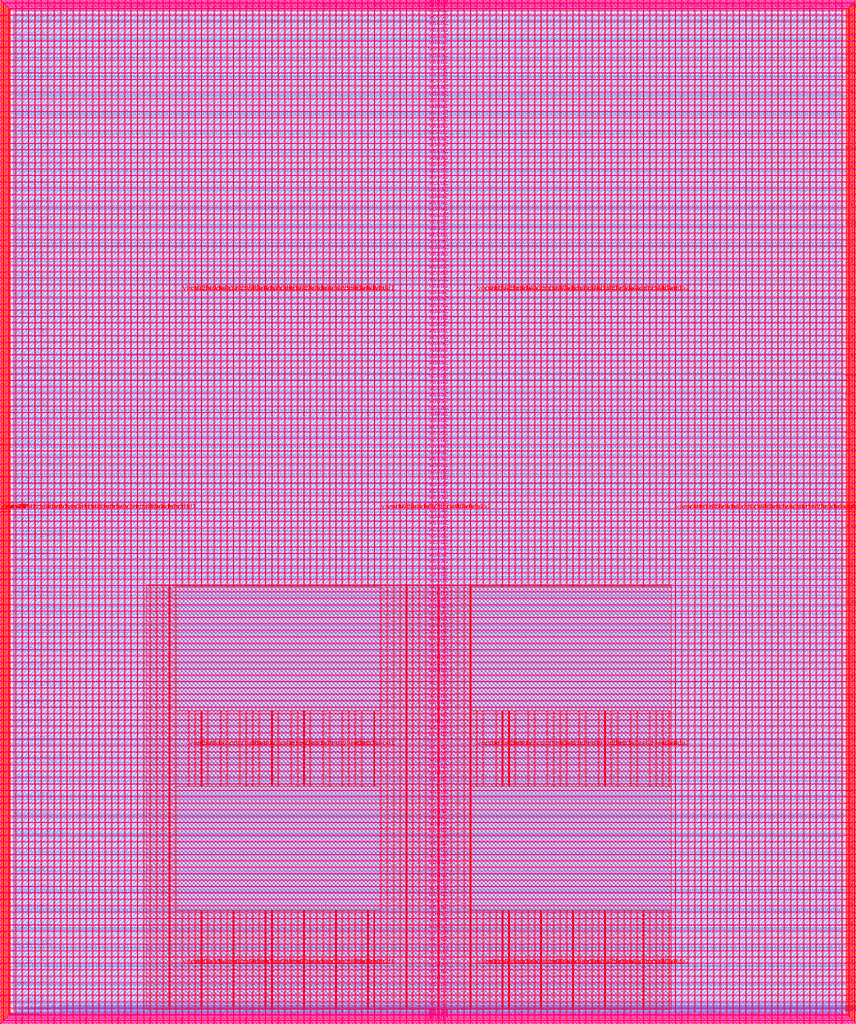
<source format=lef>
VERSION 5.7 ;
  NOWIREEXTENSIONATPIN ON ;
  DIVIDERCHAR "/" ;
  BUSBITCHARS "[]" ;
MACRO user_project_wrapper
  CLASS BLOCK ;
  FOREIGN user_project_wrapper ;
  ORIGIN 0.000 0.000 ;
  SIZE 2920.000 BY 3520.000 ;
  PIN analog_io[0]
    DIRECTION INOUT ;
    USE SIGNAL ;
    PORT
      LAYER met3 ;
        RECT 2917.600 1426.380 2924.800 1427.580 ;
    END
  END analog_io[0]
  PIN analog_io[10]
    DIRECTION INOUT ;
    USE SIGNAL ;
    PORT
      LAYER met2 ;
        RECT 2230.490 3517.600 2231.050 3524.800 ;
    END
  END analog_io[10]
  PIN analog_io[11]
    DIRECTION INOUT ;
    USE SIGNAL ;
    PORT
      LAYER met2 ;
        RECT 1905.730 3517.600 1906.290 3524.800 ;
    END
  END analog_io[11]
  PIN analog_io[12]
    DIRECTION INOUT ;
    USE SIGNAL ;
    PORT
      LAYER met2 ;
        RECT 1581.430 3517.600 1581.990 3524.800 ;
    END
  END analog_io[12]
  PIN analog_io[13]
    DIRECTION INOUT ;
    USE SIGNAL ;
    PORT
      LAYER met2 ;
        RECT 1257.130 3517.600 1257.690 3524.800 ;
    END
  END analog_io[13]
  PIN analog_io[14]
    DIRECTION INOUT ;
    USE SIGNAL ;
    PORT
      LAYER met2 ;
        RECT 932.370 3517.600 932.930 3524.800 ;
    END
  END analog_io[14]
  PIN analog_io[15]
    DIRECTION INOUT ;
    USE SIGNAL ;
    PORT
      LAYER met2 ;
        RECT 608.070 3517.600 608.630 3524.800 ;
    END
  END analog_io[15]
  PIN analog_io[16]
    DIRECTION INOUT ;
    USE SIGNAL ;
    PORT
      LAYER met2 ;
        RECT 283.770 3517.600 284.330 3524.800 ;
    END
  END analog_io[16]
  PIN analog_io[17]
    DIRECTION INOUT ;
    USE SIGNAL ;
    PORT
      LAYER met3 ;
        RECT -4.800 3486.100 2.400 3487.300 ;
    END
  END analog_io[17]
  PIN analog_io[18]
    DIRECTION INOUT ;
    USE SIGNAL ;
    PORT
      LAYER met3 ;
        RECT -4.800 3224.980 2.400 3226.180 ;
    END
  END analog_io[18]
  PIN analog_io[19]
    DIRECTION INOUT ;
    USE SIGNAL ;
    PORT
      LAYER met3 ;
        RECT -4.800 2964.540 2.400 2965.740 ;
    END
  END analog_io[19]
  PIN analog_io[1]
    DIRECTION INOUT ;
    USE SIGNAL ;
    PORT
      LAYER met3 ;
        RECT 2917.600 1692.260 2924.800 1693.460 ;
    END
  END analog_io[1]
  PIN analog_io[20]
    DIRECTION INOUT ;
    USE SIGNAL ;
    PORT
      LAYER met3 ;
        RECT -4.800 2703.420 2.400 2704.620 ;
    END
  END analog_io[20]
  PIN analog_io[21]
    DIRECTION INOUT ;
    USE SIGNAL ;
    PORT
      LAYER met3 ;
        RECT -4.800 2442.980 2.400 2444.180 ;
    END
  END analog_io[21]
  PIN analog_io[22]
    DIRECTION INOUT ;
    USE SIGNAL ;
    PORT
      LAYER met3 ;
        RECT -4.800 2182.540 2.400 2183.740 ;
    END
  END analog_io[22]
  PIN analog_io[23]
    DIRECTION INOUT ;
    USE SIGNAL ;
    PORT
      LAYER met3 ;
        RECT -4.800 1921.420 2.400 1922.620 ;
    END
  END analog_io[23]
  PIN analog_io[24]
    DIRECTION INOUT ;
    USE SIGNAL ;
    PORT
      LAYER met3 ;
        RECT -4.800 1660.980 2.400 1662.180 ;
    END
  END analog_io[24]
  PIN analog_io[25]
    DIRECTION INOUT ;
    USE SIGNAL ;
    PORT
      LAYER met3 ;
        RECT -4.800 1399.860 2.400 1401.060 ;
    END
  END analog_io[25]
  PIN analog_io[26]
    DIRECTION INOUT ;
    USE SIGNAL ;
    PORT
      LAYER met3 ;
        RECT -4.800 1139.420 2.400 1140.620 ;
    END
  END analog_io[26]
  PIN analog_io[27]
    DIRECTION INOUT ;
    USE SIGNAL ;
    PORT
      LAYER met3 ;
        RECT -4.800 878.980 2.400 880.180 ;
    END
  END analog_io[27]
  PIN analog_io[28]
    DIRECTION INOUT ;
    USE SIGNAL ;
    PORT
      LAYER met3 ;
        RECT -4.800 617.860 2.400 619.060 ;
    END
  END analog_io[28]
  PIN analog_io[2]
    DIRECTION INOUT ;
    USE SIGNAL ;
    PORT
      LAYER met3 ;
        RECT 2917.600 1958.140 2924.800 1959.340 ;
    END
  END analog_io[2]
  PIN analog_io[3]
    DIRECTION INOUT ;
    USE SIGNAL ;
    PORT
      LAYER met3 ;
        RECT 2917.600 2223.340 2924.800 2224.540 ;
    END
  END analog_io[3]
  PIN analog_io[4]
    DIRECTION INOUT ;
    USE SIGNAL ;
    PORT
      LAYER met3 ;
        RECT 2917.600 2489.220 2924.800 2490.420 ;
    END
  END analog_io[4]
  PIN analog_io[5]
    DIRECTION INOUT ;
    USE SIGNAL ;
    PORT
      LAYER met3 ;
        RECT 2917.600 2755.100 2924.800 2756.300 ;
    END
  END analog_io[5]
  PIN analog_io[6]
    DIRECTION INOUT ;
    USE SIGNAL ;
    PORT
      LAYER met3 ;
        RECT 2917.600 3020.300 2924.800 3021.500 ;
    END
  END analog_io[6]
  PIN analog_io[7]
    DIRECTION INOUT ;
    USE SIGNAL ;
    PORT
      LAYER met3 ;
        RECT 2917.600 3286.180 2924.800 3287.380 ;
    END
  END analog_io[7]
  PIN analog_io[8]
    DIRECTION INOUT ;
    USE SIGNAL ;
    PORT
      LAYER met2 ;
        RECT 2879.090 3517.600 2879.650 3524.800 ;
    END
  END analog_io[8]
  PIN analog_io[9]
    DIRECTION INOUT ;
    USE SIGNAL ;
    PORT
      LAYER met2 ;
        RECT 2554.790 3517.600 2555.350 3524.800 ;
    END
  END analog_io[9]
  PIN io_in[0]
    DIRECTION INPUT ;
    USE SIGNAL ;
    PORT
      LAYER met3 ;
        RECT 2917.600 32.380 2924.800 33.580 ;
    END
  END io_in[0]
  PIN io_in[10]
    DIRECTION INPUT ;
    USE SIGNAL ;
    PORT
      LAYER met3 ;
        RECT 2917.600 2289.980 2924.800 2291.180 ;
    END
  END io_in[10]
  PIN io_in[11]
    DIRECTION INPUT ;
    USE SIGNAL ;
    PORT
      LAYER met3 ;
        RECT 2917.600 2555.860 2924.800 2557.060 ;
    END
  END io_in[11]
  PIN io_in[12]
    DIRECTION INPUT ;
    USE SIGNAL ;
    PORT
      LAYER met3 ;
        RECT 2917.600 2821.060 2924.800 2822.260 ;
    END
  END io_in[12]
  PIN io_in[13]
    DIRECTION INPUT ;
    USE SIGNAL ;
    PORT
      LAYER met3 ;
        RECT 2917.600 3086.940 2924.800 3088.140 ;
    END
  END io_in[13]
  PIN io_in[14]
    DIRECTION INPUT ;
    USE SIGNAL ;
    PORT
      LAYER met3 ;
        RECT 2917.600 3352.820 2924.800 3354.020 ;
    END
  END io_in[14]
  PIN io_in[15]
    DIRECTION INPUT ;
    USE SIGNAL ;
    PORT
      LAYER met2 ;
        RECT 2798.130 3517.600 2798.690 3524.800 ;
    END
  END io_in[15]
  PIN io_in[16]
    DIRECTION INPUT ;
    USE SIGNAL ;
    PORT
      LAYER met2 ;
        RECT 2473.830 3517.600 2474.390 3524.800 ;
    END
  END io_in[16]
  PIN io_in[17]
    DIRECTION INPUT ;
    USE SIGNAL ;
    PORT
      LAYER met2 ;
        RECT 2149.070 3517.600 2149.630 3524.800 ;
    END
  END io_in[17]
  PIN io_in[18]
    DIRECTION INPUT ;
    USE SIGNAL ;
    PORT
      LAYER met2 ;
        RECT 1824.770 3517.600 1825.330 3524.800 ;
    END
  END io_in[18]
  PIN io_in[19]
    DIRECTION INPUT ;
    USE SIGNAL ;
    PORT
      LAYER met2 ;
        RECT 1500.470 3517.600 1501.030 3524.800 ;
    END
  END io_in[19]
  PIN io_in[1]
    DIRECTION INPUT ;
    USE SIGNAL ;
    PORT
      LAYER met3 ;
        RECT 2917.600 230.940 2924.800 232.140 ;
    END
  END io_in[1]
  PIN io_in[20]
    DIRECTION INPUT ;
    USE SIGNAL ;
    PORT
      LAYER met2 ;
        RECT 1175.710 3517.600 1176.270 3524.800 ;
    END
  END io_in[20]
  PIN io_in[21]
    DIRECTION INPUT ;
    USE SIGNAL ;
    PORT
      LAYER met2 ;
        RECT 851.410 3517.600 851.970 3524.800 ;
    END
  END io_in[21]
  PIN io_in[22]
    DIRECTION INPUT ;
    USE SIGNAL ;
    PORT
      LAYER met2 ;
        RECT 527.110 3517.600 527.670 3524.800 ;
    END
  END io_in[22]
  PIN io_in[23]
    DIRECTION INPUT ;
    USE SIGNAL ;
    PORT
      LAYER met2 ;
        RECT 202.350 3517.600 202.910 3524.800 ;
    END
  END io_in[23]
  PIN io_in[24]
    DIRECTION INPUT ;
    USE SIGNAL ;
    PORT
      LAYER met3 ;
        RECT -4.800 3420.820 2.400 3422.020 ;
    END
  END io_in[24]
  PIN io_in[25]
    DIRECTION INPUT ;
    USE SIGNAL ;
    PORT
      LAYER met3 ;
        RECT -4.800 3159.700 2.400 3160.900 ;
    END
  END io_in[25]
  PIN io_in[26]
    DIRECTION INPUT ;
    USE SIGNAL ;
    PORT
      LAYER met3 ;
        RECT -4.800 2899.260 2.400 2900.460 ;
    END
  END io_in[26]
  PIN io_in[27]
    DIRECTION INPUT ;
    USE SIGNAL ;
    PORT
      LAYER met3 ;
        RECT -4.800 2638.820 2.400 2640.020 ;
    END
  END io_in[27]
  PIN io_in[28]
    DIRECTION INPUT ;
    USE SIGNAL ;
    PORT
      LAYER met3 ;
        RECT -4.800 2377.700 2.400 2378.900 ;
    END
  END io_in[28]
  PIN io_in[29]
    DIRECTION INPUT ;
    USE SIGNAL ;
    PORT
      LAYER met3 ;
        RECT -4.800 2117.260 2.400 2118.460 ;
    END
  END io_in[29]
  PIN io_in[2]
    DIRECTION INPUT ;
    USE SIGNAL ;
    PORT
      LAYER met3 ;
        RECT 2917.600 430.180 2924.800 431.380 ;
    END
  END io_in[2]
  PIN io_in[30]
    DIRECTION INPUT ;
    USE SIGNAL ;
    PORT
      LAYER met3 ;
        RECT -4.800 1856.140 2.400 1857.340 ;
    END
  END io_in[30]
  PIN io_in[31]
    DIRECTION INPUT ;
    USE SIGNAL ;
    PORT
      LAYER met3 ;
        RECT -4.800 1595.700 2.400 1596.900 ;
    END
  END io_in[31]
  PIN io_in[32]
    DIRECTION INPUT ;
    USE SIGNAL ;
    PORT
      LAYER met3 ;
        RECT -4.800 1335.260 2.400 1336.460 ;
    END
  END io_in[32]
  PIN io_in[33]
    DIRECTION INPUT ;
    USE SIGNAL ;
    PORT
      LAYER met3 ;
        RECT -4.800 1074.140 2.400 1075.340 ;
    END
  END io_in[33]
  PIN io_in[34]
    DIRECTION INPUT ;
    USE SIGNAL ;
    PORT
      LAYER met3 ;
        RECT -4.800 813.700 2.400 814.900 ;
    END
  END io_in[34]
  PIN io_in[35]
    DIRECTION INPUT ;
    USE SIGNAL ;
    PORT
      LAYER met3 ;
        RECT -4.800 552.580 2.400 553.780 ;
    END
  END io_in[35]
  PIN io_in[36]
    DIRECTION INPUT ;
    USE SIGNAL ;
    PORT
      LAYER met3 ;
        RECT -4.800 357.420 2.400 358.620 ;
    END
  END io_in[36]
  PIN io_in[37]
    DIRECTION INPUT ;
    USE SIGNAL ;
    PORT
      LAYER met3 ;
        RECT -4.800 161.580 2.400 162.780 ;
    END
  END io_in[37]
  PIN io_in[3]
    DIRECTION INPUT ;
    USE SIGNAL ;
    PORT
      LAYER met3 ;
        RECT 2917.600 629.420 2924.800 630.620 ;
    END
  END io_in[3]
  PIN io_in[4]
    DIRECTION INPUT ;
    USE SIGNAL ;
    PORT
      LAYER met3 ;
        RECT 2917.600 828.660 2924.800 829.860 ;
    END
  END io_in[4]
  PIN io_in[5]
    DIRECTION INPUT ;
    USE SIGNAL ;
    PORT
      LAYER met3 ;
        RECT 2917.600 1027.900 2924.800 1029.100 ;
    END
  END io_in[5]
  PIN io_in[6]
    DIRECTION INPUT ;
    USE SIGNAL ;
    PORT
      LAYER met3 ;
        RECT 2917.600 1227.140 2924.800 1228.340 ;
    END
  END io_in[6]
  PIN io_in[7]
    DIRECTION INPUT ;
    USE SIGNAL ;
    PORT
      LAYER met3 ;
        RECT 2917.600 1493.020 2924.800 1494.220 ;
    END
  END io_in[7]
  PIN io_in[8]
    DIRECTION INPUT ;
    USE SIGNAL ;
    PORT
      LAYER met3 ;
        RECT 2917.600 1758.900 2924.800 1760.100 ;
    END
  END io_in[8]
  PIN io_in[9]
    DIRECTION INPUT ;
    USE SIGNAL ;
    PORT
      LAYER met3 ;
        RECT 2917.600 2024.100 2924.800 2025.300 ;
    END
  END io_in[9]
  PIN io_oeb[0]
    DIRECTION OUTPUT TRISTATE ;
    USE SIGNAL ;
    PORT
      LAYER met3 ;
        RECT 2917.600 164.980 2924.800 166.180 ;
    END
  END io_oeb[0]
  PIN io_oeb[10]
    DIRECTION OUTPUT TRISTATE ;
    USE SIGNAL ;
    PORT
      LAYER met3 ;
        RECT 2917.600 2422.580 2924.800 2423.780 ;
    END
  END io_oeb[10]
  PIN io_oeb[11]
    DIRECTION OUTPUT TRISTATE ;
    USE SIGNAL ;
    PORT
      LAYER met3 ;
        RECT 2917.600 2688.460 2924.800 2689.660 ;
    END
  END io_oeb[11]
  PIN io_oeb[12]
    DIRECTION OUTPUT TRISTATE ;
    USE SIGNAL ;
    PORT
      LAYER met3 ;
        RECT 2917.600 2954.340 2924.800 2955.540 ;
    END
  END io_oeb[12]
  PIN io_oeb[13]
    DIRECTION OUTPUT TRISTATE ;
    USE SIGNAL ;
    PORT
      LAYER met3 ;
        RECT 2917.600 3219.540 2924.800 3220.740 ;
    END
  END io_oeb[13]
  PIN io_oeb[14]
    DIRECTION OUTPUT TRISTATE ;
    USE SIGNAL ;
    PORT
      LAYER met3 ;
        RECT 2917.600 3485.420 2924.800 3486.620 ;
    END
  END io_oeb[14]
  PIN io_oeb[15]
    DIRECTION OUTPUT TRISTATE ;
    USE SIGNAL ;
    PORT
      LAYER met2 ;
        RECT 2635.750 3517.600 2636.310 3524.800 ;
    END
  END io_oeb[15]
  PIN io_oeb[16]
    DIRECTION OUTPUT TRISTATE ;
    USE SIGNAL ;
    PORT
      LAYER met2 ;
        RECT 2311.450 3517.600 2312.010 3524.800 ;
    END
  END io_oeb[16]
  PIN io_oeb[17]
    DIRECTION OUTPUT TRISTATE ;
    USE SIGNAL ;
    PORT
      LAYER met2 ;
        RECT 1987.150 3517.600 1987.710 3524.800 ;
    END
  END io_oeb[17]
  PIN io_oeb[18]
    DIRECTION OUTPUT TRISTATE ;
    USE SIGNAL ;
    PORT
      LAYER met2 ;
        RECT 1662.390 3517.600 1662.950 3524.800 ;
    END
  END io_oeb[18]
  PIN io_oeb[19]
    DIRECTION OUTPUT TRISTATE ;
    USE SIGNAL ;
    PORT
      LAYER met2 ;
        RECT 1338.090 3517.600 1338.650 3524.800 ;
    END
  END io_oeb[19]
  PIN io_oeb[1]
    DIRECTION OUTPUT TRISTATE ;
    USE SIGNAL ;
    PORT
      LAYER met3 ;
        RECT 2917.600 364.220 2924.800 365.420 ;
    END
  END io_oeb[1]
  PIN io_oeb[20]
    DIRECTION OUTPUT TRISTATE ;
    USE SIGNAL ;
    PORT
      LAYER met2 ;
        RECT 1013.790 3517.600 1014.350 3524.800 ;
    END
  END io_oeb[20]
  PIN io_oeb[21]
    DIRECTION OUTPUT TRISTATE ;
    USE SIGNAL ;
    PORT
      LAYER met2 ;
        RECT 689.030 3517.600 689.590 3524.800 ;
    END
  END io_oeb[21]
  PIN io_oeb[22]
    DIRECTION OUTPUT TRISTATE ;
    USE SIGNAL ;
    PORT
      LAYER met2 ;
        RECT 364.730 3517.600 365.290 3524.800 ;
    END
  END io_oeb[22]
  PIN io_oeb[23]
    DIRECTION OUTPUT TRISTATE ;
    USE SIGNAL ;
    PORT
      LAYER met2 ;
        RECT 40.430 3517.600 40.990 3524.800 ;
    END
  END io_oeb[23]
  PIN io_oeb[24]
    DIRECTION OUTPUT TRISTATE ;
    USE SIGNAL ;
    PORT
      LAYER met3 ;
        RECT -4.800 3290.260 2.400 3291.460 ;
    END
  END io_oeb[24]
  PIN io_oeb[25]
    DIRECTION OUTPUT TRISTATE ;
    USE SIGNAL ;
    PORT
      LAYER met3 ;
        RECT -4.800 3029.820 2.400 3031.020 ;
    END
  END io_oeb[25]
  PIN io_oeb[26]
    DIRECTION OUTPUT TRISTATE ;
    USE SIGNAL ;
    PORT
      LAYER met3 ;
        RECT -4.800 2768.700 2.400 2769.900 ;
    END
  END io_oeb[26]
  PIN io_oeb[27]
    DIRECTION OUTPUT TRISTATE ;
    USE SIGNAL ;
    PORT
      LAYER met3 ;
        RECT -4.800 2508.260 2.400 2509.460 ;
    END
  END io_oeb[27]
  PIN io_oeb[28]
    DIRECTION OUTPUT TRISTATE ;
    USE SIGNAL ;
    PORT
      LAYER met3 ;
        RECT -4.800 2247.140 2.400 2248.340 ;
    END
  END io_oeb[28]
  PIN io_oeb[29]
    DIRECTION OUTPUT TRISTATE ;
    USE SIGNAL ;
    PORT
      LAYER met3 ;
        RECT -4.800 1986.700 2.400 1987.900 ;
    END
  END io_oeb[29]
  PIN io_oeb[2]
    DIRECTION OUTPUT TRISTATE ;
    USE SIGNAL ;
    PORT
      LAYER met3 ;
        RECT 2917.600 563.460 2924.800 564.660 ;
    END
  END io_oeb[2]
  PIN io_oeb[30]
    DIRECTION OUTPUT TRISTATE ;
    USE SIGNAL ;
    PORT
      LAYER met3 ;
        RECT -4.800 1726.260 2.400 1727.460 ;
    END
  END io_oeb[30]
  PIN io_oeb[31]
    DIRECTION OUTPUT TRISTATE ;
    USE SIGNAL ;
    PORT
      LAYER met3 ;
        RECT -4.800 1465.140 2.400 1466.340 ;
    END
  END io_oeb[31]
  PIN io_oeb[32]
    DIRECTION OUTPUT TRISTATE ;
    USE SIGNAL ;
    PORT
      LAYER met3 ;
        RECT -4.800 1204.700 2.400 1205.900 ;
    END
  END io_oeb[32]
  PIN io_oeb[33]
    DIRECTION OUTPUT TRISTATE ;
    USE SIGNAL ;
    PORT
      LAYER met3 ;
        RECT -4.800 943.580 2.400 944.780 ;
    END
  END io_oeb[33]
  PIN io_oeb[34]
    DIRECTION OUTPUT TRISTATE ;
    USE SIGNAL ;
    PORT
      LAYER met3 ;
        RECT -4.800 683.140 2.400 684.340 ;
    END
  END io_oeb[34]
  PIN io_oeb[35]
    DIRECTION OUTPUT TRISTATE ;
    USE SIGNAL ;
    PORT
      LAYER met3 ;
        RECT -4.800 422.700 2.400 423.900 ;
    END
  END io_oeb[35]
  PIN io_oeb[36]
    DIRECTION OUTPUT TRISTATE ;
    USE SIGNAL ;
    PORT
      LAYER met3 ;
        RECT -4.800 226.860 2.400 228.060 ;
    END
  END io_oeb[36]
  PIN io_oeb[37]
    DIRECTION OUTPUT TRISTATE ;
    USE SIGNAL ;
    PORT
      LAYER met3 ;
        RECT -4.800 31.700 2.400 32.900 ;
    END
  END io_oeb[37]
  PIN io_oeb[3]
    DIRECTION OUTPUT TRISTATE ;
    USE SIGNAL ;
    PORT
      LAYER met3 ;
        RECT 2917.600 762.700 2924.800 763.900 ;
    END
  END io_oeb[3]
  PIN io_oeb[4]
    DIRECTION OUTPUT TRISTATE ;
    USE SIGNAL ;
    PORT
      LAYER met3 ;
        RECT 2917.600 961.940 2924.800 963.140 ;
    END
  END io_oeb[4]
  PIN io_oeb[5]
    DIRECTION OUTPUT TRISTATE ;
    USE SIGNAL ;
    PORT
      LAYER met3 ;
        RECT 2917.600 1161.180 2924.800 1162.380 ;
    END
  END io_oeb[5]
  PIN io_oeb[6]
    DIRECTION OUTPUT TRISTATE ;
    USE SIGNAL ;
    PORT
      LAYER met3 ;
        RECT 2917.600 1360.420 2924.800 1361.620 ;
    END
  END io_oeb[6]
  PIN io_oeb[7]
    DIRECTION OUTPUT TRISTATE ;
    USE SIGNAL ;
    PORT
      LAYER met3 ;
        RECT 2917.600 1625.620 2924.800 1626.820 ;
    END
  END io_oeb[7]
  PIN io_oeb[8]
    DIRECTION OUTPUT TRISTATE ;
    USE SIGNAL ;
    PORT
      LAYER met3 ;
        RECT 2917.600 1891.500 2924.800 1892.700 ;
    END
  END io_oeb[8]
  PIN io_oeb[9]
    DIRECTION OUTPUT TRISTATE ;
    USE SIGNAL ;
    PORT
      LAYER met3 ;
        RECT 2917.600 2157.380 2924.800 2158.580 ;
    END
  END io_oeb[9]
  PIN io_out[0]
    DIRECTION OUTPUT TRISTATE ;
    USE SIGNAL ;
    PORT
      LAYER met3 ;
        RECT 2917.600 98.340 2924.800 99.540 ;
    END
  END io_out[0]
  PIN io_out[10]
    DIRECTION OUTPUT TRISTATE ;
    USE SIGNAL ;
    PORT
      LAYER met3 ;
        RECT 2917.600 2356.620 2924.800 2357.820 ;
    END
  END io_out[10]
  PIN io_out[11]
    DIRECTION OUTPUT TRISTATE ;
    USE SIGNAL ;
    PORT
      LAYER met3 ;
        RECT 2917.600 2621.820 2924.800 2623.020 ;
    END
  END io_out[11]
  PIN io_out[12]
    DIRECTION OUTPUT TRISTATE ;
    USE SIGNAL ;
    PORT
      LAYER met3 ;
        RECT 2917.600 2887.700 2924.800 2888.900 ;
    END
  END io_out[12]
  PIN io_out[13]
    DIRECTION OUTPUT TRISTATE ;
    USE SIGNAL ;
    PORT
      LAYER met3 ;
        RECT 2917.600 3153.580 2924.800 3154.780 ;
    END
  END io_out[13]
  PIN io_out[14]
    DIRECTION OUTPUT TRISTATE ;
    USE SIGNAL ;
    PORT
      LAYER met3 ;
        RECT 2917.600 3418.780 2924.800 3419.980 ;
    END
  END io_out[14]
  PIN io_out[15]
    DIRECTION OUTPUT TRISTATE ;
    USE SIGNAL ;
    PORT
      LAYER met2 ;
        RECT 2717.170 3517.600 2717.730 3524.800 ;
    END
  END io_out[15]
  PIN io_out[16]
    DIRECTION OUTPUT TRISTATE ;
    USE SIGNAL ;
    PORT
      LAYER met2 ;
        RECT 2392.410 3517.600 2392.970 3524.800 ;
    END
  END io_out[16]
  PIN io_out[17]
    DIRECTION OUTPUT TRISTATE ;
    USE SIGNAL ;
    PORT
      LAYER met2 ;
        RECT 2068.110 3517.600 2068.670 3524.800 ;
    END
  END io_out[17]
  PIN io_out[18]
    DIRECTION OUTPUT TRISTATE ;
    USE SIGNAL ;
    PORT
      LAYER met2 ;
        RECT 1743.810 3517.600 1744.370 3524.800 ;
    END
  END io_out[18]
  PIN io_out[19]
    DIRECTION OUTPUT TRISTATE ;
    USE SIGNAL ;
    PORT
      LAYER met2 ;
        RECT 1419.050 3517.600 1419.610 3524.800 ;
    END
  END io_out[19]
  PIN io_out[1]
    DIRECTION OUTPUT TRISTATE ;
    USE SIGNAL ;
    PORT
      LAYER met3 ;
        RECT 2917.600 297.580 2924.800 298.780 ;
    END
  END io_out[1]
  PIN io_out[20]
    DIRECTION OUTPUT TRISTATE ;
    USE SIGNAL ;
    PORT
      LAYER met2 ;
        RECT 1094.750 3517.600 1095.310 3524.800 ;
    END
  END io_out[20]
  PIN io_out[21]
    DIRECTION OUTPUT TRISTATE ;
    USE SIGNAL ;
    PORT
      LAYER met2 ;
        RECT 770.450 3517.600 771.010 3524.800 ;
    END
  END io_out[21]
  PIN io_out[22]
    DIRECTION OUTPUT TRISTATE ;
    USE SIGNAL ;
    PORT
      LAYER met2 ;
        RECT 445.690 3517.600 446.250 3524.800 ;
    END
  END io_out[22]
  PIN io_out[23]
    DIRECTION OUTPUT TRISTATE ;
    USE SIGNAL ;
    PORT
      LAYER met2 ;
        RECT 121.390 3517.600 121.950 3524.800 ;
    END
  END io_out[23]
  PIN io_out[24]
    DIRECTION OUTPUT TRISTATE ;
    USE SIGNAL ;
    PORT
      LAYER met3 ;
        RECT -4.800 3355.540 2.400 3356.740 ;
    END
  END io_out[24]
  PIN io_out[25]
    DIRECTION OUTPUT TRISTATE ;
    USE SIGNAL ;
    PORT
      LAYER met3 ;
        RECT -4.800 3095.100 2.400 3096.300 ;
    END
  END io_out[25]
  PIN io_out[26]
    DIRECTION OUTPUT TRISTATE ;
    USE SIGNAL ;
    PORT
      LAYER met3 ;
        RECT -4.800 2833.980 2.400 2835.180 ;
    END
  END io_out[26]
  PIN io_out[27]
    DIRECTION OUTPUT TRISTATE ;
    USE SIGNAL ;
    PORT
      LAYER met3 ;
        RECT -4.800 2573.540 2.400 2574.740 ;
    END
  END io_out[27]
  PIN io_out[28]
    DIRECTION OUTPUT TRISTATE ;
    USE SIGNAL ;
    PORT
      LAYER met3 ;
        RECT -4.800 2312.420 2.400 2313.620 ;
    END
  END io_out[28]
  PIN io_out[29]
    DIRECTION OUTPUT TRISTATE ;
    USE SIGNAL ;
    PORT
      LAYER met3 ;
        RECT -4.800 2051.980 2.400 2053.180 ;
    END
  END io_out[29]
  PIN io_out[2]
    DIRECTION OUTPUT TRISTATE ;
    USE SIGNAL ;
    PORT
      LAYER met3 ;
        RECT 2917.600 496.820 2924.800 498.020 ;
    END
  END io_out[2]
  PIN io_out[30]
    DIRECTION OUTPUT TRISTATE ;
    USE SIGNAL ;
    PORT
      LAYER met3 ;
        RECT -4.800 1791.540 2.400 1792.740 ;
    END
  END io_out[30]
  PIN io_out[31]
    DIRECTION OUTPUT TRISTATE ;
    USE SIGNAL ;
    PORT
      LAYER met3 ;
        RECT -4.800 1530.420 2.400 1531.620 ;
    END
  END io_out[31]
  PIN io_out[32]
    DIRECTION OUTPUT TRISTATE ;
    USE SIGNAL ;
    PORT
      LAYER met3 ;
        RECT -4.800 1269.980 2.400 1271.180 ;
    END
  END io_out[32]
  PIN io_out[33]
    DIRECTION OUTPUT TRISTATE ;
    USE SIGNAL ;
    PORT
      LAYER met3 ;
        RECT -4.800 1008.860 2.400 1010.060 ;
    END
  END io_out[33]
  PIN io_out[34]
    DIRECTION OUTPUT TRISTATE ;
    USE SIGNAL ;
    PORT
      LAYER met3 ;
        RECT -4.800 748.420 2.400 749.620 ;
    END
  END io_out[34]
  PIN io_out[35]
    DIRECTION OUTPUT TRISTATE ;
    USE SIGNAL ;
    PORT
      LAYER met3 ;
        RECT -4.800 487.300 2.400 488.500 ;
    END
  END io_out[35]
  PIN io_out[36]
    DIRECTION OUTPUT TRISTATE ;
    USE SIGNAL ;
    PORT
      LAYER met3 ;
        RECT -4.800 292.140 2.400 293.340 ;
    END
  END io_out[36]
  PIN io_out[37]
    DIRECTION OUTPUT TRISTATE ;
    USE SIGNAL ;
    PORT
      LAYER met3 ;
        RECT -4.800 96.300 2.400 97.500 ;
    END
  END io_out[37]
  PIN io_out[3]
    DIRECTION OUTPUT TRISTATE ;
    USE SIGNAL ;
    PORT
      LAYER met3 ;
        RECT 2917.600 696.060 2924.800 697.260 ;
    END
  END io_out[3]
  PIN io_out[4]
    DIRECTION OUTPUT TRISTATE ;
    USE SIGNAL ;
    PORT
      LAYER met3 ;
        RECT 2917.600 895.300 2924.800 896.500 ;
    END
  END io_out[4]
  PIN io_out[5]
    DIRECTION OUTPUT TRISTATE ;
    USE SIGNAL ;
    PORT
      LAYER met3 ;
        RECT 2917.600 1094.540 2924.800 1095.740 ;
    END
  END io_out[5]
  PIN io_out[6]
    DIRECTION OUTPUT TRISTATE ;
    USE SIGNAL ;
    PORT
      LAYER met3 ;
        RECT 2917.600 1293.780 2924.800 1294.980 ;
    END
  END io_out[6]
  PIN io_out[7]
    DIRECTION OUTPUT TRISTATE ;
    USE SIGNAL ;
    PORT
      LAYER met3 ;
        RECT 2917.600 1559.660 2924.800 1560.860 ;
    END
  END io_out[7]
  PIN io_out[8]
    DIRECTION OUTPUT TRISTATE ;
    USE SIGNAL ;
    PORT
      LAYER met3 ;
        RECT 2917.600 1824.860 2924.800 1826.060 ;
    END
  END io_out[8]
  PIN io_out[9]
    DIRECTION OUTPUT TRISTATE ;
    USE SIGNAL ;
    PORT
      LAYER met3 ;
        RECT 2917.600 2090.740 2924.800 2091.940 ;
    END
  END io_out[9]
  PIN la_data_in[0]
    DIRECTION INPUT ;
    USE SIGNAL ;
    PORT
      LAYER met2 ;
        RECT 629.230 -4.800 629.790 2.400 ;
    END
  END la_data_in[0]
  PIN la_data_in[100]
    DIRECTION INPUT ;
    USE SIGNAL ;
    PORT
      LAYER met2 ;
        RECT 2402.530 -4.800 2403.090 2.400 ;
    END
  END la_data_in[100]
  PIN la_data_in[101]
    DIRECTION INPUT ;
    USE SIGNAL ;
    PORT
      LAYER met2 ;
        RECT 2420.010 -4.800 2420.570 2.400 ;
    END
  END la_data_in[101]
  PIN la_data_in[102]
    DIRECTION INPUT ;
    USE SIGNAL ;
    PORT
      LAYER met2 ;
        RECT 2437.950 -4.800 2438.510 2.400 ;
    END
  END la_data_in[102]
  PIN la_data_in[103]
    DIRECTION INPUT ;
    USE SIGNAL ;
    PORT
      LAYER met2 ;
        RECT 2455.430 -4.800 2455.990 2.400 ;
    END
  END la_data_in[103]
  PIN la_data_in[104]
    DIRECTION INPUT ;
    USE SIGNAL ;
    PORT
      LAYER met2 ;
        RECT 2473.370 -4.800 2473.930 2.400 ;
    END
  END la_data_in[104]
  PIN la_data_in[105]
    DIRECTION INPUT ;
    USE SIGNAL ;
    PORT
      LAYER met2 ;
        RECT 2490.850 -4.800 2491.410 2.400 ;
    END
  END la_data_in[105]
  PIN la_data_in[106]
    DIRECTION INPUT ;
    USE SIGNAL ;
    PORT
      LAYER met2 ;
        RECT 2508.790 -4.800 2509.350 2.400 ;
    END
  END la_data_in[106]
  PIN la_data_in[107]
    DIRECTION INPUT ;
    USE SIGNAL ;
    PORT
      LAYER met2 ;
        RECT 2526.730 -4.800 2527.290 2.400 ;
    END
  END la_data_in[107]
  PIN la_data_in[108]
    DIRECTION INPUT ;
    USE SIGNAL ;
    PORT
      LAYER met2 ;
        RECT 2544.210 -4.800 2544.770 2.400 ;
    END
  END la_data_in[108]
  PIN la_data_in[109]
    DIRECTION INPUT ;
    USE SIGNAL ;
    PORT
      LAYER met2 ;
        RECT 2562.150 -4.800 2562.710 2.400 ;
    END
  END la_data_in[109]
  PIN la_data_in[10]
    DIRECTION INPUT ;
    USE SIGNAL ;
    PORT
      LAYER met2 ;
        RECT 806.330 -4.800 806.890 2.400 ;
    END
  END la_data_in[10]
  PIN la_data_in[110]
    DIRECTION INPUT ;
    USE SIGNAL ;
    PORT
      LAYER met2 ;
        RECT 2579.630 -4.800 2580.190 2.400 ;
    END
  END la_data_in[110]
  PIN la_data_in[111]
    DIRECTION INPUT ;
    USE SIGNAL ;
    PORT
      LAYER met2 ;
        RECT 2597.570 -4.800 2598.130 2.400 ;
    END
  END la_data_in[111]
  PIN la_data_in[112]
    DIRECTION INPUT ;
    USE SIGNAL ;
    PORT
      LAYER met2 ;
        RECT 2615.050 -4.800 2615.610 2.400 ;
    END
  END la_data_in[112]
  PIN la_data_in[113]
    DIRECTION INPUT ;
    USE SIGNAL ;
    PORT
      LAYER met2 ;
        RECT 2632.990 -4.800 2633.550 2.400 ;
    END
  END la_data_in[113]
  PIN la_data_in[114]
    DIRECTION INPUT ;
    USE SIGNAL ;
    PORT
      LAYER met2 ;
        RECT 2650.470 -4.800 2651.030 2.400 ;
    END
  END la_data_in[114]
  PIN la_data_in[115]
    DIRECTION INPUT ;
    USE SIGNAL ;
    PORT
      LAYER met2 ;
        RECT 2668.410 -4.800 2668.970 2.400 ;
    END
  END la_data_in[115]
  PIN la_data_in[116]
    DIRECTION INPUT ;
    USE SIGNAL ;
    PORT
      LAYER met2 ;
        RECT 2685.890 -4.800 2686.450 2.400 ;
    END
  END la_data_in[116]
  PIN la_data_in[117]
    DIRECTION INPUT ;
    USE SIGNAL ;
    PORT
      LAYER met2 ;
        RECT 2703.830 -4.800 2704.390 2.400 ;
    END
  END la_data_in[117]
  PIN la_data_in[118]
    DIRECTION INPUT ;
    USE SIGNAL ;
    PORT
      LAYER met2 ;
        RECT 2721.770 -4.800 2722.330 2.400 ;
    END
  END la_data_in[118]
  PIN la_data_in[119]
    DIRECTION INPUT ;
    USE SIGNAL ;
    PORT
      LAYER met2 ;
        RECT 2739.250 -4.800 2739.810 2.400 ;
    END
  END la_data_in[119]
  PIN la_data_in[11]
    DIRECTION INPUT ;
    USE SIGNAL ;
    PORT
      LAYER met2 ;
        RECT 824.270 -4.800 824.830 2.400 ;
    END
  END la_data_in[11]
  PIN la_data_in[120]
    DIRECTION INPUT ;
    USE SIGNAL ;
    PORT
      LAYER met2 ;
        RECT 2757.190 -4.800 2757.750 2.400 ;
    END
  END la_data_in[120]
  PIN la_data_in[121]
    DIRECTION INPUT ;
    USE SIGNAL ;
    PORT
      LAYER met2 ;
        RECT 2774.670 -4.800 2775.230 2.400 ;
    END
  END la_data_in[121]
  PIN la_data_in[122]
    DIRECTION INPUT ;
    USE SIGNAL ;
    PORT
      LAYER met2 ;
        RECT 2792.610 -4.800 2793.170 2.400 ;
    END
  END la_data_in[122]
  PIN la_data_in[123]
    DIRECTION INPUT ;
    USE SIGNAL ;
    PORT
      LAYER met2 ;
        RECT 2810.090 -4.800 2810.650 2.400 ;
    END
  END la_data_in[123]
  PIN la_data_in[124]
    DIRECTION INPUT ;
    USE SIGNAL ;
    PORT
      LAYER met2 ;
        RECT 2828.030 -4.800 2828.590 2.400 ;
    END
  END la_data_in[124]
  PIN la_data_in[125]
    DIRECTION INPUT ;
    USE SIGNAL ;
    PORT
      LAYER met2 ;
        RECT 2845.510 -4.800 2846.070 2.400 ;
    END
  END la_data_in[125]
  PIN la_data_in[126]
    DIRECTION INPUT ;
    USE SIGNAL ;
    PORT
      LAYER met2 ;
        RECT 2863.450 -4.800 2864.010 2.400 ;
    END
  END la_data_in[126]
  PIN la_data_in[127]
    DIRECTION INPUT ;
    USE SIGNAL ;
    PORT
      LAYER met2 ;
        RECT 2881.390 -4.800 2881.950 2.400 ;
    END
  END la_data_in[127]
  PIN la_data_in[12]
    DIRECTION INPUT ;
    USE SIGNAL ;
    PORT
      LAYER met2 ;
        RECT 841.750 -4.800 842.310 2.400 ;
    END
  END la_data_in[12]
  PIN la_data_in[13]
    DIRECTION INPUT ;
    USE SIGNAL ;
    PORT
      LAYER met2 ;
        RECT 859.690 -4.800 860.250 2.400 ;
    END
  END la_data_in[13]
  PIN la_data_in[14]
    DIRECTION INPUT ;
    USE SIGNAL ;
    PORT
      LAYER met2 ;
        RECT 877.170 -4.800 877.730 2.400 ;
    END
  END la_data_in[14]
  PIN la_data_in[15]
    DIRECTION INPUT ;
    USE SIGNAL ;
    PORT
      LAYER met2 ;
        RECT 895.110 -4.800 895.670 2.400 ;
    END
  END la_data_in[15]
  PIN la_data_in[16]
    DIRECTION INPUT ;
    USE SIGNAL ;
    PORT
      LAYER met2 ;
        RECT 912.590 -4.800 913.150 2.400 ;
    END
  END la_data_in[16]
  PIN la_data_in[17]
    DIRECTION INPUT ;
    USE SIGNAL ;
    PORT
      LAYER met2 ;
        RECT 930.530 -4.800 931.090 2.400 ;
    END
  END la_data_in[17]
  PIN la_data_in[18]
    DIRECTION INPUT ;
    USE SIGNAL ;
    PORT
      LAYER met2 ;
        RECT 948.470 -4.800 949.030 2.400 ;
    END
  END la_data_in[18]
  PIN la_data_in[19]
    DIRECTION INPUT ;
    USE SIGNAL ;
    PORT
      LAYER met2 ;
        RECT 965.950 -4.800 966.510 2.400 ;
    END
  END la_data_in[19]
  PIN la_data_in[1]
    DIRECTION INPUT ;
    USE SIGNAL ;
    PORT
      LAYER met2 ;
        RECT 646.710 -4.800 647.270 2.400 ;
    END
  END la_data_in[1]
  PIN la_data_in[20]
    DIRECTION INPUT ;
    USE SIGNAL ;
    PORT
      LAYER met2 ;
        RECT 983.890 -4.800 984.450 2.400 ;
    END
  END la_data_in[20]
  PIN la_data_in[21]
    DIRECTION INPUT ;
    USE SIGNAL ;
    PORT
      LAYER met2 ;
        RECT 1001.370 -4.800 1001.930 2.400 ;
    END
  END la_data_in[21]
  PIN la_data_in[22]
    DIRECTION INPUT ;
    USE SIGNAL ;
    PORT
      LAYER met2 ;
        RECT 1019.310 -4.800 1019.870 2.400 ;
    END
  END la_data_in[22]
  PIN la_data_in[23]
    DIRECTION INPUT ;
    USE SIGNAL ;
    PORT
      LAYER met2 ;
        RECT 1036.790 -4.800 1037.350 2.400 ;
    END
  END la_data_in[23]
  PIN la_data_in[24]
    DIRECTION INPUT ;
    USE SIGNAL ;
    PORT
      LAYER met2 ;
        RECT 1054.730 -4.800 1055.290 2.400 ;
    END
  END la_data_in[24]
  PIN la_data_in[25]
    DIRECTION INPUT ;
    USE SIGNAL ;
    PORT
      LAYER met2 ;
        RECT 1072.210 -4.800 1072.770 2.400 ;
    END
  END la_data_in[25]
  PIN la_data_in[26]
    DIRECTION INPUT ;
    USE SIGNAL ;
    PORT
      LAYER met2 ;
        RECT 1090.150 -4.800 1090.710 2.400 ;
    END
  END la_data_in[26]
  PIN la_data_in[27]
    DIRECTION INPUT ;
    USE SIGNAL ;
    PORT
      LAYER met2 ;
        RECT 1107.630 -4.800 1108.190 2.400 ;
    END
  END la_data_in[27]
  PIN la_data_in[28]
    DIRECTION INPUT ;
    USE SIGNAL ;
    PORT
      LAYER met2 ;
        RECT 1125.570 -4.800 1126.130 2.400 ;
    END
  END la_data_in[28]
  PIN la_data_in[29]
    DIRECTION INPUT ;
    USE SIGNAL ;
    PORT
      LAYER met2 ;
        RECT 1143.510 -4.800 1144.070 2.400 ;
    END
  END la_data_in[29]
  PIN la_data_in[2]
    DIRECTION INPUT ;
    USE SIGNAL ;
    PORT
      LAYER met2 ;
        RECT 664.650 -4.800 665.210 2.400 ;
    END
  END la_data_in[2]
  PIN la_data_in[30]
    DIRECTION INPUT ;
    USE SIGNAL ;
    PORT
      LAYER met2 ;
        RECT 1160.990 -4.800 1161.550 2.400 ;
    END
  END la_data_in[30]
  PIN la_data_in[31]
    DIRECTION INPUT ;
    USE SIGNAL ;
    PORT
      LAYER met2 ;
        RECT 1178.930 -4.800 1179.490 2.400 ;
    END
  END la_data_in[31]
  PIN la_data_in[32]
    DIRECTION INPUT ;
    USE SIGNAL ;
    PORT
      LAYER met2 ;
        RECT 1196.410 -4.800 1196.970 2.400 ;
    END
  END la_data_in[32]
  PIN la_data_in[33]
    DIRECTION INPUT ;
    USE SIGNAL ;
    PORT
      LAYER met2 ;
        RECT 1214.350 -4.800 1214.910 2.400 ;
    END
  END la_data_in[33]
  PIN la_data_in[34]
    DIRECTION INPUT ;
    USE SIGNAL ;
    PORT
      LAYER met2 ;
        RECT 1231.830 -4.800 1232.390 2.400 ;
    END
  END la_data_in[34]
  PIN la_data_in[35]
    DIRECTION INPUT ;
    USE SIGNAL ;
    PORT
      LAYER met2 ;
        RECT 1249.770 -4.800 1250.330 2.400 ;
    END
  END la_data_in[35]
  PIN la_data_in[36]
    DIRECTION INPUT ;
    USE SIGNAL ;
    PORT
      LAYER met2 ;
        RECT 1267.250 -4.800 1267.810 2.400 ;
    END
  END la_data_in[36]
  PIN la_data_in[37]
    DIRECTION INPUT ;
    USE SIGNAL ;
    PORT
      LAYER met2 ;
        RECT 1285.190 -4.800 1285.750 2.400 ;
    END
  END la_data_in[37]
  PIN la_data_in[38]
    DIRECTION INPUT ;
    USE SIGNAL ;
    PORT
      LAYER met2 ;
        RECT 1303.130 -4.800 1303.690 2.400 ;
    END
  END la_data_in[38]
  PIN la_data_in[39]
    DIRECTION INPUT ;
    USE SIGNAL ;
    PORT
      LAYER met2 ;
        RECT 1320.610 -4.800 1321.170 2.400 ;
    END
  END la_data_in[39]
  PIN la_data_in[3]
    DIRECTION INPUT ;
    USE SIGNAL ;
    PORT
      LAYER met2 ;
        RECT 682.130 -4.800 682.690 2.400 ;
    END
  END la_data_in[3]
  PIN la_data_in[40]
    DIRECTION INPUT ;
    USE SIGNAL ;
    PORT
      LAYER met2 ;
        RECT 1338.550 -4.800 1339.110 2.400 ;
    END
  END la_data_in[40]
  PIN la_data_in[41]
    DIRECTION INPUT ;
    USE SIGNAL ;
    PORT
      LAYER met2 ;
        RECT 1356.030 -4.800 1356.590 2.400 ;
    END
  END la_data_in[41]
  PIN la_data_in[42]
    DIRECTION INPUT ;
    USE SIGNAL ;
    PORT
      LAYER met2 ;
        RECT 1373.970 -4.800 1374.530 2.400 ;
    END
  END la_data_in[42]
  PIN la_data_in[43]
    DIRECTION INPUT ;
    USE SIGNAL ;
    PORT
      LAYER met2 ;
        RECT 1391.450 -4.800 1392.010 2.400 ;
    END
  END la_data_in[43]
  PIN la_data_in[44]
    DIRECTION INPUT ;
    USE SIGNAL ;
    PORT
      LAYER met2 ;
        RECT 1409.390 -4.800 1409.950 2.400 ;
    END
  END la_data_in[44]
  PIN la_data_in[45]
    DIRECTION INPUT ;
    USE SIGNAL ;
    PORT
      LAYER met2 ;
        RECT 1426.870 -4.800 1427.430 2.400 ;
    END
  END la_data_in[45]
  PIN la_data_in[46]
    DIRECTION INPUT ;
    USE SIGNAL ;
    PORT
      LAYER met2 ;
        RECT 1444.810 -4.800 1445.370 2.400 ;
    END
  END la_data_in[46]
  PIN la_data_in[47]
    DIRECTION INPUT ;
    USE SIGNAL ;
    PORT
      LAYER met2 ;
        RECT 1462.750 -4.800 1463.310 2.400 ;
    END
  END la_data_in[47]
  PIN la_data_in[48]
    DIRECTION INPUT ;
    USE SIGNAL ;
    PORT
      LAYER met2 ;
        RECT 1480.230 -4.800 1480.790 2.400 ;
    END
  END la_data_in[48]
  PIN la_data_in[49]
    DIRECTION INPUT ;
    USE SIGNAL ;
    PORT
      LAYER met2 ;
        RECT 1498.170 -4.800 1498.730 2.400 ;
    END
  END la_data_in[49]
  PIN la_data_in[4]
    DIRECTION INPUT ;
    USE SIGNAL ;
    PORT
      LAYER met2 ;
        RECT 700.070 -4.800 700.630 2.400 ;
    END
  END la_data_in[4]
  PIN la_data_in[50]
    DIRECTION INPUT ;
    USE SIGNAL ;
    PORT
      LAYER met2 ;
        RECT 1515.650 -4.800 1516.210 2.400 ;
    END
  END la_data_in[50]
  PIN la_data_in[51]
    DIRECTION INPUT ;
    USE SIGNAL ;
    PORT
      LAYER met2 ;
        RECT 1533.590 -4.800 1534.150 2.400 ;
    END
  END la_data_in[51]
  PIN la_data_in[52]
    DIRECTION INPUT ;
    USE SIGNAL ;
    PORT
      LAYER met2 ;
        RECT 1551.070 -4.800 1551.630 2.400 ;
    END
  END la_data_in[52]
  PIN la_data_in[53]
    DIRECTION INPUT ;
    USE SIGNAL ;
    PORT
      LAYER met2 ;
        RECT 1569.010 -4.800 1569.570 2.400 ;
    END
  END la_data_in[53]
  PIN la_data_in[54]
    DIRECTION INPUT ;
    USE SIGNAL ;
    PORT
      LAYER met2 ;
        RECT 1586.490 -4.800 1587.050 2.400 ;
    END
  END la_data_in[54]
  PIN la_data_in[55]
    DIRECTION INPUT ;
    USE SIGNAL ;
    PORT
      LAYER met2 ;
        RECT 1604.430 -4.800 1604.990 2.400 ;
    END
  END la_data_in[55]
  PIN la_data_in[56]
    DIRECTION INPUT ;
    USE SIGNAL ;
    PORT
      LAYER met2 ;
        RECT 1621.910 -4.800 1622.470 2.400 ;
    END
  END la_data_in[56]
  PIN la_data_in[57]
    DIRECTION INPUT ;
    USE SIGNAL ;
    PORT
      LAYER met2 ;
        RECT 1639.850 -4.800 1640.410 2.400 ;
    END
  END la_data_in[57]
  PIN la_data_in[58]
    DIRECTION INPUT ;
    USE SIGNAL ;
    PORT
      LAYER met2 ;
        RECT 1657.790 -4.800 1658.350 2.400 ;
    END
  END la_data_in[58]
  PIN la_data_in[59]
    DIRECTION INPUT ;
    USE SIGNAL ;
    PORT
      LAYER met2 ;
        RECT 1675.270 -4.800 1675.830 2.400 ;
    END
  END la_data_in[59]
  PIN la_data_in[5]
    DIRECTION INPUT ;
    USE SIGNAL ;
    PORT
      LAYER met2 ;
        RECT 717.550 -4.800 718.110 2.400 ;
    END
  END la_data_in[5]
  PIN la_data_in[60]
    DIRECTION INPUT ;
    USE SIGNAL ;
    PORT
      LAYER met2 ;
        RECT 1693.210 -4.800 1693.770 2.400 ;
    END
  END la_data_in[60]
  PIN la_data_in[61]
    DIRECTION INPUT ;
    USE SIGNAL ;
    PORT
      LAYER met2 ;
        RECT 1710.690 -4.800 1711.250 2.400 ;
    END
  END la_data_in[61]
  PIN la_data_in[62]
    DIRECTION INPUT ;
    USE SIGNAL ;
    PORT
      LAYER met2 ;
        RECT 1728.630 -4.800 1729.190 2.400 ;
    END
  END la_data_in[62]
  PIN la_data_in[63]
    DIRECTION INPUT ;
    USE SIGNAL ;
    PORT
      LAYER met2 ;
        RECT 1746.110 -4.800 1746.670 2.400 ;
    END
  END la_data_in[63]
  PIN la_data_in[64]
    DIRECTION INPUT ;
    USE SIGNAL ;
    PORT
      LAYER met2 ;
        RECT 1764.050 -4.800 1764.610 2.400 ;
    END
  END la_data_in[64]
  PIN la_data_in[65]
    DIRECTION INPUT ;
    USE SIGNAL ;
    PORT
      LAYER met2 ;
        RECT 1781.530 -4.800 1782.090 2.400 ;
    END
  END la_data_in[65]
  PIN la_data_in[66]
    DIRECTION INPUT ;
    USE SIGNAL ;
    PORT
      LAYER met2 ;
        RECT 1799.470 -4.800 1800.030 2.400 ;
    END
  END la_data_in[66]
  PIN la_data_in[67]
    DIRECTION INPUT ;
    USE SIGNAL ;
    PORT
      LAYER met2 ;
        RECT 1817.410 -4.800 1817.970 2.400 ;
    END
  END la_data_in[67]
  PIN la_data_in[68]
    DIRECTION INPUT ;
    USE SIGNAL ;
    PORT
      LAYER met2 ;
        RECT 1834.890 -4.800 1835.450 2.400 ;
    END
  END la_data_in[68]
  PIN la_data_in[69]
    DIRECTION INPUT ;
    USE SIGNAL ;
    PORT
      LAYER met2 ;
        RECT 1852.830 -4.800 1853.390 2.400 ;
    END
  END la_data_in[69]
  PIN la_data_in[6]
    DIRECTION INPUT ;
    USE SIGNAL ;
    PORT
      LAYER met2 ;
        RECT 735.490 -4.800 736.050 2.400 ;
    END
  END la_data_in[6]
  PIN la_data_in[70]
    DIRECTION INPUT ;
    USE SIGNAL ;
    PORT
      LAYER met2 ;
        RECT 1870.310 -4.800 1870.870 2.400 ;
    END
  END la_data_in[70]
  PIN la_data_in[71]
    DIRECTION INPUT ;
    USE SIGNAL ;
    PORT
      LAYER met2 ;
        RECT 1888.250 -4.800 1888.810 2.400 ;
    END
  END la_data_in[71]
  PIN la_data_in[72]
    DIRECTION INPUT ;
    USE SIGNAL ;
    PORT
      LAYER met2 ;
        RECT 1905.730 -4.800 1906.290 2.400 ;
    END
  END la_data_in[72]
  PIN la_data_in[73]
    DIRECTION INPUT ;
    USE SIGNAL ;
    PORT
      LAYER met2 ;
        RECT 1923.670 -4.800 1924.230 2.400 ;
    END
  END la_data_in[73]
  PIN la_data_in[74]
    DIRECTION INPUT ;
    USE SIGNAL ;
    PORT
      LAYER met2 ;
        RECT 1941.150 -4.800 1941.710 2.400 ;
    END
  END la_data_in[74]
  PIN la_data_in[75]
    DIRECTION INPUT ;
    USE SIGNAL ;
    PORT
      LAYER met2 ;
        RECT 1959.090 -4.800 1959.650 2.400 ;
    END
  END la_data_in[75]
  PIN la_data_in[76]
    DIRECTION INPUT ;
    USE SIGNAL ;
    PORT
      LAYER met2 ;
        RECT 1976.570 -4.800 1977.130 2.400 ;
    END
  END la_data_in[76]
  PIN la_data_in[77]
    DIRECTION INPUT ;
    USE SIGNAL ;
    PORT
      LAYER met2 ;
        RECT 1994.510 -4.800 1995.070 2.400 ;
    END
  END la_data_in[77]
  PIN la_data_in[78]
    DIRECTION INPUT ;
    USE SIGNAL ;
    PORT
      LAYER met2 ;
        RECT 2012.450 -4.800 2013.010 2.400 ;
    END
  END la_data_in[78]
  PIN la_data_in[79]
    DIRECTION INPUT ;
    USE SIGNAL ;
    PORT
      LAYER met2 ;
        RECT 2029.930 -4.800 2030.490 2.400 ;
    END
  END la_data_in[79]
  PIN la_data_in[7]
    DIRECTION INPUT ;
    USE SIGNAL ;
    PORT
      LAYER met2 ;
        RECT 752.970 -4.800 753.530 2.400 ;
    END
  END la_data_in[7]
  PIN la_data_in[80]
    DIRECTION INPUT ;
    USE SIGNAL ;
    PORT
      LAYER met2 ;
        RECT 2047.870 -4.800 2048.430 2.400 ;
    END
  END la_data_in[80]
  PIN la_data_in[81]
    DIRECTION INPUT ;
    USE SIGNAL ;
    PORT
      LAYER met2 ;
        RECT 2065.350 -4.800 2065.910 2.400 ;
    END
  END la_data_in[81]
  PIN la_data_in[82]
    DIRECTION INPUT ;
    USE SIGNAL ;
    PORT
      LAYER met2 ;
        RECT 2083.290 -4.800 2083.850 2.400 ;
    END
  END la_data_in[82]
  PIN la_data_in[83]
    DIRECTION INPUT ;
    USE SIGNAL ;
    PORT
      LAYER met2 ;
        RECT 2100.770 -4.800 2101.330 2.400 ;
    END
  END la_data_in[83]
  PIN la_data_in[84]
    DIRECTION INPUT ;
    USE SIGNAL ;
    PORT
      LAYER met2 ;
        RECT 2118.710 -4.800 2119.270 2.400 ;
    END
  END la_data_in[84]
  PIN la_data_in[85]
    DIRECTION INPUT ;
    USE SIGNAL ;
    PORT
      LAYER met2 ;
        RECT 2136.190 -4.800 2136.750 2.400 ;
    END
  END la_data_in[85]
  PIN la_data_in[86]
    DIRECTION INPUT ;
    USE SIGNAL ;
    PORT
      LAYER met2 ;
        RECT 2154.130 -4.800 2154.690 2.400 ;
    END
  END la_data_in[86]
  PIN la_data_in[87]
    DIRECTION INPUT ;
    USE SIGNAL ;
    PORT
      LAYER met2 ;
        RECT 2172.070 -4.800 2172.630 2.400 ;
    END
  END la_data_in[87]
  PIN la_data_in[88]
    DIRECTION INPUT ;
    USE SIGNAL ;
    PORT
      LAYER met2 ;
        RECT 2189.550 -4.800 2190.110 2.400 ;
    END
  END la_data_in[88]
  PIN la_data_in[89]
    DIRECTION INPUT ;
    USE SIGNAL ;
    PORT
      LAYER met2 ;
        RECT 2207.490 -4.800 2208.050 2.400 ;
    END
  END la_data_in[89]
  PIN la_data_in[8]
    DIRECTION INPUT ;
    USE SIGNAL ;
    PORT
      LAYER met2 ;
        RECT 770.910 -4.800 771.470 2.400 ;
    END
  END la_data_in[8]
  PIN la_data_in[90]
    DIRECTION INPUT ;
    USE SIGNAL ;
    PORT
      LAYER met2 ;
        RECT 2224.970 -4.800 2225.530 2.400 ;
    END
  END la_data_in[90]
  PIN la_data_in[91]
    DIRECTION INPUT ;
    USE SIGNAL ;
    PORT
      LAYER met2 ;
        RECT 2242.910 -4.800 2243.470 2.400 ;
    END
  END la_data_in[91]
  PIN la_data_in[92]
    DIRECTION INPUT ;
    USE SIGNAL ;
    PORT
      LAYER met2 ;
        RECT 2260.390 -4.800 2260.950 2.400 ;
    END
  END la_data_in[92]
  PIN la_data_in[93]
    DIRECTION INPUT ;
    USE SIGNAL ;
    PORT
      LAYER met2 ;
        RECT 2278.330 -4.800 2278.890 2.400 ;
    END
  END la_data_in[93]
  PIN la_data_in[94]
    DIRECTION INPUT ;
    USE SIGNAL ;
    PORT
      LAYER met2 ;
        RECT 2295.810 -4.800 2296.370 2.400 ;
    END
  END la_data_in[94]
  PIN la_data_in[95]
    DIRECTION INPUT ;
    USE SIGNAL ;
    PORT
      LAYER met2 ;
        RECT 2313.750 -4.800 2314.310 2.400 ;
    END
  END la_data_in[95]
  PIN la_data_in[96]
    DIRECTION INPUT ;
    USE SIGNAL ;
    PORT
      LAYER met2 ;
        RECT 2331.230 -4.800 2331.790 2.400 ;
    END
  END la_data_in[96]
  PIN la_data_in[97]
    DIRECTION INPUT ;
    USE SIGNAL ;
    PORT
      LAYER met2 ;
        RECT 2349.170 -4.800 2349.730 2.400 ;
    END
  END la_data_in[97]
  PIN la_data_in[98]
    DIRECTION INPUT ;
    USE SIGNAL ;
    PORT
      LAYER met2 ;
        RECT 2367.110 -4.800 2367.670 2.400 ;
    END
  END la_data_in[98]
  PIN la_data_in[99]
    DIRECTION INPUT ;
    USE SIGNAL ;
    PORT
      LAYER met2 ;
        RECT 2384.590 -4.800 2385.150 2.400 ;
    END
  END la_data_in[99]
  PIN la_data_in[9]
    DIRECTION INPUT ;
    USE SIGNAL ;
    PORT
      LAYER met2 ;
        RECT 788.850 -4.800 789.410 2.400 ;
    END
  END la_data_in[9]
  PIN la_data_out[0]
    DIRECTION OUTPUT TRISTATE ;
    USE SIGNAL ;
    PORT
      LAYER met2 ;
        RECT 634.750 -4.800 635.310 2.400 ;
    END
  END la_data_out[0]
  PIN la_data_out[100]
    DIRECTION OUTPUT TRISTATE ;
    USE SIGNAL ;
    PORT
      LAYER met2 ;
        RECT 2408.510 -4.800 2409.070 2.400 ;
    END
  END la_data_out[100]
  PIN la_data_out[101]
    DIRECTION OUTPUT TRISTATE ;
    USE SIGNAL ;
    PORT
      LAYER met2 ;
        RECT 2425.990 -4.800 2426.550 2.400 ;
    END
  END la_data_out[101]
  PIN la_data_out[102]
    DIRECTION OUTPUT TRISTATE ;
    USE SIGNAL ;
    PORT
      LAYER met2 ;
        RECT 2443.930 -4.800 2444.490 2.400 ;
    END
  END la_data_out[102]
  PIN la_data_out[103]
    DIRECTION OUTPUT TRISTATE ;
    USE SIGNAL ;
    PORT
      LAYER met2 ;
        RECT 2461.410 -4.800 2461.970 2.400 ;
    END
  END la_data_out[103]
  PIN la_data_out[104]
    DIRECTION OUTPUT TRISTATE ;
    USE SIGNAL ;
    PORT
      LAYER met2 ;
        RECT 2479.350 -4.800 2479.910 2.400 ;
    END
  END la_data_out[104]
  PIN la_data_out[105]
    DIRECTION OUTPUT TRISTATE ;
    USE SIGNAL ;
    PORT
      LAYER met2 ;
        RECT 2496.830 -4.800 2497.390 2.400 ;
    END
  END la_data_out[105]
  PIN la_data_out[106]
    DIRECTION OUTPUT TRISTATE ;
    USE SIGNAL ;
    PORT
      LAYER met2 ;
        RECT 2514.770 -4.800 2515.330 2.400 ;
    END
  END la_data_out[106]
  PIN la_data_out[107]
    DIRECTION OUTPUT TRISTATE ;
    USE SIGNAL ;
    PORT
      LAYER met2 ;
        RECT 2532.250 -4.800 2532.810 2.400 ;
    END
  END la_data_out[107]
  PIN la_data_out[108]
    DIRECTION OUTPUT TRISTATE ;
    USE SIGNAL ;
    PORT
      LAYER met2 ;
        RECT 2550.190 -4.800 2550.750 2.400 ;
    END
  END la_data_out[108]
  PIN la_data_out[109]
    DIRECTION OUTPUT TRISTATE ;
    USE SIGNAL ;
    PORT
      LAYER met2 ;
        RECT 2567.670 -4.800 2568.230 2.400 ;
    END
  END la_data_out[109]
  PIN la_data_out[10]
    DIRECTION OUTPUT TRISTATE ;
    USE SIGNAL ;
    PORT
      LAYER met2 ;
        RECT 812.310 -4.800 812.870 2.400 ;
    END
  END la_data_out[10]
  PIN la_data_out[110]
    DIRECTION OUTPUT TRISTATE ;
    USE SIGNAL ;
    PORT
      LAYER met2 ;
        RECT 2585.610 -4.800 2586.170 2.400 ;
    END
  END la_data_out[110]
  PIN la_data_out[111]
    DIRECTION OUTPUT TRISTATE ;
    USE SIGNAL ;
    PORT
      LAYER met2 ;
        RECT 2603.550 -4.800 2604.110 2.400 ;
    END
  END la_data_out[111]
  PIN la_data_out[112]
    DIRECTION OUTPUT TRISTATE ;
    USE SIGNAL ;
    PORT
      LAYER met2 ;
        RECT 2621.030 -4.800 2621.590 2.400 ;
    END
  END la_data_out[112]
  PIN la_data_out[113]
    DIRECTION OUTPUT TRISTATE ;
    USE SIGNAL ;
    PORT
      LAYER met2 ;
        RECT 2638.970 -4.800 2639.530 2.400 ;
    END
  END la_data_out[113]
  PIN la_data_out[114]
    DIRECTION OUTPUT TRISTATE ;
    USE SIGNAL ;
    PORT
      LAYER met2 ;
        RECT 2656.450 -4.800 2657.010 2.400 ;
    END
  END la_data_out[114]
  PIN la_data_out[115]
    DIRECTION OUTPUT TRISTATE ;
    USE SIGNAL ;
    PORT
      LAYER met2 ;
        RECT 2674.390 -4.800 2674.950 2.400 ;
    END
  END la_data_out[115]
  PIN la_data_out[116]
    DIRECTION OUTPUT TRISTATE ;
    USE SIGNAL ;
    PORT
      LAYER met2 ;
        RECT 2691.870 -4.800 2692.430 2.400 ;
    END
  END la_data_out[116]
  PIN la_data_out[117]
    DIRECTION OUTPUT TRISTATE ;
    USE SIGNAL ;
    PORT
      LAYER met2 ;
        RECT 2709.810 -4.800 2710.370 2.400 ;
    END
  END la_data_out[117]
  PIN la_data_out[118]
    DIRECTION OUTPUT TRISTATE ;
    USE SIGNAL ;
    PORT
      LAYER met2 ;
        RECT 2727.290 -4.800 2727.850 2.400 ;
    END
  END la_data_out[118]
  PIN la_data_out[119]
    DIRECTION OUTPUT TRISTATE ;
    USE SIGNAL ;
    PORT
      LAYER met2 ;
        RECT 2745.230 -4.800 2745.790 2.400 ;
    END
  END la_data_out[119]
  PIN la_data_out[11]
    DIRECTION OUTPUT TRISTATE ;
    USE SIGNAL ;
    PORT
      LAYER met2 ;
        RECT 830.250 -4.800 830.810 2.400 ;
    END
  END la_data_out[11]
  PIN la_data_out[120]
    DIRECTION OUTPUT TRISTATE ;
    USE SIGNAL ;
    PORT
      LAYER met2 ;
        RECT 2763.170 -4.800 2763.730 2.400 ;
    END
  END la_data_out[120]
  PIN la_data_out[121]
    DIRECTION OUTPUT TRISTATE ;
    USE SIGNAL ;
    PORT
      LAYER met2 ;
        RECT 2780.650 -4.800 2781.210 2.400 ;
    END
  END la_data_out[121]
  PIN la_data_out[122]
    DIRECTION OUTPUT TRISTATE ;
    USE SIGNAL ;
    PORT
      LAYER met2 ;
        RECT 2798.590 -4.800 2799.150 2.400 ;
    END
  END la_data_out[122]
  PIN la_data_out[123]
    DIRECTION OUTPUT TRISTATE ;
    USE SIGNAL ;
    PORT
      LAYER met2 ;
        RECT 2816.070 -4.800 2816.630 2.400 ;
    END
  END la_data_out[123]
  PIN la_data_out[124]
    DIRECTION OUTPUT TRISTATE ;
    USE SIGNAL ;
    PORT
      LAYER met2 ;
        RECT 2834.010 -4.800 2834.570 2.400 ;
    END
  END la_data_out[124]
  PIN la_data_out[125]
    DIRECTION OUTPUT TRISTATE ;
    USE SIGNAL ;
    PORT
      LAYER met2 ;
        RECT 2851.490 -4.800 2852.050 2.400 ;
    END
  END la_data_out[125]
  PIN la_data_out[126]
    DIRECTION OUTPUT TRISTATE ;
    USE SIGNAL ;
    PORT
      LAYER met2 ;
        RECT 2869.430 -4.800 2869.990 2.400 ;
    END
  END la_data_out[126]
  PIN la_data_out[127]
    DIRECTION OUTPUT TRISTATE ;
    USE SIGNAL ;
    PORT
      LAYER met2 ;
        RECT 2886.910 -4.800 2887.470 2.400 ;
    END
  END la_data_out[127]
  PIN la_data_out[12]
    DIRECTION OUTPUT TRISTATE ;
    USE SIGNAL ;
    PORT
      LAYER met2 ;
        RECT 847.730 -4.800 848.290 2.400 ;
    END
  END la_data_out[12]
  PIN la_data_out[13]
    DIRECTION OUTPUT TRISTATE ;
    USE SIGNAL ;
    PORT
      LAYER met2 ;
        RECT 865.670 -4.800 866.230 2.400 ;
    END
  END la_data_out[13]
  PIN la_data_out[14]
    DIRECTION OUTPUT TRISTATE ;
    USE SIGNAL ;
    PORT
      LAYER met2 ;
        RECT 883.150 -4.800 883.710 2.400 ;
    END
  END la_data_out[14]
  PIN la_data_out[15]
    DIRECTION OUTPUT TRISTATE ;
    USE SIGNAL ;
    PORT
      LAYER met2 ;
        RECT 901.090 -4.800 901.650 2.400 ;
    END
  END la_data_out[15]
  PIN la_data_out[16]
    DIRECTION OUTPUT TRISTATE ;
    USE SIGNAL ;
    PORT
      LAYER met2 ;
        RECT 918.570 -4.800 919.130 2.400 ;
    END
  END la_data_out[16]
  PIN la_data_out[17]
    DIRECTION OUTPUT TRISTATE ;
    USE SIGNAL ;
    PORT
      LAYER met2 ;
        RECT 936.510 -4.800 937.070 2.400 ;
    END
  END la_data_out[17]
  PIN la_data_out[18]
    DIRECTION OUTPUT TRISTATE ;
    USE SIGNAL ;
    PORT
      LAYER met2 ;
        RECT 953.990 -4.800 954.550 2.400 ;
    END
  END la_data_out[18]
  PIN la_data_out[19]
    DIRECTION OUTPUT TRISTATE ;
    USE SIGNAL ;
    PORT
      LAYER met2 ;
        RECT 971.930 -4.800 972.490 2.400 ;
    END
  END la_data_out[19]
  PIN la_data_out[1]
    DIRECTION OUTPUT TRISTATE ;
    USE SIGNAL ;
    PORT
      LAYER met2 ;
        RECT 652.690 -4.800 653.250 2.400 ;
    END
  END la_data_out[1]
  PIN la_data_out[20]
    DIRECTION OUTPUT TRISTATE ;
    USE SIGNAL ;
    PORT
      LAYER met2 ;
        RECT 989.410 -4.800 989.970 2.400 ;
    END
  END la_data_out[20]
  PIN la_data_out[21]
    DIRECTION OUTPUT TRISTATE ;
    USE SIGNAL ;
    PORT
      LAYER met2 ;
        RECT 1007.350 -4.800 1007.910 2.400 ;
    END
  END la_data_out[21]
  PIN la_data_out[22]
    DIRECTION OUTPUT TRISTATE ;
    USE SIGNAL ;
    PORT
      LAYER met2 ;
        RECT 1025.290 -4.800 1025.850 2.400 ;
    END
  END la_data_out[22]
  PIN la_data_out[23]
    DIRECTION OUTPUT TRISTATE ;
    USE SIGNAL ;
    PORT
      LAYER met2 ;
        RECT 1042.770 -4.800 1043.330 2.400 ;
    END
  END la_data_out[23]
  PIN la_data_out[24]
    DIRECTION OUTPUT TRISTATE ;
    USE SIGNAL ;
    PORT
      LAYER met2 ;
        RECT 1060.710 -4.800 1061.270 2.400 ;
    END
  END la_data_out[24]
  PIN la_data_out[25]
    DIRECTION OUTPUT TRISTATE ;
    USE SIGNAL ;
    PORT
      LAYER met2 ;
        RECT 1078.190 -4.800 1078.750 2.400 ;
    END
  END la_data_out[25]
  PIN la_data_out[26]
    DIRECTION OUTPUT TRISTATE ;
    USE SIGNAL ;
    PORT
      LAYER met2 ;
        RECT 1096.130 -4.800 1096.690 2.400 ;
    END
  END la_data_out[26]
  PIN la_data_out[27]
    DIRECTION OUTPUT TRISTATE ;
    USE SIGNAL ;
    PORT
      LAYER met2 ;
        RECT 1113.610 -4.800 1114.170 2.400 ;
    END
  END la_data_out[27]
  PIN la_data_out[28]
    DIRECTION OUTPUT TRISTATE ;
    USE SIGNAL ;
    PORT
      LAYER met2 ;
        RECT 1131.550 -4.800 1132.110 2.400 ;
    END
  END la_data_out[28]
  PIN la_data_out[29]
    DIRECTION OUTPUT TRISTATE ;
    USE SIGNAL ;
    PORT
      LAYER met2 ;
        RECT 1149.030 -4.800 1149.590 2.400 ;
    END
  END la_data_out[29]
  PIN la_data_out[2]
    DIRECTION OUTPUT TRISTATE ;
    USE SIGNAL ;
    PORT
      LAYER met2 ;
        RECT 670.630 -4.800 671.190 2.400 ;
    END
  END la_data_out[2]
  PIN la_data_out[30]
    DIRECTION OUTPUT TRISTATE ;
    USE SIGNAL ;
    PORT
      LAYER met2 ;
        RECT 1166.970 -4.800 1167.530 2.400 ;
    END
  END la_data_out[30]
  PIN la_data_out[31]
    DIRECTION OUTPUT TRISTATE ;
    USE SIGNAL ;
    PORT
      LAYER met2 ;
        RECT 1184.910 -4.800 1185.470 2.400 ;
    END
  END la_data_out[31]
  PIN la_data_out[32]
    DIRECTION OUTPUT TRISTATE ;
    USE SIGNAL ;
    PORT
      LAYER met2 ;
        RECT 1202.390 -4.800 1202.950 2.400 ;
    END
  END la_data_out[32]
  PIN la_data_out[33]
    DIRECTION OUTPUT TRISTATE ;
    USE SIGNAL ;
    PORT
      LAYER met2 ;
        RECT 1220.330 -4.800 1220.890 2.400 ;
    END
  END la_data_out[33]
  PIN la_data_out[34]
    DIRECTION OUTPUT TRISTATE ;
    USE SIGNAL ;
    PORT
      LAYER met2 ;
        RECT 1237.810 -4.800 1238.370 2.400 ;
    END
  END la_data_out[34]
  PIN la_data_out[35]
    DIRECTION OUTPUT TRISTATE ;
    USE SIGNAL ;
    PORT
      LAYER met2 ;
        RECT 1255.750 -4.800 1256.310 2.400 ;
    END
  END la_data_out[35]
  PIN la_data_out[36]
    DIRECTION OUTPUT TRISTATE ;
    USE SIGNAL ;
    PORT
      LAYER met2 ;
        RECT 1273.230 -4.800 1273.790 2.400 ;
    END
  END la_data_out[36]
  PIN la_data_out[37]
    DIRECTION OUTPUT TRISTATE ;
    USE SIGNAL ;
    PORT
      LAYER met2 ;
        RECT 1291.170 -4.800 1291.730 2.400 ;
    END
  END la_data_out[37]
  PIN la_data_out[38]
    DIRECTION OUTPUT TRISTATE ;
    USE SIGNAL ;
    PORT
      LAYER met2 ;
        RECT 1308.650 -4.800 1309.210 2.400 ;
    END
  END la_data_out[38]
  PIN la_data_out[39]
    DIRECTION OUTPUT TRISTATE ;
    USE SIGNAL ;
    PORT
      LAYER met2 ;
        RECT 1326.590 -4.800 1327.150 2.400 ;
    END
  END la_data_out[39]
  PIN la_data_out[3]
    DIRECTION OUTPUT TRISTATE ;
    USE SIGNAL ;
    PORT
      LAYER met2 ;
        RECT 688.110 -4.800 688.670 2.400 ;
    END
  END la_data_out[3]
  PIN la_data_out[40]
    DIRECTION OUTPUT TRISTATE ;
    USE SIGNAL ;
    PORT
      LAYER met2 ;
        RECT 1344.070 -4.800 1344.630 2.400 ;
    END
  END la_data_out[40]
  PIN la_data_out[41]
    DIRECTION OUTPUT TRISTATE ;
    USE SIGNAL ;
    PORT
      LAYER met2 ;
        RECT 1362.010 -4.800 1362.570 2.400 ;
    END
  END la_data_out[41]
  PIN la_data_out[42]
    DIRECTION OUTPUT TRISTATE ;
    USE SIGNAL ;
    PORT
      LAYER met2 ;
        RECT 1379.950 -4.800 1380.510 2.400 ;
    END
  END la_data_out[42]
  PIN la_data_out[43]
    DIRECTION OUTPUT TRISTATE ;
    USE SIGNAL ;
    PORT
      LAYER met2 ;
        RECT 1397.430 -4.800 1397.990 2.400 ;
    END
  END la_data_out[43]
  PIN la_data_out[44]
    DIRECTION OUTPUT TRISTATE ;
    USE SIGNAL ;
    PORT
      LAYER met2 ;
        RECT 1415.370 -4.800 1415.930 2.400 ;
    END
  END la_data_out[44]
  PIN la_data_out[45]
    DIRECTION OUTPUT TRISTATE ;
    USE SIGNAL ;
    PORT
      LAYER met2 ;
        RECT 1432.850 -4.800 1433.410 2.400 ;
    END
  END la_data_out[45]
  PIN la_data_out[46]
    DIRECTION OUTPUT TRISTATE ;
    USE SIGNAL ;
    PORT
      LAYER met2 ;
        RECT 1450.790 -4.800 1451.350 2.400 ;
    END
  END la_data_out[46]
  PIN la_data_out[47]
    DIRECTION OUTPUT TRISTATE ;
    USE SIGNAL ;
    PORT
      LAYER met2 ;
        RECT 1468.270 -4.800 1468.830 2.400 ;
    END
  END la_data_out[47]
  PIN la_data_out[48]
    DIRECTION OUTPUT TRISTATE ;
    USE SIGNAL ;
    PORT
      LAYER met2 ;
        RECT 1486.210 -4.800 1486.770 2.400 ;
    END
  END la_data_out[48]
  PIN la_data_out[49]
    DIRECTION OUTPUT TRISTATE ;
    USE SIGNAL ;
    PORT
      LAYER met2 ;
        RECT 1503.690 -4.800 1504.250 2.400 ;
    END
  END la_data_out[49]
  PIN la_data_out[4]
    DIRECTION OUTPUT TRISTATE ;
    USE SIGNAL ;
    PORT
      LAYER met2 ;
        RECT 706.050 -4.800 706.610 2.400 ;
    END
  END la_data_out[4]
  PIN la_data_out[50]
    DIRECTION OUTPUT TRISTATE ;
    USE SIGNAL ;
    PORT
      LAYER met2 ;
        RECT 1521.630 -4.800 1522.190 2.400 ;
    END
  END la_data_out[50]
  PIN la_data_out[51]
    DIRECTION OUTPUT TRISTATE ;
    USE SIGNAL ;
    PORT
      LAYER met2 ;
        RECT 1539.570 -4.800 1540.130 2.400 ;
    END
  END la_data_out[51]
  PIN la_data_out[52]
    DIRECTION OUTPUT TRISTATE ;
    USE SIGNAL ;
    PORT
      LAYER met2 ;
        RECT 1557.050 -4.800 1557.610 2.400 ;
    END
  END la_data_out[52]
  PIN la_data_out[53]
    DIRECTION OUTPUT TRISTATE ;
    USE SIGNAL ;
    PORT
      LAYER met2 ;
        RECT 1574.990 -4.800 1575.550 2.400 ;
    END
  END la_data_out[53]
  PIN la_data_out[54]
    DIRECTION OUTPUT TRISTATE ;
    USE SIGNAL ;
    PORT
      LAYER met2 ;
        RECT 1592.470 -4.800 1593.030 2.400 ;
    END
  END la_data_out[54]
  PIN la_data_out[55]
    DIRECTION OUTPUT TRISTATE ;
    USE SIGNAL ;
    PORT
      LAYER met2 ;
        RECT 1610.410 -4.800 1610.970 2.400 ;
    END
  END la_data_out[55]
  PIN la_data_out[56]
    DIRECTION OUTPUT TRISTATE ;
    USE SIGNAL ;
    PORT
      LAYER met2 ;
        RECT 1627.890 -4.800 1628.450 2.400 ;
    END
  END la_data_out[56]
  PIN la_data_out[57]
    DIRECTION OUTPUT TRISTATE ;
    USE SIGNAL ;
    PORT
      LAYER met2 ;
        RECT 1645.830 -4.800 1646.390 2.400 ;
    END
  END la_data_out[57]
  PIN la_data_out[58]
    DIRECTION OUTPUT TRISTATE ;
    USE SIGNAL ;
    PORT
      LAYER met2 ;
        RECT 1663.310 -4.800 1663.870 2.400 ;
    END
  END la_data_out[58]
  PIN la_data_out[59]
    DIRECTION OUTPUT TRISTATE ;
    USE SIGNAL ;
    PORT
      LAYER met2 ;
        RECT 1681.250 -4.800 1681.810 2.400 ;
    END
  END la_data_out[59]
  PIN la_data_out[5]
    DIRECTION OUTPUT TRISTATE ;
    USE SIGNAL ;
    PORT
      LAYER met2 ;
        RECT 723.530 -4.800 724.090 2.400 ;
    END
  END la_data_out[5]
  PIN la_data_out[60]
    DIRECTION OUTPUT TRISTATE ;
    USE SIGNAL ;
    PORT
      LAYER met2 ;
        RECT 1699.190 -4.800 1699.750 2.400 ;
    END
  END la_data_out[60]
  PIN la_data_out[61]
    DIRECTION OUTPUT TRISTATE ;
    USE SIGNAL ;
    PORT
      LAYER met2 ;
        RECT 1716.670 -4.800 1717.230 2.400 ;
    END
  END la_data_out[61]
  PIN la_data_out[62]
    DIRECTION OUTPUT TRISTATE ;
    USE SIGNAL ;
    PORT
      LAYER met2 ;
        RECT 1734.610 -4.800 1735.170 2.400 ;
    END
  END la_data_out[62]
  PIN la_data_out[63]
    DIRECTION OUTPUT TRISTATE ;
    USE SIGNAL ;
    PORT
      LAYER met2 ;
        RECT 1752.090 -4.800 1752.650 2.400 ;
    END
  END la_data_out[63]
  PIN la_data_out[64]
    DIRECTION OUTPUT TRISTATE ;
    USE SIGNAL ;
    PORT
      LAYER met2 ;
        RECT 1770.030 -4.800 1770.590 2.400 ;
    END
  END la_data_out[64]
  PIN la_data_out[65]
    DIRECTION OUTPUT TRISTATE ;
    USE SIGNAL ;
    PORT
      LAYER met2 ;
        RECT 1787.510 -4.800 1788.070 2.400 ;
    END
  END la_data_out[65]
  PIN la_data_out[66]
    DIRECTION OUTPUT TRISTATE ;
    USE SIGNAL ;
    PORT
      LAYER met2 ;
        RECT 1805.450 -4.800 1806.010 2.400 ;
    END
  END la_data_out[66]
  PIN la_data_out[67]
    DIRECTION OUTPUT TRISTATE ;
    USE SIGNAL ;
    PORT
      LAYER met2 ;
        RECT 1822.930 -4.800 1823.490 2.400 ;
    END
  END la_data_out[67]
  PIN la_data_out[68]
    DIRECTION OUTPUT TRISTATE ;
    USE SIGNAL ;
    PORT
      LAYER met2 ;
        RECT 1840.870 -4.800 1841.430 2.400 ;
    END
  END la_data_out[68]
  PIN la_data_out[69]
    DIRECTION OUTPUT TRISTATE ;
    USE SIGNAL ;
    PORT
      LAYER met2 ;
        RECT 1858.350 -4.800 1858.910 2.400 ;
    END
  END la_data_out[69]
  PIN la_data_out[6]
    DIRECTION OUTPUT TRISTATE ;
    USE SIGNAL ;
    PORT
      LAYER met2 ;
        RECT 741.470 -4.800 742.030 2.400 ;
    END
  END la_data_out[6]
  PIN la_data_out[70]
    DIRECTION OUTPUT TRISTATE ;
    USE SIGNAL ;
    PORT
      LAYER met2 ;
        RECT 1876.290 -4.800 1876.850 2.400 ;
    END
  END la_data_out[70]
  PIN la_data_out[71]
    DIRECTION OUTPUT TRISTATE ;
    USE SIGNAL ;
    PORT
      LAYER met2 ;
        RECT 1894.230 -4.800 1894.790 2.400 ;
    END
  END la_data_out[71]
  PIN la_data_out[72]
    DIRECTION OUTPUT TRISTATE ;
    USE SIGNAL ;
    PORT
      LAYER met2 ;
        RECT 1911.710 -4.800 1912.270 2.400 ;
    END
  END la_data_out[72]
  PIN la_data_out[73]
    DIRECTION OUTPUT TRISTATE ;
    USE SIGNAL ;
    PORT
      LAYER met2 ;
        RECT 1929.650 -4.800 1930.210 2.400 ;
    END
  END la_data_out[73]
  PIN la_data_out[74]
    DIRECTION OUTPUT TRISTATE ;
    USE SIGNAL ;
    PORT
      LAYER met2 ;
        RECT 1947.130 -4.800 1947.690 2.400 ;
    END
  END la_data_out[74]
  PIN la_data_out[75]
    DIRECTION OUTPUT TRISTATE ;
    USE SIGNAL ;
    PORT
      LAYER met2 ;
        RECT 1965.070 -4.800 1965.630 2.400 ;
    END
  END la_data_out[75]
  PIN la_data_out[76]
    DIRECTION OUTPUT TRISTATE ;
    USE SIGNAL ;
    PORT
      LAYER met2 ;
        RECT 1982.550 -4.800 1983.110 2.400 ;
    END
  END la_data_out[76]
  PIN la_data_out[77]
    DIRECTION OUTPUT TRISTATE ;
    USE SIGNAL ;
    PORT
      LAYER met2 ;
        RECT 2000.490 -4.800 2001.050 2.400 ;
    END
  END la_data_out[77]
  PIN la_data_out[78]
    DIRECTION OUTPUT TRISTATE ;
    USE SIGNAL ;
    PORT
      LAYER met2 ;
        RECT 2017.970 -4.800 2018.530 2.400 ;
    END
  END la_data_out[78]
  PIN la_data_out[79]
    DIRECTION OUTPUT TRISTATE ;
    USE SIGNAL ;
    PORT
      LAYER met2 ;
        RECT 2035.910 -4.800 2036.470 2.400 ;
    END
  END la_data_out[79]
  PIN la_data_out[7]
    DIRECTION OUTPUT TRISTATE ;
    USE SIGNAL ;
    PORT
      LAYER met2 ;
        RECT 758.950 -4.800 759.510 2.400 ;
    END
  END la_data_out[7]
  PIN la_data_out[80]
    DIRECTION OUTPUT TRISTATE ;
    USE SIGNAL ;
    PORT
      LAYER met2 ;
        RECT 2053.850 -4.800 2054.410 2.400 ;
    END
  END la_data_out[80]
  PIN la_data_out[81]
    DIRECTION OUTPUT TRISTATE ;
    USE SIGNAL ;
    PORT
      LAYER met2 ;
        RECT 2071.330 -4.800 2071.890 2.400 ;
    END
  END la_data_out[81]
  PIN la_data_out[82]
    DIRECTION OUTPUT TRISTATE ;
    USE SIGNAL ;
    PORT
      LAYER met2 ;
        RECT 2089.270 -4.800 2089.830 2.400 ;
    END
  END la_data_out[82]
  PIN la_data_out[83]
    DIRECTION OUTPUT TRISTATE ;
    USE SIGNAL ;
    PORT
      LAYER met2 ;
        RECT 2106.750 -4.800 2107.310 2.400 ;
    END
  END la_data_out[83]
  PIN la_data_out[84]
    DIRECTION OUTPUT TRISTATE ;
    USE SIGNAL ;
    PORT
      LAYER met2 ;
        RECT 2124.690 -4.800 2125.250 2.400 ;
    END
  END la_data_out[84]
  PIN la_data_out[85]
    DIRECTION OUTPUT TRISTATE ;
    USE SIGNAL ;
    PORT
      LAYER met2 ;
        RECT 2142.170 -4.800 2142.730 2.400 ;
    END
  END la_data_out[85]
  PIN la_data_out[86]
    DIRECTION OUTPUT TRISTATE ;
    USE SIGNAL ;
    PORT
      LAYER met2 ;
        RECT 2160.110 -4.800 2160.670 2.400 ;
    END
  END la_data_out[86]
  PIN la_data_out[87]
    DIRECTION OUTPUT TRISTATE ;
    USE SIGNAL ;
    PORT
      LAYER met2 ;
        RECT 2177.590 -4.800 2178.150 2.400 ;
    END
  END la_data_out[87]
  PIN la_data_out[88]
    DIRECTION OUTPUT TRISTATE ;
    USE SIGNAL ;
    PORT
      LAYER met2 ;
        RECT 2195.530 -4.800 2196.090 2.400 ;
    END
  END la_data_out[88]
  PIN la_data_out[89]
    DIRECTION OUTPUT TRISTATE ;
    USE SIGNAL ;
    PORT
      LAYER met2 ;
        RECT 2213.010 -4.800 2213.570 2.400 ;
    END
  END la_data_out[89]
  PIN la_data_out[8]
    DIRECTION OUTPUT TRISTATE ;
    USE SIGNAL ;
    PORT
      LAYER met2 ;
        RECT 776.890 -4.800 777.450 2.400 ;
    END
  END la_data_out[8]
  PIN la_data_out[90]
    DIRECTION OUTPUT TRISTATE ;
    USE SIGNAL ;
    PORT
      LAYER met2 ;
        RECT 2230.950 -4.800 2231.510 2.400 ;
    END
  END la_data_out[90]
  PIN la_data_out[91]
    DIRECTION OUTPUT TRISTATE ;
    USE SIGNAL ;
    PORT
      LAYER met2 ;
        RECT 2248.890 -4.800 2249.450 2.400 ;
    END
  END la_data_out[91]
  PIN la_data_out[92]
    DIRECTION OUTPUT TRISTATE ;
    USE SIGNAL ;
    PORT
      LAYER met2 ;
        RECT 2266.370 -4.800 2266.930 2.400 ;
    END
  END la_data_out[92]
  PIN la_data_out[93]
    DIRECTION OUTPUT TRISTATE ;
    USE SIGNAL ;
    PORT
      LAYER met2 ;
        RECT 2284.310 -4.800 2284.870 2.400 ;
    END
  END la_data_out[93]
  PIN la_data_out[94]
    DIRECTION OUTPUT TRISTATE ;
    USE SIGNAL ;
    PORT
      LAYER met2 ;
        RECT 2301.790 -4.800 2302.350 2.400 ;
    END
  END la_data_out[94]
  PIN la_data_out[95]
    DIRECTION OUTPUT TRISTATE ;
    USE SIGNAL ;
    PORT
      LAYER met2 ;
        RECT 2319.730 -4.800 2320.290 2.400 ;
    END
  END la_data_out[95]
  PIN la_data_out[96]
    DIRECTION OUTPUT TRISTATE ;
    USE SIGNAL ;
    PORT
      LAYER met2 ;
        RECT 2337.210 -4.800 2337.770 2.400 ;
    END
  END la_data_out[96]
  PIN la_data_out[97]
    DIRECTION OUTPUT TRISTATE ;
    USE SIGNAL ;
    PORT
      LAYER met2 ;
        RECT 2355.150 -4.800 2355.710 2.400 ;
    END
  END la_data_out[97]
  PIN la_data_out[98]
    DIRECTION OUTPUT TRISTATE ;
    USE SIGNAL ;
    PORT
      LAYER met2 ;
        RECT 2372.630 -4.800 2373.190 2.400 ;
    END
  END la_data_out[98]
  PIN la_data_out[99]
    DIRECTION OUTPUT TRISTATE ;
    USE SIGNAL ;
    PORT
      LAYER met2 ;
        RECT 2390.570 -4.800 2391.130 2.400 ;
    END
  END la_data_out[99]
  PIN la_data_out[9]
    DIRECTION OUTPUT TRISTATE ;
    USE SIGNAL ;
    PORT
      LAYER met2 ;
        RECT 794.370 -4.800 794.930 2.400 ;
    END
  END la_data_out[9]
  PIN la_oenb[0]
    DIRECTION INPUT ;
    USE SIGNAL ;
    PORT
      LAYER met2 ;
        RECT 640.730 -4.800 641.290 2.400 ;
    END
  END la_oenb[0]
  PIN la_oenb[100]
    DIRECTION INPUT ;
    USE SIGNAL ;
    PORT
      LAYER met2 ;
        RECT 2414.030 -4.800 2414.590 2.400 ;
    END
  END la_oenb[100]
  PIN la_oenb[101]
    DIRECTION INPUT ;
    USE SIGNAL ;
    PORT
      LAYER met2 ;
        RECT 2431.970 -4.800 2432.530 2.400 ;
    END
  END la_oenb[101]
  PIN la_oenb[102]
    DIRECTION INPUT ;
    USE SIGNAL ;
    PORT
      LAYER met2 ;
        RECT 2449.450 -4.800 2450.010 2.400 ;
    END
  END la_oenb[102]
  PIN la_oenb[103]
    DIRECTION INPUT ;
    USE SIGNAL ;
    PORT
      LAYER met2 ;
        RECT 2467.390 -4.800 2467.950 2.400 ;
    END
  END la_oenb[103]
  PIN la_oenb[104]
    DIRECTION INPUT ;
    USE SIGNAL ;
    PORT
      LAYER met2 ;
        RECT 2485.330 -4.800 2485.890 2.400 ;
    END
  END la_oenb[104]
  PIN la_oenb[105]
    DIRECTION INPUT ;
    USE SIGNAL ;
    PORT
      LAYER met2 ;
        RECT 2502.810 -4.800 2503.370 2.400 ;
    END
  END la_oenb[105]
  PIN la_oenb[106]
    DIRECTION INPUT ;
    USE SIGNAL ;
    PORT
      LAYER met2 ;
        RECT 2520.750 -4.800 2521.310 2.400 ;
    END
  END la_oenb[106]
  PIN la_oenb[107]
    DIRECTION INPUT ;
    USE SIGNAL ;
    PORT
      LAYER met2 ;
        RECT 2538.230 -4.800 2538.790 2.400 ;
    END
  END la_oenb[107]
  PIN la_oenb[108]
    DIRECTION INPUT ;
    USE SIGNAL ;
    PORT
      LAYER met2 ;
        RECT 2556.170 -4.800 2556.730 2.400 ;
    END
  END la_oenb[108]
  PIN la_oenb[109]
    DIRECTION INPUT ;
    USE SIGNAL ;
    PORT
      LAYER met2 ;
        RECT 2573.650 -4.800 2574.210 2.400 ;
    END
  END la_oenb[109]
  PIN la_oenb[10]
    DIRECTION INPUT ;
    USE SIGNAL ;
    PORT
      LAYER met2 ;
        RECT 818.290 -4.800 818.850 2.400 ;
    END
  END la_oenb[10]
  PIN la_oenb[110]
    DIRECTION INPUT ;
    USE SIGNAL ;
    PORT
      LAYER met2 ;
        RECT 2591.590 -4.800 2592.150 2.400 ;
    END
  END la_oenb[110]
  PIN la_oenb[111]
    DIRECTION INPUT ;
    USE SIGNAL ;
    PORT
      LAYER met2 ;
        RECT 2609.070 -4.800 2609.630 2.400 ;
    END
  END la_oenb[111]
  PIN la_oenb[112]
    DIRECTION INPUT ;
    USE SIGNAL ;
    PORT
      LAYER met2 ;
        RECT 2627.010 -4.800 2627.570 2.400 ;
    END
  END la_oenb[112]
  PIN la_oenb[113]
    DIRECTION INPUT ;
    USE SIGNAL ;
    PORT
      LAYER met2 ;
        RECT 2644.950 -4.800 2645.510 2.400 ;
    END
  END la_oenb[113]
  PIN la_oenb[114]
    DIRECTION INPUT ;
    USE SIGNAL ;
    PORT
      LAYER met2 ;
        RECT 2662.430 -4.800 2662.990 2.400 ;
    END
  END la_oenb[114]
  PIN la_oenb[115]
    DIRECTION INPUT ;
    USE SIGNAL ;
    PORT
      LAYER met2 ;
        RECT 2680.370 -4.800 2680.930 2.400 ;
    END
  END la_oenb[115]
  PIN la_oenb[116]
    DIRECTION INPUT ;
    USE SIGNAL ;
    PORT
      LAYER met2 ;
        RECT 2697.850 -4.800 2698.410 2.400 ;
    END
  END la_oenb[116]
  PIN la_oenb[117]
    DIRECTION INPUT ;
    USE SIGNAL ;
    PORT
      LAYER met2 ;
        RECT 2715.790 -4.800 2716.350 2.400 ;
    END
  END la_oenb[117]
  PIN la_oenb[118]
    DIRECTION INPUT ;
    USE SIGNAL ;
    PORT
      LAYER met2 ;
        RECT 2733.270 -4.800 2733.830 2.400 ;
    END
  END la_oenb[118]
  PIN la_oenb[119]
    DIRECTION INPUT ;
    USE SIGNAL ;
    PORT
      LAYER met2 ;
        RECT 2751.210 -4.800 2751.770 2.400 ;
    END
  END la_oenb[119]
  PIN la_oenb[11]
    DIRECTION INPUT ;
    USE SIGNAL ;
    PORT
      LAYER met2 ;
        RECT 835.770 -4.800 836.330 2.400 ;
    END
  END la_oenb[11]
  PIN la_oenb[120]
    DIRECTION INPUT ;
    USE SIGNAL ;
    PORT
      LAYER met2 ;
        RECT 2768.690 -4.800 2769.250 2.400 ;
    END
  END la_oenb[120]
  PIN la_oenb[121]
    DIRECTION INPUT ;
    USE SIGNAL ;
    PORT
      LAYER met2 ;
        RECT 2786.630 -4.800 2787.190 2.400 ;
    END
  END la_oenb[121]
  PIN la_oenb[122]
    DIRECTION INPUT ;
    USE SIGNAL ;
    PORT
      LAYER met2 ;
        RECT 2804.110 -4.800 2804.670 2.400 ;
    END
  END la_oenb[122]
  PIN la_oenb[123]
    DIRECTION INPUT ;
    USE SIGNAL ;
    PORT
      LAYER met2 ;
        RECT 2822.050 -4.800 2822.610 2.400 ;
    END
  END la_oenb[123]
  PIN la_oenb[124]
    DIRECTION INPUT ;
    USE SIGNAL ;
    PORT
      LAYER met2 ;
        RECT 2839.990 -4.800 2840.550 2.400 ;
    END
  END la_oenb[124]
  PIN la_oenb[125]
    DIRECTION INPUT ;
    USE SIGNAL ;
    PORT
      LAYER met2 ;
        RECT 2857.470 -4.800 2858.030 2.400 ;
    END
  END la_oenb[125]
  PIN la_oenb[126]
    DIRECTION INPUT ;
    USE SIGNAL ;
    PORT
      LAYER met2 ;
        RECT 2875.410 -4.800 2875.970 2.400 ;
    END
  END la_oenb[126]
  PIN la_oenb[127]
    DIRECTION INPUT ;
    USE SIGNAL ;
    PORT
      LAYER met2 ;
        RECT 2892.890 -4.800 2893.450 2.400 ;
    END
  END la_oenb[127]
  PIN la_oenb[12]
    DIRECTION INPUT ;
    USE SIGNAL ;
    PORT
      LAYER met2 ;
        RECT 853.710 -4.800 854.270 2.400 ;
    END
  END la_oenb[12]
  PIN la_oenb[13]
    DIRECTION INPUT ;
    USE SIGNAL ;
    PORT
      LAYER met2 ;
        RECT 871.190 -4.800 871.750 2.400 ;
    END
  END la_oenb[13]
  PIN la_oenb[14]
    DIRECTION INPUT ;
    USE SIGNAL ;
    PORT
      LAYER met2 ;
        RECT 889.130 -4.800 889.690 2.400 ;
    END
  END la_oenb[14]
  PIN la_oenb[15]
    DIRECTION INPUT ;
    USE SIGNAL ;
    PORT
      LAYER met2 ;
        RECT 907.070 -4.800 907.630 2.400 ;
    END
  END la_oenb[15]
  PIN la_oenb[16]
    DIRECTION INPUT ;
    USE SIGNAL ;
    PORT
      LAYER met2 ;
        RECT 924.550 -4.800 925.110 2.400 ;
    END
  END la_oenb[16]
  PIN la_oenb[17]
    DIRECTION INPUT ;
    USE SIGNAL ;
    PORT
      LAYER met2 ;
        RECT 942.490 -4.800 943.050 2.400 ;
    END
  END la_oenb[17]
  PIN la_oenb[18]
    DIRECTION INPUT ;
    USE SIGNAL ;
    PORT
      LAYER met2 ;
        RECT 959.970 -4.800 960.530 2.400 ;
    END
  END la_oenb[18]
  PIN la_oenb[19]
    DIRECTION INPUT ;
    USE SIGNAL ;
    PORT
      LAYER met2 ;
        RECT 977.910 -4.800 978.470 2.400 ;
    END
  END la_oenb[19]
  PIN la_oenb[1]
    DIRECTION INPUT ;
    USE SIGNAL ;
    PORT
      LAYER met2 ;
        RECT 658.670 -4.800 659.230 2.400 ;
    END
  END la_oenb[1]
  PIN la_oenb[20]
    DIRECTION INPUT ;
    USE SIGNAL ;
    PORT
      LAYER met2 ;
        RECT 995.390 -4.800 995.950 2.400 ;
    END
  END la_oenb[20]
  PIN la_oenb[21]
    DIRECTION INPUT ;
    USE SIGNAL ;
    PORT
      LAYER met2 ;
        RECT 1013.330 -4.800 1013.890 2.400 ;
    END
  END la_oenb[21]
  PIN la_oenb[22]
    DIRECTION INPUT ;
    USE SIGNAL ;
    PORT
      LAYER met2 ;
        RECT 1030.810 -4.800 1031.370 2.400 ;
    END
  END la_oenb[22]
  PIN la_oenb[23]
    DIRECTION INPUT ;
    USE SIGNAL ;
    PORT
      LAYER met2 ;
        RECT 1048.750 -4.800 1049.310 2.400 ;
    END
  END la_oenb[23]
  PIN la_oenb[24]
    DIRECTION INPUT ;
    USE SIGNAL ;
    PORT
      LAYER met2 ;
        RECT 1066.690 -4.800 1067.250 2.400 ;
    END
  END la_oenb[24]
  PIN la_oenb[25]
    DIRECTION INPUT ;
    USE SIGNAL ;
    PORT
      LAYER met2 ;
        RECT 1084.170 -4.800 1084.730 2.400 ;
    END
  END la_oenb[25]
  PIN la_oenb[26]
    DIRECTION INPUT ;
    USE SIGNAL ;
    PORT
      LAYER met2 ;
        RECT 1102.110 -4.800 1102.670 2.400 ;
    END
  END la_oenb[26]
  PIN la_oenb[27]
    DIRECTION INPUT ;
    USE SIGNAL ;
    PORT
      LAYER met2 ;
        RECT 1119.590 -4.800 1120.150 2.400 ;
    END
  END la_oenb[27]
  PIN la_oenb[28]
    DIRECTION INPUT ;
    USE SIGNAL ;
    PORT
      LAYER met2 ;
        RECT 1137.530 -4.800 1138.090 2.400 ;
    END
  END la_oenb[28]
  PIN la_oenb[29]
    DIRECTION INPUT ;
    USE SIGNAL ;
    PORT
      LAYER met2 ;
        RECT 1155.010 -4.800 1155.570 2.400 ;
    END
  END la_oenb[29]
  PIN la_oenb[2]
    DIRECTION INPUT ;
    USE SIGNAL ;
    PORT
      LAYER met2 ;
        RECT 676.150 -4.800 676.710 2.400 ;
    END
  END la_oenb[2]
  PIN la_oenb[30]
    DIRECTION INPUT ;
    USE SIGNAL ;
    PORT
      LAYER met2 ;
        RECT 1172.950 -4.800 1173.510 2.400 ;
    END
  END la_oenb[30]
  PIN la_oenb[31]
    DIRECTION INPUT ;
    USE SIGNAL ;
    PORT
      LAYER met2 ;
        RECT 1190.430 -4.800 1190.990 2.400 ;
    END
  END la_oenb[31]
  PIN la_oenb[32]
    DIRECTION INPUT ;
    USE SIGNAL ;
    PORT
      LAYER met2 ;
        RECT 1208.370 -4.800 1208.930 2.400 ;
    END
  END la_oenb[32]
  PIN la_oenb[33]
    DIRECTION INPUT ;
    USE SIGNAL ;
    PORT
      LAYER met2 ;
        RECT 1225.850 -4.800 1226.410 2.400 ;
    END
  END la_oenb[33]
  PIN la_oenb[34]
    DIRECTION INPUT ;
    USE SIGNAL ;
    PORT
      LAYER met2 ;
        RECT 1243.790 -4.800 1244.350 2.400 ;
    END
  END la_oenb[34]
  PIN la_oenb[35]
    DIRECTION INPUT ;
    USE SIGNAL ;
    PORT
      LAYER met2 ;
        RECT 1261.730 -4.800 1262.290 2.400 ;
    END
  END la_oenb[35]
  PIN la_oenb[36]
    DIRECTION INPUT ;
    USE SIGNAL ;
    PORT
      LAYER met2 ;
        RECT 1279.210 -4.800 1279.770 2.400 ;
    END
  END la_oenb[36]
  PIN la_oenb[37]
    DIRECTION INPUT ;
    USE SIGNAL ;
    PORT
      LAYER met2 ;
        RECT 1297.150 -4.800 1297.710 2.400 ;
    END
  END la_oenb[37]
  PIN la_oenb[38]
    DIRECTION INPUT ;
    USE SIGNAL ;
    PORT
      LAYER met2 ;
        RECT 1314.630 -4.800 1315.190 2.400 ;
    END
  END la_oenb[38]
  PIN la_oenb[39]
    DIRECTION INPUT ;
    USE SIGNAL ;
    PORT
      LAYER met2 ;
        RECT 1332.570 -4.800 1333.130 2.400 ;
    END
  END la_oenb[39]
  PIN la_oenb[3]
    DIRECTION INPUT ;
    USE SIGNAL ;
    PORT
      LAYER met2 ;
        RECT 694.090 -4.800 694.650 2.400 ;
    END
  END la_oenb[3]
  PIN la_oenb[40]
    DIRECTION INPUT ;
    USE SIGNAL ;
    PORT
      LAYER met2 ;
        RECT 1350.050 -4.800 1350.610 2.400 ;
    END
  END la_oenb[40]
  PIN la_oenb[41]
    DIRECTION INPUT ;
    USE SIGNAL ;
    PORT
      LAYER met2 ;
        RECT 1367.990 -4.800 1368.550 2.400 ;
    END
  END la_oenb[41]
  PIN la_oenb[42]
    DIRECTION INPUT ;
    USE SIGNAL ;
    PORT
      LAYER met2 ;
        RECT 1385.470 -4.800 1386.030 2.400 ;
    END
  END la_oenb[42]
  PIN la_oenb[43]
    DIRECTION INPUT ;
    USE SIGNAL ;
    PORT
      LAYER met2 ;
        RECT 1403.410 -4.800 1403.970 2.400 ;
    END
  END la_oenb[43]
  PIN la_oenb[44]
    DIRECTION INPUT ;
    USE SIGNAL ;
    PORT
      LAYER met2 ;
        RECT 1421.350 -4.800 1421.910 2.400 ;
    END
  END la_oenb[44]
  PIN la_oenb[45]
    DIRECTION INPUT ;
    USE SIGNAL ;
    PORT
      LAYER met2 ;
        RECT 1438.830 -4.800 1439.390 2.400 ;
    END
  END la_oenb[45]
  PIN la_oenb[46]
    DIRECTION INPUT ;
    USE SIGNAL ;
    PORT
      LAYER met2 ;
        RECT 1456.770 -4.800 1457.330 2.400 ;
    END
  END la_oenb[46]
  PIN la_oenb[47]
    DIRECTION INPUT ;
    USE SIGNAL ;
    PORT
      LAYER met2 ;
        RECT 1474.250 -4.800 1474.810 2.400 ;
    END
  END la_oenb[47]
  PIN la_oenb[48]
    DIRECTION INPUT ;
    USE SIGNAL ;
    PORT
      LAYER met2 ;
        RECT 1492.190 -4.800 1492.750 2.400 ;
    END
  END la_oenb[48]
  PIN la_oenb[49]
    DIRECTION INPUT ;
    USE SIGNAL ;
    PORT
      LAYER met2 ;
        RECT 1509.670 -4.800 1510.230 2.400 ;
    END
  END la_oenb[49]
  PIN la_oenb[4]
    DIRECTION INPUT ;
    USE SIGNAL ;
    PORT
      LAYER met2 ;
        RECT 712.030 -4.800 712.590 2.400 ;
    END
  END la_oenb[4]
  PIN la_oenb[50]
    DIRECTION INPUT ;
    USE SIGNAL ;
    PORT
      LAYER met2 ;
        RECT 1527.610 -4.800 1528.170 2.400 ;
    END
  END la_oenb[50]
  PIN la_oenb[51]
    DIRECTION INPUT ;
    USE SIGNAL ;
    PORT
      LAYER met2 ;
        RECT 1545.090 -4.800 1545.650 2.400 ;
    END
  END la_oenb[51]
  PIN la_oenb[52]
    DIRECTION INPUT ;
    USE SIGNAL ;
    PORT
      LAYER met2 ;
        RECT 1563.030 -4.800 1563.590 2.400 ;
    END
  END la_oenb[52]
  PIN la_oenb[53]
    DIRECTION INPUT ;
    USE SIGNAL ;
    PORT
      LAYER met2 ;
        RECT 1580.970 -4.800 1581.530 2.400 ;
    END
  END la_oenb[53]
  PIN la_oenb[54]
    DIRECTION INPUT ;
    USE SIGNAL ;
    PORT
      LAYER met2 ;
        RECT 1598.450 -4.800 1599.010 2.400 ;
    END
  END la_oenb[54]
  PIN la_oenb[55]
    DIRECTION INPUT ;
    USE SIGNAL ;
    PORT
      LAYER met2 ;
        RECT 1616.390 -4.800 1616.950 2.400 ;
    END
  END la_oenb[55]
  PIN la_oenb[56]
    DIRECTION INPUT ;
    USE SIGNAL ;
    PORT
      LAYER met2 ;
        RECT 1633.870 -4.800 1634.430 2.400 ;
    END
  END la_oenb[56]
  PIN la_oenb[57]
    DIRECTION INPUT ;
    USE SIGNAL ;
    PORT
      LAYER met2 ;
        RECT 1651.810 -4.800 1652.370 2.400 ;
    END
  END la_oenb[57]
  PIN la_oenb[58]
    DIRECTION INPUT ;
    USE SIGNAL ;
    PORT
      LAYER met2 ;
        RECT 1669.290 -4.800 1669.850 2.400 ;
    END
  END la_oenb[58]
  PIN la_oenb[59]
    DIRECTION INPUT ;
    USE SIGNAL ;
    PORT
      LAYER met2 ;
        RECT 1687.230 -4.800 1687.790 2.400 ;
    END
  END la_oenb[59]
  PIN la_oenb[5]
    DIRECTION INPUT ;
    USE SIGNAL ;
    PORT
      LAYER met2 ;
        RECT 729.510 -4.800 730.070 2.400 ;
    END
  END la_oenb[5]
  PIN la_oenb[60]
    DIRECTION INPUT ;
    USE SIGNAL ;
    PORT
      LAYER met2 ;
        RECT 1704.710 -4.800 1705.270 2.400 ;
    END
  END la_oenb[60]
  PIN la_oenb[61]
    DIRECTION INPUT ;
    USE SIGNAL ;
    PORT
      LAYER met2 ;
        RECT 1722.650 -4.800 1723.210 2.400 ;
    END
  END la_oenb[61]
  PIN la_oenb[62]
    DIRECTION INPUT ;
    USE SIGNAL ;
    PORT
      LAYER met2 ;
        RECT 1740.130 -4.800 1740.690 2.400 ;
    END
  END la_oenb[62]
  PIN la_oenb[63]
    DIRECTION INPUT ;
    USE SIGNAL ;
    PORT
      LAYER met2 ;
        RECT 1758.070 -4.800 1758.630 2.400 ;
    END
  END la_oenb[63]
  PIN la_oenb[64]
    DIRECTION INPUT ;
    USE SIGNAL ;
    PORT
      LAYER met2 ;
        RECT 1776.010 -4.800 1776.570 2.400 ;
    END
  END la_oenb[64]
  PIN la_oenb[65]
    DIRECTION INPUT ;
    USE SIGNAL ;
    PORT
      LAYER met2 ;
        RECT 1793.490 -4.800 1794.050 2.400 ;
    END
  END la_oenb[65]
  PIN la_oenb[66]
    DIRECTION INPUT ;
    USE SIGNAL ;
    PORT
      LAYER met2 ;
        RECT 1811.430 -4.800 1811.990 2.400 ;
    END
  END la_oenb[66]
  PIN la_oenb[67]
    DIRECTION INPUT ;
    USE SIGNAL ;
    PORT
      LAYER met2 ;
        RECT 1828.910 -4.800 1829.470 2.400 ;
    END
  END la_oenb[67]
  PIN la_oenb[68]
    DIRECTION INPUT ;
    USE SIGNAL ;
    PORT
      LAYER met2 ;
        RECT 1846.850 -4.800 1847.410 2.400 ;
    END
  END la_oenb[68]
  PIN la_oenb[69]
    DIRECTION INPUT ;
    USE SIGNAL ;
    PORT
      LAYER met2 ;
        RECT 1864.330 -4.800 1864.890 2.400 ;
    END
  END la_oenb[69]
  PIN la_oenb[6]
    DIRECTION INPUT ;
    USE SIGNAL ;
    PORT
      LAYER met2 ;
        RECT 747.450 -4.800 748.010 2.400 ;
    END
  END la_oenb[6]
  PIN la_oenb[70]
    DIRECTION INPUT ;
    USE SIGNAL ;
    PORT
      LAYER met2 ;
        RECT 1882.270 -4.800 1882.830 2.400 ;
    END
  END la_oenb[70]
  PIN la_oenb[71]
    DIRECTION INPUT ;
    USE SIGNAL ;
    PORT
      LAYER met2 ;
        RECT 1899.750 -4.800 1900.310 2.400 ;
    END
  END la_oenb[71]
  PIN la_oenb[72]
    DIRECTION INPUT ;
    USE SIGNAL ;
    PORT
      LAYER met2 ;
        RECT 1917.690 -4.800 1918.250 2.400 ;
    END
  END la_oenb[72]
  PIN la_oenb[73]
    DIRECTION INPUT ;
    USE SIGNAL ;
    PORT
      LAYER met2 ;
        RECT 1935.630 -4.800 1936.190 2.400 ;
    END
  END la_oenb[73]
  PIN la_oenb[74]
    DIRECTION INPUT ;
    USE SIGNAL ;
    PORT
      LAYER met2 ;
        RECT 1953.110 -4.800 1953.670 2.400 ;
    END
  END la_oenb[74]
  PIN la_oenb[75]
    DIRECTION INPUT ;
    USE SIGNAL ;
    PORT
      LAYER met2 ;
        RECT 1971.050 -4.800 1971.610 2.400 ;
    END
  END la_oenb[75]
  PIN la_oenb[76]
    DIRECTION INPUT ;
    USE SIGNAL ;
    PORT
      LAYER met2 ;
        RECT 1988.530 -4.800 1989.090 2.400 ;
    END
  END la_oenb[76]
  PIN la_oenb[77]
    DIRECTION INPUT ;
    USE SIGNAL ;
    PORT
      LAYER met2 ;
        RECT 2006.470 -4.800 2007.030 2.400 ;
    END
  END la_oenb[77]
  PIN la_oenb[78]
    DIRECTION INPUT ;
    USE SIGNAL ;
    PORT
      LAYER met2 ;
        RECT 2023.950 -4.800 2024.510 2.400 ;
    END
  END la_oenb[78]
  PIN la_oenb[79]
    DIRECTION INPUT ;
    USE SIGNAL ;
    PORT
      LAYER met2 ;
        RECT 2041.890 -4.800 2042.450 2.400 ;
    END
  END la_oenb[79]
  PIN la_oenb[7]
    DIRECTION INPUT ;
    USE SIGNAL ;
    PORT
      LAYER met2 ;
        RECT 764.930 -4.800 765.490 2.400 ;
    END
  END la_oenb[7]
  PIN la_oenb[80]
    DIRECTION INPUT ;
    USE SIGNAL ;
    PORT
      LAYER met2 ;
        RECT 2059.370 -4.800 2059.930 2.400 ;
    END
  END la_oenb[80]
  PIN la_oenb[81]
    DIRECTION INPUT ;
    USE SIGNAL ;
    PORT
      LAYER met2 ;
        RECT 2077.310 -4.800 2077.870 2.400 ;
    END
  END la_oenb[81]
  PIN la_oenb[82]
    DIRECTION INPUT ;
    USE SIGNAL ;
    PORT
      LAYER met2 ;
        RECT 2094.790 -4.800 2095.350 2.400 ;
    END
  END la_oenb[82]
  PIN la_oenb[83]
    DIRECTION INPUT ;
    USE SIGNAL ;
    PORT
      LAYER met2 ;
        RECT 2112.730 -4.800 2113.290 2.400 ;
    END
  END la_oenb[83]
  PIN la_oenb[84]
    DIRECTION INPUT ;
    USE SIGNAL ;
    PORT
      LAYER met2 ;
        RECT 2130.670 -4.800 2131.230 2.400 ;
    END
  END la_oenb[84]
  PIN la_oenb[85]
    DIRECTION INPUT ;
    USE SIGNAL ;
    PORT
      LAYER met2 ;
        RECT 2148.150 -4.800 2148.710 2.400 ;
    END
  END la_oenb[85]
  PIN la_oenb[86]
    DIRECTION INPUT ;
    USE SIGNAL ;
    PORT
      LAYER met2 ;
        RECT 2166.090 -4.800 2166.650 2.400 ;
    END
  END la_oenb[86]
  PIN la_oenb[87]
    DIRECTION INPUT ;
    USE SIGNAL ;
    PORT
      LAYER met2 ;
        RECT 2183.570 -4.800 2184.130 2.400 ;
    END
  END la_oenb[87]
  PIN la_oenb[88]
    DIRECTION INPUT ;
    USE SIGNAL ;
    PORT
      LAYER met2 ;
        RECT 2201.510 -4.800 2202.070 2.400 ;
    END
  END la_oenb[88]
  PIN la_oenb[89]
    DIRECTION INPUT ;
    USE SIGNAL ;
    PORT
      LAYER met2 ;
        RECT 2218.990 -4.800 2219.550 2.400 ;
    END
  END la_oenb[89]
  PIN la_oenb[8]
    DIRECTION INPUT ;
    USE SIGNAL ;
    PORT
      LAYER met2 ;
        RECT 782.870 -4.800 783.430 2.400 ;
    END
  END la_oenb[8]
  PIN la_oenb[90]
    DIRECTION INPUT ;
    USE SIGNAL ;
    PORT
      LAYER met2 ;
        RECT 2236.930 -4.800 2237.490 2.400 ;
    END
  END la_oenb[90]
  PIN la_oenb[91]
    DIRECTION INPUT ;
    USE SIGNAL ;
    PORT
      LAYER met2 ;
        RECT 2254.410 -4.800 2254.970 2.400 ;
    END
  END la_oenb[91]
  PIN la_oenb[92]
    DIRECTION INPUT ;
    USE SIGNAL ;
    PORT
      LAYER met2 ;
        RECT 2272.350 -4.800 2272.910 2.400 ;
    END
  END la_oenb[92]
  PIN la_oenb[93]
    DIRECTION INPUT ;
    USE SIGNAL ;
    PORT
      LAYER met2 ;
        RECT 2290.290 -4.800 2290.850 2.400 ;
    END
  END la_oenb[93]
  PIN la_oenb[94]
    DIRECTION INPUT ;
    USE SIGNAL ;
    PORT
      LAYER met2 ;
        RECT 2307.770 -4.800 2308.330 2.400 ;
    END
  END la_oenb[94]
  PIN la_oenb[95]
    DIRECTION INPUT ;
    USE SIGNAL ;
    PORT
      LAYER met2 ;
        RECT 2325.710 -4.800 2326.270 2.400 ;
    END
  END la_oenb[95]
  PIN la_oenb[96]
    DIRECTION INPUT ;
    USE SIGNAL ;
    PORT
      LAYER met2 ;
        RECT 2343.190 -4.800 2343.750 2.400 ;
    END
  END la_oenb[96]
  PIN la_oenb[97]
    DIRECTION INPUT ;
    USE SIGNAL ;
    PORT
      LAYER met2 ;
        RECT 2361.130 -4.800 2361.690 2.400 ;
    END
  END la_oenb[97]
  PIN la_oenb[98]
    DIRECTION INPUT ;
    USE SIGNAL ;
    PORT
      LAYER met2 ;
        RECT 2378.610 -4.800 2379.170 2.400 ;
    END
  END la_oenb[98]
  PIN la_oenb[99]
    DIRECTION INPUT ;
    USE SIGNAL ;
    PORT
      LAYER met2 ;
        RECT 2396.550 -4.800 2397.110 2.400 ;
    END
  END la_oenb[99]
  PIN la_oenb[9]
    DIRECTION INPUT ;
    USE SIGNAL ;
    PORT
      LAYER met2 ;
        RECT 800.350 -4.800 800.910 2.400 ;
    END
  END la_oenb[9]
  PIN user_clock2
    DIRECTION INPUT ;
    USE SIGNAL ;
    PORT
      LAYER met2 ;
        RECT 2898.870 -4.800 2899.430 2.400 ;
    END
  END user_clock2
  PIN user_irq[0]
    DIRECTION OUTPUT TRISTATE ;
    USE SIGNAL ;
    PORT
      LAYER met2 ;
        RECT 2904.850 -4.800 2905.410 2.400 ;
    END
  END user_irq[0]
  PIN user_irq[1]
    DIRECTION OUTPUT TRISTATE ;
    USE SIGNAL ;
    PORT
      LAYER met2 ;
        RECT 2910.830 -4.800 2911.390 2.400 ;
    END
  END user_irq[1]
  PIN user_irq[2]
    DIRECTION OUTPUT TRISTATE ;
    USE SIGNAL ;
    PORT
      LAYER met2 ;
        RECT 2916.810 -4.800 2917.370 2.400 ;
    END
  END user_irq[2]
  PIN vccd1
    DIRECTION INOUT ;
    USE POWER ;
    PORT
      LAYER met4 ;
        RECT -10.030 -4.670 -6.930 3524.350 ;
    END
    PORT
      LAYER met5 ;
        RECT -10.030 -4.670 2929.650 -1.570 ;
    END
    PORT
      LAYER met5 ;
        RECT -10.030 3521.250 2929.650 3524.350 ;
    END
    PORT
      LAYER met4 ;
        RECT 2926.550 -4.670 2929.650 3524.350 ;
    END
    PORT
      LAYER met4 ;
        RECT 8.970 -38.270 12.070 3557.950 ;
    END
    PORT
      LAYER met4 ;
        RECT 188.970 -38.270 192.070 3557.950 ;
    END
    PORT
      LAYER met4 ;
        RECT 368.970 -38.270 372.070 3557.950 ;
    END
    PORT
      LAYER met4 ;
        RECT 548.970 -38.270 552.070 3557.950 ;
    END
    PORT
      LAYER met4 ;
        RECT 728.970 -38.270 732.070 360.000 ;
    END
    PORT
      LAYER met4 ;
        RECT 728.970 796.540 732.070 1060.000 ;
    END
    PORT
      LAYER met4 ;
        RECT 728.970 1496.540 732.070 3557.950 ;
    END
    PORT
      LAYER met4 ;
        RECT 908.970 -38.270 912.070 360.000 ;
    END
    PORT
      LAYER met4 ;
        RECT 908.970 796.540 912.070 1060.000 ;
    END
    PORT
      LAYER met4 ;
        RECT 908.970 1496.540 912.070 3557.950 ;
    END
    PORT
      LAYER met4 ;
        RECT 1088.970 -38.270 1092.070 360.000 ;
    END
    PORT
      LAYER met4 ;
        RECT 1088.970 796.540 1092.070 1060.000 ;
    END
    PORT
      LAYER met4 ;
        RECT 1088.970 1496.540 1092.070 3557.950 ;
    END
    PORT
      LAYER met4 ;
        RECT 1268.970 -38.270 1272.070 360.000 ;
    END
    PORT
      LAYER met4 ;
        RECT 1268.970 796.540 1272.070 1060.000 ;
    END
    PORT
      LAYER met4 ;
        RECT 1268.970 1496.540 1272.070 3557.950 ;
    END
    PORT
      LAYER met4 ;
        RECT 1448.970 -38.270 1452.070 3557.950 ;
    END
    PORT
      LAYER met4 ;
        RECT 1628.970 -38.270 1632.070 360.000 ;
    END
    PORT
      LAYER met4 ;
        RECT 1628.970 796.540 1632.070 1060.000 ;
    END
    PORT
      LAYER met4 ;
        RECT 1628.970 1496.540 1632.070 3557.950 ;
    END
    PORT
      LAYER met4 ;
        RECT 1808.970 -38.270 1812.070 360.000 ;
    END
    PORT
      LAYER met4 ;
        RECT 1808.970 796.540 1812.070 1060.000 ;
    END
    PORT
      LAYER met4 ;
        RECT 1808.970 1496.540 1812.070 3557.950 ;
    END
    PORT
      LAYER met4 ;
        RECT 1988.970 -38.270 1992.070 360.000 ;
    END
    PORT
      LAYER met4 ;
        RECT 1988.970 796.540 1992.070 1060.000 ;
    END
    PORT
      LAYER met4 ;
        RECT 1988.970 1496.540 1992.070 3557.950 ;
    END
    PORT
      LAYER met4 ;
        RECT 2168.970 -38.270 2172.070 360.000 ;
    END
    PORT
      LAYER met4 ;
        RECT 2168.970 796.540 2172.070 1060.000 ;
    END
    PORT
      LAYER met4 ;
        RECT 2168.970 1496.540 2172.070 3557.950 ;
    END
    PORT
      LAYER met4 ;
        RECT 2348.970 -38.270 2352.070 3557.950 ;
    END
    PORT
      LAYER met4 ;
        RECT 2528.970 -38.270 2532.070 3557.950 ;
    END
    PORT
      LAYER met4 ;
        RECT 2708.970 -38.270 2712.070 3557.950 ;
    END
    PORT
      LAYER met4 ;
        RECT 2888.970 -38.270 2892.070 3557.950 ;
    END
    PORT
      LAYER met5 ;
        RECT -43.630 14.330 2963.250 17.430 ;
    END
    PORT
      LAYER met5 ;
        RECT -43.630 194.330 2963.250 197.430 ;
    END
    PORT
      LAYER met5 ;
        RECT -43.630 374.330 2963.250 377.430 ;
    END
    PORT
      LAYER met5 ;
        RECT -43.630 554.330 2963.250 557.430 ;
    END
    PORT
      LAYER met5 ;
        RECT -43.630 734.330 2963.250 737.430 ;
    END
    PORT
      LAYER met5 ;
        RECT -43.630 914.330 2963.250 917.430 ;
    END
    PORT
      LAYER met5 ;
        RECT -43.630 1094.330 2963.250 1097.430 ;
    END
    PORT
      LAYER met5 ;
        RECT -43.630 1274.330 2963.250 1277.430 ;
    END
    PORT
      LAYER met5 ;
        RECT -43.630 1454.330 2963.250 1457.430 ;
    END
    PORT
      LAYER met5 ;
        RECT -43.630 1634.330 2963.250 1637.430 ;
    END
    PORT
      LAYER met5 ;
        RECT -43.630 1814.330 2963.250 1817.430 ;
    END
    PORT
      LAYER met5 ;
        RECT -43.630 1994.330 2963.250 1997.430 ;
    END
    PORT
      LAYER met5 ;
        RECT -43.630 2174.330 2963.250 2177.430 ;
    END
    PORT
      LAYER met5 ;
        RECT -43.630 2354.330 2963.250 2357.430 ;
    END
    PORT
      LAYER met5 ;
        RECT -43.630 2534.330 2963.250 2537.430 ;
    END
    PORT
      LAYER met5 ;
        RECT -43.630 2714.330 2963.250 2717.430 ;
    END
    PORT
      LAYER met5 ;
        RECT -43.630 2894.330 2963.250 2897.430 ;
    END
    PORT
      LAYER met5 ;
        RECT -43.630 3074.330 2963.250 3077.430 ;
    END
    PORT
      LAYER met5 ;
        RECT -43.630 3254.330 2963.250 3257.430 ;
    END
    PORT
      LAYER met5 ;
        RECT -43.630 3434.330 2963.250 3437.430 ;
    END
  END vccd1
  PIN vccd2
    DIRECTION INOUT ;
    USE POWER ;
    PORT
      LAYER met4 ;
        RECT -19.630 -14.270 -16.530 3533.950 ;
    END
    PORT
      LAYER met5 ;
        RECT -19.630 -14.270 2939.250 -11.170 ;
    END
    PORT
      LAYER met5 ;
        RECT -19.630 3530.850 2939.250 3533.950 ;
    END
    PORT
      LAYER met4 ;
        RECT 2936.150 -14.270 2939.250 3533.950 ;
    END
    PORT
      LAYER met4 ;
        RECT 53.970 -38.270 57.070 3557.950 ;
    END
    PORT
      LAYER met4 ;
        RECT 233.970 -38.270 237.070 3557.950 ;
    END
    PORT
      LAYER met4 ;
        RECT 413.970 -38.270 417.070 3557.950 ;
    END
    PORT
      LAYER met4 ;
        RECT 593.970 -38.270 597.070 360.000 ;
    END
    PORT
      LAYER met4 ;
        RECT 593.970 1496.540 597.070 3557.950 ;
    END
    PORT
      LAYER met4 ;
        RECT 773.970 -38.270 777.070 360.000 ;
    END
    PORT
      LAYER met4 ;
        RECT 773.970 1496.540 777.070 3557.950 ;
    END
    PORT
      LAYER met4 ;
        RECT 953.970 -38.270 957.070 360.000 ;
    END
    PORT
      LAYER met4 ;
        RECT 953.970 1496.540 957.070 3557.950 ;
    END
    PORT
      LAYER met4 ;
        RECT 1133.970 -38.270 1137.070 360.000 ;
    END
    PORT
      LAYER met4 ;
        RECT 1133.970 1496.540 1137.070 3557.950 ;
    END
    PORT
      LAYER met4 ;
        RECT 1313.970 -38.270 1317.070 3557.950 ;
    END
    PORT
      LAYER met4 ;
        RECT 1493.970 -38.270 1497.070 3557.950 ;
    END
    PORT
      LAYER met4 ;
        RECT 1673.970 -38.270 1677.070 360.000 ;
    END
    PORT
      LAYER met4 ;
        RECT 1673.970 1496.540 1677.070 3557.950 ;
    END
    PORT
      LAYER met4 ;
        RECT 1853.970 -38.270 1857.070 360.000 ;
    END
    PORT
      LAYER met4 ;
        RECT 1853.970 1496.540 1857.070 3557.950 ;
    END
    PORT
      LAYER met4 ;
        RECT 2033.970 -38.270 2037.070 360.000 ;
    END
    PORT
      LAYER met4 ;
        RECT 2033.970 1496.540 2037.070 3557.950 ;
    END
    PORT
      LAYER met4 ;
        RECT 2213.970 -38.270 2217.070 360.000 ;
    END
    PORT
      LAYER met4 ;
        RECT 2213.970 1496.540 2217.070 3557.950 ;
    END
    PORT
      LAYER met4 ;
        RECT 2393.970 -38.270 2397.070 3557.950 ;
    END
    PORT
      LAYER met4 ;
        RECT 2573.970 -38.270 2577.070 3557.950 ;
    END
    PORT
      LAYER met4 ;
        RECT 2753.970 -38.270 2757.070 3557.950 ;
    END
    PORT
      LAYER met5 ;
        RECT -43.630 59.330 2963.250 62.430 ;
    END
    PORT
      LAYER met5 ;
        RECT -43.630 239.330 2963.250 242.430 ;
    END
    PORT
      LAYER met5 ;
        RECT -43.630 419.330 2963.250 422.430 ;
    END
    PORT
      LAYER met5 ;
        RECT -43.630 599.330 2963.250 602.430 ;
    END
    PORT
      LAYER met5 ;
        RECT -43.630 779.330 2963.250 782.430 ;
    END
    PORT
      LAYER met5 ;
        RECT -43.630 959.330 2963.250 962.430 ;
    END
    PORT
      LAYER met5 ;
        RECT -43.630 1139.330 2963.250 1142.430 ;
    END
    PORT
      LAYER met5 ;
        RECT -43.630 1319.330 2963.250 1322.430 ;
    END
    PORT
      LAYER met5 ;
        RECT -43.630 1499.330 2963.250 1502.430 ;
    END
    PORT
      LAYER met5 ;
        RECT -43.630 1679.330 2963.250 1682.430 ;
    END
    PORT
      LAYER met5 ;
        RECT -43.630 1859.330 2963.250 1862.430 ;
    END
    PORT
      LAYER met5 ;
        RECT -43.630 2039.330 2963.250 2042.430 ;
    END
    PORT
      LAYER met5 ;
        RECT -43.630 2219.330 2963.250 2222.430 ;
    END
    PORT
      LAYER met5 ;
        RECT -43.630 2399.330 2963.250 2402.430 ;
    END
    PORT
      LAYER met5 ;
        RECT -43.630 2579.330 2963.250 2582.430 ;
    END
    PORT
      LAYER met5 ;
        RECT -43.630 2759.330 2963.250 2762.430 ;
    END
    PORT
      LAYER met5 ;
        RECT -43.630 2939.330 2963.250 2942.430 ;
    END
    PORT
      LAYER met5 ;
        RECT -43.630 3119.330 2963.250 3122.430 ;
    END
    PORT
      LAYER met5 ;
        RECT -43.630 3299.330 2963.250 3302.430 ;
    END
    PORT
      LAYER met5 ;
        RECT -43.630 3479.330 2963.250 3482.430 ;
    END
  END vccd2
  PIN vdda1
    DIRECTION INOUT ;
    USE POWER ;
    PORT
      LAYER met4 ;
        RECT -29.230 -23.870 -26.130 3543.550 ;
    END
    PORT
      LAYER met5 ;
        RECT -29.230 -23.870 2948.850 -20.770 ;
    END
    PORT
      LAYER met5 ;
        RECT -29.230 3540.450 2948.850 3543.550 ;
    END
    PORT
      LAYER met4 ;
        RECT 2945.750 -23.870 2948.850 3543.550 ;
    END
    PORT
      LAYER met4 ;
        RECT 98.970 -38.270 102.070 3557.950 ;
    END
    PORT
      LAYER met4 ;
        RECT 278.970 -38.270 282.070 3557.950 ;
    END
    PORT
      LAYER met4 ;
        RECT 458.970 -38.270 462.070 3557.950 ;
    END
    PORT
      LAYER met4 ;
        RECT 638.970 -38.270 642.070 360.000 ;
    END
    PORT
      LAYER met4 ;
        RECT 638.970 796.540 642.070 1060.000 ;
    END
    PORT
      LAYER met4 ;
        RECT 638.970 1496.540 642.070 3557.950 ;
    END
    PORT
      LAYER met4 ;
        RECT 818.970 -38.270 822.070 360.000 ;
    END
    PORT
      LAYER met4 ;
        RECT 818.970 796.540 822.070 1060.000 ;
    END
    PORT
      LAYER met4 ;
        RECT 818.970 1496.540 822.070 3557.950 ;
    END
    PORT
      LAYER met4 ;
        RECT 998.970 -38.270 1002.070 360.000 ;
    END
    PORT
      LAYER met4 ;
        RECT 998.970 796.540 1002.070 1060.000 ;
    END
    PORT
      LAYER met4 ;
        RECT 998.970 1496.540 1002.070 3557.950 ;
    END
    PORT
      LAYER met4 ;
        RECT 1178.970 -38.270 1182.070 360.000 ;
    END
    PORT
      LAYER met4 ;
        RECT 1178.970 796.540 1182.070 1060.000 ;
    END
    PORT
      LAYER met4 ;
        RECT 1178.970 1496.540 1182.070 3557.950 ;
    END
    PORT
      LAYER met4 ;
        RECT 1358.970 -38.270 1362.070 3557.950 ;
    END
    PORT
      LAYER met4 ;
        RECT 1538.970 -38.270 1542.070 3557.950 ;
    END
    PORT
      LAYER met4 ;
        RECT 1718.970 -38.270 1722.070 360.000 ;
    END
    PORT
      LAYER met4 ;
        RECT 1718.970 796.540 1722.070 1060.000 ;
    END
    PORT
      LAYER met4 ;
        RECT 1718.970 1496.540 1722.070 3557.950 ;
    END
    PORT
      LAYER met4 ;
        RECT 1898.970 -38.270 1902.070 360.000 ;
    END
    PORT
      LAYER met4 ;
        RECT 1898.970 796.540 1902.070 1060.000 ;
    END
    PORT
      LAYER met4 ;
        RECT 1898.970 1496.540 1902.070 3557.950 ;
    END
    PORT
      LAYER met4 ;
        RECT 2078.970 -38.270 2082.070 360.000 ;
    END
    PORT
      LAYER met4 ;
        RECT 2078.970 796.540 2082.070 1060.000 ;
    END
    PORT
      LAYER met4 ;
        RECT 2078.970 1496.540 2082.070 3557.950 ;
    END
    PORT
      LAYER met4 ;
        RECT 2258.970 -38.270 2262.070 360.000 ;
    END
    PORT
      LAYER met4 ;
        RECT 2258.970 796.540 2262.070 1060.000 ;
    END
    PORT
      LAYER met4 ;
        RECT 2258.970 1496.540 2262.070 3557.950 ;
    END
    PORT
      LAYER met4 ;
        RECT 2438.970 -38.270 2442.070 3557.950 ;
    END
    PORT
      LAYER met4 ;
        RECT 2618.970 -38.270 2622.070 3557.950 ;
    END
    PORT
      LAYER met4 ;
        RECT 2798.970 -38.270 2802.070 3557.950 ;
    END
    PORT
      LAYER met5 ;
        RECT -43.630 104.330 2963.250 107.430 ;
    END
    PORT
      LAYER met5 ;
        RECT -43.630 284.330 2963.250 287.430 ;
    END
    PORT
      LAYER met5 ;
        RECT -43.630 464.330 2963.250 467.430 ;
    END
    PORT
      LAYER met5 ;
        RECT -43.630 644.330 2963.250 647.430 ;
    END
    PORT
      LAYER met5 ;
        RECT -43.630 824.330 2963.250 827.430 ;
    END
    PORT
      LAYER met5 ;
        RECT -43.630 1004.330 2963.250 1007.430 ;
    END
    PORT
      LAYER met5 ;
        RECT -43.630 1184.330 2963.250 1187.430 ;
    END
    PORT
      LAYER met5 ;
        RECT -43.630 1364.330 2963.250 1367.430 ;
    END
    PORT
      LAYER met5 ;
        RECT -43.630 1544.330 2963.250 1547.430 ;
    END
    PORT
      LAYER met5 ;
        RECT -43.630 1724.330 2963.250 1727.430 ;
    END
    PORT
      LAYER met5 ;
        RECT -43.630 1904.330 2963.250 1907.430 ;
    END
    PORT
      LAYER met5 ;
        RECT -43.630 2084.330 2963.250 2087.430 ;
    END
    PORT
      LAYER met5 ;
        RECT -43.630 2264.330 2963.250 2267.430 ;
    END
    PORT
      LAYER met5 ;
        RECT -43.630 2444.330 2963.250 2447.430 ;
    END
    PORT
      LAYER met5 ;
        RECT -43.630 2624.330 2963.250 2627.430 ;
    END
    PORT
      LAYER met5 ;
        RECT -43.630 2804.330 2963.250 2807.430 ;
    END
    PORT
      LAYER met5 ;
        RECT -43.630 2984.330 2963.250 2987.430 ;
    END
    PORT
      LAYER met5 ;
        RECT -43.630 3164.330 2963.250 3167.430 ;
    END
    PORT
      LAYER met5 ;
        RECT -43.630 3344.330 2963.250 3347.430 ;
    END
  END vdda1
  PIN vdda2
    DIRECTION INOUT ;
    USE POWER ;
    PORT
      LAYER met4 ;
        RECT -38.830 -33.470 -35.730 3553.150 ;
    END
    PORT
      LAYER met5 ;
        RECT -38.830 -33.470 2958.450 -30.370 ;
    END
    PORT
      LAYER met5 ;
        RECT -38.830 3550.050 2958.450 3553.150 ;
    END
    PORT
      LAYER met4 ;
        RECT 2955.350 -33.470 2958.450 3553.150 ;
    END
    PORT
      LAYER met4 ;
        RECT 143.970 -38.270 147.070 3557.950 ;
    END
    PORT
      LAYER met4 ;
        RECT 323.970 -38.270 327.070 3557.950 ;
    END
    PORT
      LAYER met4 ;
        RECT 503.970 -38.270 507.070 3557.950 ;
    END
    PORT
      LAYER met4 ;
        RECT 683.970 -38.270 687.070 360.000 ;
    END
    PORT
      LAYER met4 ;
        RECT 683.970 796.540 687.070 1060.000 ;
    END
    PORT
      LAYER met4 ;
        RECT 683.970 1496.540 687.070 3557.950 ;
    END
    PORT
      LAYER met4 ;
        RECT 863.970 -38.270 867.070 360.000 ;
    END
    PORT
      LAYER met4 ;
        RECT 863.970 796.540 867.070 1060.000 ;
    END
    PORT
      LAYER met4 ;
        RECT 863.970 1496.540 867.070 3557.950 ;
    END
    PORT
      LAYER met4 ;
        RECT 1043.970 -38.270 1047.070 360.000 ;
    END
    PORT
      LAYER met4 ;
        RECT 1043.970 796.540 1047.070 1060.000 ;
    END
    PORT
      LAYER met4 ;
        RECT 1043.970 1496.540 1047.070 3557.950 ;
    END
    PORT
      LAYER met4 ;
        RECT 1223.970 -38.270 1227.070 360.000 ;
    END
    PORT
      LAYER met4 ;
        RECT 1223.970 796.540 1227.070 1060.000 ;
    END
    PORT
      LAYER met4 ;
        RECT 1223.970 1496.540 1227.070 3557.950 ;
    END
    PORT
      LAYER met4 ;
        RECT 1403.970 -38.270 1407.070 3557.950 ;
    END
    PORT
      LAYER met4 ;
        RECT 1583.970 -38.270 1587.070 3557.950 ;
    END
    PORT
      LAYER met4 ;
        RECT 1763.970 -38.270 1767.070 360.000 ;
    END
    PORT
      LAYER met4 ;
        RECT 1763.970 796.540 1767.070 1060.000 ;
    END
    PORT
      LAYER met4 ;
        RECT 1763.970 1496.540 1767.070 3557.950 ;
    END
    PORT
      LAYER met4 ;
        RECT 1943.970 -38.270 1947.070 360.000 ;
    END
    PORT
      LAYER met4 ;
        RECT 1943.970 796.540 1947.070 1060.000 ;
    END
    PORT
      LAYER met4 ;
        RECT 1943.970 1496.540 1947.070 3557.950 ;
    END
    PORT
      LAYER met4 ;
        RECT 2123.970 -38.270 2127.070 360.000 ;
    END
    PORT
      LAYER met4 ;
        RECT 2123.970 796.540 2127.070 1060.000 ;
    END
    PORT
      LAYER met4 ;
        RECT 2123.970 1496.540 2127.070 3557.950 ;
    END
    PORT
      LAYER met4 ;
        RECT 2303.970 -38.270 2307.070 360.000 ;
    END
    PORT
      LAYER met4 ;
        RECT 2303.970 796.540 2307.070 1060.000 ;
    END
    PORT
      LAYER met4 ;
        RECT 2303.970 1496.540 2307.070 3557.950 ;
    END
    PORT
      LAYER met4 ;
        RECT 2483.970 -38.270 2487.070 3557.950 ;
    END
    PORT
      LAYER met4 ;
        RECT 2663.970 -38.270 2667.070 3557.950 ;
    END
    PORT
      LAYER met4 ;
        RECT 2843.970 -38.270 2847.070 3557.950 ;
    END
    PORT
      LAYER met5 ;
        RECT -43.630 149.330 2963.250 152.430 ;
    END
    PORT
      LAYER met5 ;
        RECT -43.630 329.330 2963.250 332.430 ;
    END
    PORT
      LAYER met5 ;
        RECT -43.630 509.330 2963.250 512.430 ;
    END
    PORT
      LAYER met5 ;
        RECT -43.630 689.330 2963.250 692.430 ;
    END
    PORT
      LAYER met5 ;
        RECT -43.630 869.330 2963.250 872.430 ;
    END
    PORT
      LAYER met5 ;
        RECT -43.630 1049.330 2963.250 1052.430 ;
    END
    PORT
      LAYER met5 ;
        RECT -43.630 1229.330 2963.250 1232.430 ;
    END
    PORT
      LAYER met5 ;
        RECT -43.630 1409.330 2963.250 1412.430 ;
    END
    PORT
      LAYER met5 ;
        RECT -43.630 1589.330 2963.250 1592.430 ;
    END
    PORT
      LAYER met5 ;
        RECT -43.630 1769.330 2963.250 1772.430 ;
    END
    PORT
      LAYER met5 ;
        RECT -43.630 1949.330 2963.250 1952.430 ;
    END
    PORT
      LAYER met5 ;
        RECT -43.630 2129.330 2963.250 2132.430 ;
    END
    PORT
      LAYER met5 ;
        RECT -43.630 2309.330 2963.250 2312.430 ;
    END
    PORT
      LAYER met5 ;
        RECT -43.630 2489.330 2963.250 2492.430 ;
    END
    PORT
      LAYER met5 ;
        RECT -43.630 2669.330 2963.250 2672.430 ;
    END
    PORT
      LAYER met5 ;
        RECT -43.630 2849.330 2963.250 2852.430 ;
    END
    PORT
      LAYER met5 ;
        RECT -43.630 3029.330 2963.250 3032.430 ;
    END
    PORT
      LAYER met5 ;
        RECT -43.630 3209.330 2963.250 3212.430 ;
    END
    PORT
      LAYER met5 ;
        RECT -43.630 3389.330 2963.250 3392.430 ;
    END
  END vdda2
  PIN vssa1
    DIRECTION INOUT ;
    USE GROUND ;
    PORT
      LAYER met4 ;
        RECT -34.030 -28.670 -30.930 3548.350 ;
    END
    PORT
      LAYER met5 ;
        RECT -34.030 -28.670 2953.650 -25.570 ;
    END
    PORT
      LAYER met5 ;
        RECT -34.030 3545.250 2953.650 3548.350 ;
    END
    PORT
      LAYER met4 ;
        RECT 2950.550 -28.670 2953.650 3548.350 ;
    END
    PORT
      LAYER met4 ;
        RECT 121.470 -38.270 124.570 3557.950 ;
    END
    PORT
      LAYER met4 ;
        RECT 301.470 -38.270 304.570 3557.950 ;
    END
    PORT
      LAYER met4 ;
        RECT 481.470 -38.270 484.570 3557.950 ;
    END
    PORT
      LAYER met4 ;
        RECT 661.470 -38.270 664.570 360.000 ;
    END
    PORT
      LAYER met4 ;
        RECT 661.470 796.540 664.570 1060.000 ;
    END
    PORT
      LAYER met4 ;
        RECT 661.470 1496.540 664.570 3557.950 ;
    END
    PORT
      LAYER met4 ;
        RECT 841.470 -38.270 844.570 360.000 ;
    END
    PORT
      LAYER met4 ;
        RECT 841.470 796.540 844.570 1060.000 ;
    END
    PORT
      LAYER met4 ;
        RECT 841.470 1496.540 844.570 3557.950 ;
    END
    PORT
      LAYER met4 ;
        RECT 1021.470 -38.270 1024.570 360.000 ;
    END
    PORT
      LAYER met4 ;
        RECT 1021.470 796.540 1024.570 1060.000 ;
    END
    PORT
      LAYER met4 ;
        RECT 1021.470 1496.540 1024.570 3557.950 ;
    END
    PORT
      LAYER met4 ;
        RECT 1201.470 -38.270 1204.570 360.000 ;
    END
    PORT
      LAYER met4 ;
        RECT 1201.470 796.540 1204.570 1060.000 ;
    END
    PORT
      LAYER met4 ;
        RECT 1201.470 1496.540 1204.570 3557.950 ;
    END
    PORT
      LAYER met4 ;
        RECT 1381.470 -38.270 1384.570 3557.950 ;
    END
    PORT
      LAYER met4 ;
        RECT 1561.470 -38.270 1564.570 3557.950 ;
    END
    PORT
      LAYER met4 ;
        RECT 1741.470 -38.270 1744.570 360.000 ;
    END
    PORT
      LAYER met4 ;
        RECT 1741.470 796.540 1744.570 1060.000 ;
    END
    PORT
      LAYER met4 ;
        RECT 1741.470 1496.540 1744.570 3557.950 ;
    END
    PORT
      LAYER met4 ;
        RECT 1921.470 -38.270 1924.570 360.000 ;
    END
    PORT
      LAYER met4 ;
        RECT 1921.470 796.540 1924.570 1060.000 ;
    END
    PORT
      LAYER met4 ;
        RECT 1921.470 1496.540 1924.570 3557.950 ;
    END
    PORT
      LAYER met4 ;
        RECT 2101.470 -38.270 2104.570 360.000 ;
    END
    PORT
      LAYER met4 ;
        RECT 2101.470 796.540 2104.570 1060.000 ;
    END
    PORT
      LAYER met4 ;
        RECT 2101.470 1496.540 2104.570 3557.950 ;
    END
    PORT
      LAYER met4 ;
        RECT 2281.470 -38.270 2284.570 360.000 ;
    END
    PORT
      LAYER met4 ;
        RECT 2281.470 796.540 2284.570 1060.000 ;
    END
    PORT
      LAYER met4 ;
        RECT 2281.470 1496.540 2284.570 3557.950 ;
    END
    PORT
      LAYER met4 ;
        RECT 2461.470 -38.270 2464.570 3557.950 ;
    END
    PORT
      LAYER met4 ;
        RECT 2641.470 -38.270 2644.570 3557.950 ;
    END
    PORT
      LAYER met4 ;
        RECT 2821.470 -38.270 2824.570 3557.950 ;
    END
    PORT
      LAYER met5 ;
        RECT -43.630 126.830 2963.250 129.930 ;
    END
    PORT
      LAYER met5 ;
        RECT -43.630 306.830 2963.250 309.930 ;
    END
    PORT
      LAYER met5 ;
        RECT -43.630 486.830 2963.250 489.930 ;
    END
    PORT
      LAYER met5 ;
        RECT -43.630 666.830 2963.250 669.930 ;
    END
    PORT
      LAYER met5 ;
        RECT -43.630 846.830 2963.250 849.930 ;
    END
    PORT
      LAYER met5 ;
        RECT -43.630 1026.830 2963.250 1029.930 ;
    END
    PORT
      LAYER met5 ;
        RECT -43.630 1206.830 2963.250 1209.930 ;
    END
    PORT
      LAYER met5 ;
        RECT -43.630 1386.830 2963.250 1389.930 ;
    END
    PORT
      LAYER met5 ;
        RECT -43.630 1566.830 2963.250 1569.930 ;
    END
    PORT
      LAYER met5 ;
        RECT -43.630 1746.830 2963.250 1749.930 ;
    END
    PORT
      LAYER met5 ;
        RECT -43.630 1926.830 2963.250 1929.930 ;
    END
    PORT
      LAYER met5 ;
        RECT -43.630 2106.830 2963.250 2109.930 ;
    END
    PORT
      LAYER met5 ;
        RECT -43.630 2286.830 2963.250 2289.930 ;
    END
    PORT
      LAYER met5 ;
        RECT -43.630 2466.830 2963.250 2469.930 ;
    END
    PORT
      LAYER met5 ;
        RECT -43.630 2646.830 2963.250 2649.930 ;
    END
    PORT
      LAYER met5 ;
        RECT -43.630 2826.830 2963.250 2829.930 ;
    END
    PORT
      LAYER met5 ;
        RECT -43.630 3006.830 2963.250 3009.930 ;
    END
    PORT
      LAYER met5 ;
        RECT -43.630 3186.830 2963.250 3189.930 ;
    END
    PORT
      LAYER met5 ;
        RECT -43.630 3366.830 2963.250 3369.930 ;
    END
  END vssa1
  PIN vssa2
    DIRECTION INOUT ;
    USE GROUND ;
    PORT
      LAYER met4 ;
        RECT -43.630 -38.270 -40.530 3557.950 ;
    END
    PORT
      LAYER met5 ;
        RECT -43.630 -38.270 2963.250 -35.170 ;
    END
    PORT
      LAYER met5 ;
        RECT -43.630 3554.850 2963.250 3557.950 ;
    END
    PORT
      LAYER met4 ;
        RECT 2960.150 -38.270 2963.250 3557.950 ;
    END
    PORT
      LAYER met4 ;
        RECT 166.470 -38.270 169.570 3557.950 ;
    END
    PORT
      LAYER met4 ;
        RECT 346.470 -38.270 349.570 3557.950 ;
    END
    PORT
      LAYER met4 ;
        RECT 526.470 -38.270 529.570 3557.950 ;
    END
    PORT
      LAYER met4 ;
        RECT 706.470 -38.270 709.570 360.000 ;
    END
    PORT
      LAYER met4 ;
        RECT 706.470 1496.540 709.570 3557.950 ;
    END
    PORT
      LAYER met4 ;
        RECT 886.470 -38.270 889.570 360.000 ;
    END
    PORT
      LAYER met4 ;
        RECT 886.470 1496.540 889.570 3557.950 ;
    END
    PORT
      LAYER met4 ;
        RECT 1066.470 -38.270 1069.570 360.000 ;
    END
    PORT
      LAYER met4 ;
        RECT 1066.470 1496.540 1069.570 3557.950 ;
    END
    PORT
      LAYER met4 ;
        RECT 1246.470 -38.270 1249.570 360.000 ;
    END
    PORT
      LAYER met4 ;
        RECT 1246.470 1496.540 1249.570 3557.950 ;
    END
    PORT
      LAYER met4 ;
        RECT 1426.470 -38.270 1429.570 3557.950 ;
    END
    PORT
      LAYER met4 ;
        RECT 1606.470 -38.270 1609.570 3557.950 ;
    END
    PORT
      LAYER met4 ;
        RECT 1786.470 -38.270 1789.570 360.000 ;
    END
    PORT
      LAYER met4 ;
        RECT 1786.470 1496.540 1789.570 3557.950 ;
    END
    PORT
      LAYER met4 ;
        RECT 1966.470 -38.270 1969.570 360.000 ;
    END
    PORT
      LAYER met4 ;
        RECT 1966.470 1496.540 1969.570 3557.950 ;
    END
    PORT
      LAYER met4 ;
        RECT 2146.470 -38.270 2149.570 360.000 ;
    END
    PORT
      LAYER met4 ;
        RECT 2146.470 1496.540 2149.570 3557.950 ;
    END
    PORT
      LAYER met4 ;
        RECT 2326.470 -38.270 2329.570 3557.950 ;
    END
    PORT
      LAYER met4 ;
        RECT 2506.470 -38.270 2509.570 3557.950 ;
    END
    PORT
      LAYER met4 ;
        RECT 2686.470 -38.270 2689.570 3557.950 ;
    END
    PORT
      LAYER met4 ;
        RECT 2866.470 -38.270 2869.570 3557.950 ;
    END
    PORT
      LAYER met5 ;
        RECT -43.630 171.830 2963.250 174.930 ;
    END
    PORT
      LAYER met5 ;
        RECT -43.630 351.830 2963.250 354.930 ;
    END
    PORT
      LAYER met5 ;
        RECT -43.630 531.830 2963.250 534.930 ;
    END
    PORT
      LAYER met5 ;
        RECT -43.630 711.830 2963.250 714.930 ;
    END
    PORT
      LAYER met5 ;
        RECT -43.630 891.830 2963.250 894.930 ;
    END
    PORT
      LAYER met5 ;
        RECT -43.630 1071.830 2963.250 1074.930 ;
    END
    PORT
      LAYER met5 ;
        RECT -43.630 1251.830 2963.250 1254.930 ;
    END
    PORT
      LAYER met5 ;
        RECT -43.630 1431.830 2963.250 1434.930 ;
    END
    PORT
      LAYER met5 ;
        RECT -43.630 1611.830 2963.250 1614.930 ;
    END
    PORT
      LAYER met5 ;
        RECT -43.630 1791.830 2963.250 1794.930 ;
    END
    PORT
      LAYER met5 ;
        RECT -43.630 1971.830 2963.250 1974.930 ;
    END
    PORT
      LAYER met5 ;
        RECT -43.630 2151.830 2963.250 2154.930 ;
    END
    PORT
      LAYER met5 ;
        RECT -43.630 2331.830 2963.250 2334.930 ;
    END
    PORT
      LAYER met5 ;
        RECT -43.630 2511.830 2963.250 2514.930 ;
    END
    PORT
      LAYER met5 ;
        RECT -43.630 2691.830 2963.250 2694.930 ;
    END
    PORT
      LAYER met5 ;
        RECT -43.630 2871.830 2963.250 2874.930 ;
    END
    PORT
      LAYER met5 ;
        RECT -43.630 3051.830 2963.250 3054.930 ;
    END
    PORT
      LAYER met5 ;
        RECT -43.630 3231.830 2963.250 3234.930 ;
    END
    PORT
      LAYER met5 ;
        RECT -43.630 3411.830 2963.250 3414.930 ;
    END
  END vssa2
  PIN vssd1
    DIRECTION INOUT ;
    USE GROUND ;
    PORT
      LAYER met4 ;
        RECT -14.830 -9.470 -11.730 3529.150 ;
    END
    PORT
      LAYER met5 ;
        RECT -14.830 -9.470 2934.450 -6.370 ;
    END
    PORT
      LAYER met5 ;
        RECT -14.830 3526.050 2934.450 3529.150 ;
    END
    PORT
      LAYER met4 ;
        RECT 2931.350 -9.470 2934.450 3529.150 ;
    END
    PORT
      LAYER met4 ;
        RECT 31.470 -38.270 34.570 3557.950 ;
    END
    PORT
      LAYER met4 ;
        RECT 211.470 -38.270 214.570 3557.950 ;
    END
    PORT
      LAYER met4 ;
        RECT 391.470 -38.270 394.570 3557.950 ;
    END
    PORT
      LAYER met4 ;
        RECT 571.470 -38.270 574.570 3557.950 ;
    END
    PORT
      LAYER met4 ;
        RECT 751.470 -38.270 754.570 360.000 ;
    END
    PORT
      LAYER met4 ;
        RECT 751.470 796.540 754.570 1060.000 ;
    END
    PORT
      LAYER met4 ;
        RECT 751.470 1496.540 754.570 3557.950 ;
    END
    PORT
      LAYER met4 ;
        RECT 931.470 -38.270 934.570 360.000 ;
    END
    PORT
      LAYER met4 ;
        RECT 931.470 796.540 934.570 1060.000 ;
    END
    PORT
      LAYER met4 ;
        RECT 931.470 1496.540 934.570 3557.950 ;
    END
    PORT
      LAYER met4 ;
        RECT 1111.470 -38.270 1114.570 360.000 ;
    END
    PORT
      LAYER met4 ;
        RECT 1111.470 796.540 1114.570 1060.000 ;
    END
    PORT
      LAYER met4 ;
        RECT 1111.470 1496.540 1114.570 3557.950 ;
    END
    PORT
      LAYER met4 ;
        RECT 1291.470 -38.270 1294.570 3557.950 ;
    END
    PORT
      LAYER met4 ;
        RECT 1471.470 -38.270 1474.570 3557.950 ;
    END
    PORT
      LAYER met4 ;
        RECT 1651.470 -38.270 1654.570 360.000 ;
    END
    PORT
      LAYER met4 ;
        RECT 1651.470 796.540 1654.570 1060.000 ;
    END
    PORT
      LAYER met4 ;
        RECT 1651.470 1496.540 1654.570 3557.950 ;
    END
    PORT
      LAYER met4 ;
        RECT 1831.470 -38.270 1834.570 360.000 ;
    END
    PORT
      LAYER met4 ;
        RECT 1831.470 796.540 1834.570 1060.000 ;
    END
    PORT
      LAYER met4 ;
        RECT 1831.470 1496.540 1834.570 3557.950 ;
    END
    PORT
      LAYER met4 ;
        RECT 2011.470 -38.270 2014.570 360.000 ;
    END
    PORT
      LAYER met4 ;
        RECT 2011.470 796.540 2014.570 1060.000 ;
    END
    PORT
      LAYER met4 ;
        RECT 2011.470 1496.540 2014.570 3557.950 ;
    END
    PORT
      LAYER met4 ;
        RECT 2191.470 -38.270 2194.570 360.000 ;
    END
    PORT
      LAYER met4 ;
        RECT 2191.470 796.540 2194.570 1060.000 ;
    END
    PORT
      LAYER met4 ;
        RECT 2191.470 1496.540 2194.570 3557.950 ;
    END
    PORT
      LAYER met4 ;
        RECT 2371.470 -38.270 2374.570 3557.950 ;
    END
    PORT
      LAYER met4 ;
        RECT 2551.470 -38.270 2554.570 3557.950 ;
    END
    PORT
      LAYER met4 ;
        RECT 2731.470 -38.270 2734.570 3557.950 ;
    END
    PORT
      LAYER met4 ;
        RECT 2911.470 -38.270 2914.570 3557.950 ;
    END
    PORT
      LAYER met5 ;
        RECT -43.630 36.830 2963.250 39.930 ;
    END
    PORT
      LAYER met5 ;
        RECT -43.630 216.830 2963.250 219.930 ;
    END
    PORT
      LAYER met5 ;
        RECT -43.630 396.830 2963.250 399.930 ;
    END
    PORT
      LAYER met5 ;
        RECT -43.630 576.830 2963.250 579.930 ;
    END
    PORT
      LAYER met5 ;
        RECT -43.630 756.830 2963.250 759.930 ;
    END
    PORT
      LAYER met5 ;
        RECT -43.630 936.830 2963.250 939.930 ;
    END
    PORT
      LAYER met5 ;
        RECT -43.630 1116.830 2963.250 1119.930 ;
    END
    PORT
      LAYER met5 ;
        RECT -43.630 1296.830 2963.250 1299.930 ;
    END
    PORT
      LAYER met5 ;
        RECT -43.630 1476.830 2963.250 1479.930 ;
    END
    PORT
      LAYER met5 ;
        RECT -43.630 1656.830 2963.250 1659.930 ;
    END
    PORT
      LAYER met5 ;
        RECT -43.630 1836.830 2963.250 1839.930 ;
    END
    PORT
      LAYER met5 ;
        RECT -43.630 2016.830 2963.250 2019.930 ;
    END
    PORT
      LAYER met5 ;
        RECT -43.630 2196.830 2963.250 2199.930 ;
    END
    PORT
      LAYER met5 ;
        RECT -43.630 2376.830 2963.250 2379.930 ;
    END
    PORT
      LAYER met5 ;
        RECT -43.630 2556.830 2963.250 2559.930 ;
    END
    PORT
      LAYER met5 ;
        RECT -43.630 2736.830 2963.250 2739.930 ;
    END
    PORT
      LAYER met5 ;
        RECT -43.630 2916.830 2963.250 2919.930 ;
    END
    PORT
      LAYER met5 ;
        RECT -43.630 3096.830 2963.250 3099.930 ;
    END
    PORT
      LAYER met5 ;
        RECT -43.630 3276.830 2963.250 3279.930 ;
    END
    PORT
      LAYER met5 ;
        RECT -43.630 3456.830 2963.250 3459.930 ;
    END
  END vssd1
  PIN vssd2
    DIRECTION INOUT ;
    USE GROUND ;
    PORT
      LAYER met4 ;
        RECT -24.430 -19.070 -21.330 3538.750 ;
    END
    PORT
      LAYER met5 ;
        RECT -24.430 -19.070 2944.050 -15.970 ;
    END
    PORT
      LAYER met5 ;
        RECT -24.430 3535.650 2944.050 3538.750 ;
    END
    PORT
      LAYER met4 ;
        RECT 2940.950 -19.070 2944.050 3538.750 ;
    END
    PORT
      LAYER met4 ;
        RECT 76.470 -38.270 79.570 3557.950 ;
    END
    PORT
      LAYER met4 ;
        RECT 256.470 -38.270 259.570 3557.950 ;
    END
    PORT
      LAYER met4 ;
        RECT 436.470 -38.270 439.570 3557.950 ;
    END
    PORT
      LAYER met4 ;
        RECT 616.470 -38.270 619.570 360.000 ;
    END
    PORT
      LAYER met4 ;
        RECT 616.470 796.540 619.570 1060.000 ;
    END
    PORT
      LAYER met4 ;
        RECT 616.470 1496.540 619.570 3557.950 ;
    END
    PORT
      LAYER met4 ;
        RECT 796.470 -38.270 799.570 360.000 ;
    END
    PORT
      LAYER met4 ;
        RECT 796.470 796.540 799.570 1060.000 ;
    END
    PORT
      LAYER met4 ;
        RECT 796.470 1496.540 799.570 3557.950 ;
    END
    PORT
      LAYER met4 ;
        RECT 976.470 -38.270 979.570 360.000 ;
    END
    PORT
      LAYER met4 ;
        RECT 976.470 796.540 979.570 1060.000 ;
    END
    PORT
      LAYER met4 ;
        RECT 976.470 1496.540 979.570 3557.950 ;
    END
    PORT
      LAYER met4 ;
        RECT 1156.470 -38.270 1159.570 360.000 ;
    END
    PORT
      LAYER met4 ;
        RECT 1156.470 796.540 1159.570 1060.000 ;
    END
    PORT
      LAYER met4 ;
        RECT 1156.470 1496.540 1159.570 3557.950 ;
    END
    PORT
      LAYER met4 ;
        RECT 1336.470 -38.270 1339.570 3557.950 ;
    END
    PORT
      LAYER met4 ;
        RECT 1516.470 -38.270 1519.570 3557.950 ;
    END
    PORT
      LAYER met4 ;
        RECT 1696.470 -38.270 1699.570 360.000 ;
    END
    PORT
      LAYER met4 ;
        RECT 1696.470 796.540 1699.570 1060.000 ;
    END
    PORT
      LAYER met4 ;
        RECT 1696.470 1496.540 1699.570 3557.950 ;
    END
    PORT
      LAYER met4 ;
        RECT 1876.470 -38.270 1879.570 360.000 ;
    END
    PORT
      LAYER met4 ;
        RECT 1876.470 796.540 1879.570 1060.000 ;
    END
    PORT
      LAYER met4 ;
        RECT 1876.470 1496.540 1879.570 3557.950 ;
    END
    PORT
      LAYER met4 ;
        RECT 2056.470 -38.270 2059.570 360.000 ;
    END
    PORT
      LAYER met4 ;
        RECT 2056.470 796.540 2059.570 1060.000 ;
    END
    PORT
      LAYER met4 ;
        RECT 2056.470 1496.540 2059.570 3557.950 ;
    END
    PORT
      LAYER met4 ;
        RECT 2236.470 -38.270 2239.570 360.000 ;
    END
    PORT
      LAYER met4 ;
        RECT 2236.470 796.540 2239.570 1060.000 ;
    END
    PORT
      LAYER met4 ;
        RECT 2236.470 1496.540 2239.570 3557.950 ;
    END
    PORT
      LAYER met4 ;
        RECT 2416.470 -38.270 2419.570 3557.950 ;
    END
    PORT
      LAYER met4 ;
        RECT 2596.470 -38.270 2599.570 3557.950 ;
    END
    PORT
      LAYER met4 ;
        RECT 2776.470 -38.270 2779.570 3557.950 ;
    END
    PORT
      LAYER met5 ;
        RECT -43.630 81.830 2963.250 84.930 ;
    END
    PORT
      LAYER met5 ;
        RECT -43.630 261.830 2963.250 264.930 ;
    END
    PORT
      LAYER met5 ;
        RECT -43.630 441.830 2963.250 444.930 ;
    END
    PORT
      LAYER met5 ;
        RECT -43.630 621.830 2963.250 624.930 ;
    END
    PORT
      LAYER met5 ;
        RECT -43.630 801.830 2963.250 804.930 ;
    END
    PORT
      LAYER met5 ;
        RECT -43.630 981.830 2963.250 984.930 ;
    END
    PORT
      LAYER met5 ;
        RECT -43.630 1161.830 2963.250 1164.930 ;
    END
    PORT
      LAYER met5 ;
        RECT -43.630 1341.830 2963.250 1344.930 ;
    END
    PORT
      LAYER met5 ;
        RECT -43.630 1521.830 2963.250 1524.930 ;
    END
    PORT
      LAYER met5 ;
        RECT -43.630 1701.830 2963.250 1704.930 ;
    END
    PORT
      LAYER met5 ;
        RECT -43.630 1881.830 2963.250 1884.930 ;
    END
    PORT
      LAYER met5 ;
        RECT -43.630 2061.830 2963.250 2064.930 ;
    END
    PORT
      LAYER met5 ;
        RECT -43.630 2241.830 2963.250 2244.930 ;
    END
    PORT
      LAYER met5 ;
        RECT -43.630 2421.830 2963.250 2424.930 ;
    END
    PORT
      LAYER met5 ;
        RECT -43.630 2601.830 2963.250 2604.930 ;
    END
    PORT
      LAYER met5 ;
        RECT -43.630 2781.830 2963.250 2784.930 ;
    END
    PORT
      LAYER met5 ;
        RECT -43.630 2961.830 2963.250 2964.930 ;
    END
    PORT
      LAYER met5 ;
        RECT -43.630 3141.830 2963.250 3144.930 ;
    END
    PORT
      LAYER met5 ;
        RECT -43.630 3321.830 2963.250 3324.930 ;
    END
    PORT
      LAYER met5 ;
        RECT -43.630 3501.830 2963.250 3504.930 ;
    END
  END vssd2
  PIN wb_clk_i
    DIRECTION INPUT ;
    USE SIGNAL ;
    PORT
      LAYER met2 ;
        RECT 2.710 -4.800 3.270 2.400 ;
    END
  END wb_clk_i
  PIN wb_rst_i
    DIRECTION INPUT ;
    USE SIGNAL ;
    PORT
      LAYER met2 ;
        RECT 8.230 -4.800 8.790 2.400 ;
    END
  END wb_rst_i
  PIN wbs_ack_o
    DIRECTION OUTPUT TRISTATE ;
    USE SIGNAL ;
    PORT
      LAYER met2 ;
        RECT 14.210 -4.800 14.770 2.400 ;
    END
  END wbs_ack_o
  PIN wbs_adr_i[0]
    DIRECTION INPUT ;
    USE SIGNAL ;
    PORT
      LAYER met2 ;
        RECT 38.130 -4.800 38.690 2.400 ;
    END
  END wbs_adr_i[0]
  PIN wbs_adr_i[10]
    DIRECTION INPUT ;
    USE SIGNAL ;
    PORT
      LAYER met2 ;
        RECT 239.150 -4.800 239.710 2.400 ;
    END
  END wbs_adr_i[10]
  PIN wbs_adr_i[11]
    DIRECTION INPUT ;
    USE SIGNAL ;
    PORT
      LAYER met2 ;
        RECT 256.630 -4.800 257.190 2.400 ;
    END
  END wbs_adr_i[11]
  PIN wbs_adr_i[12]
    DIRECTION INPUT ;
    USE SIGNAL ;
    PORT
      LAYER met2 ;
        RECT 274.570 -4.800 275.130 2.400 ;
    END
  END wbs_adr_i[12]
  PIN wbs_adr_i[13]
    DIRECTION INPUT ;
    USE SIGNAL ;
    PORT
      LAYER met2 ;
        RECT 292.050 -4.800 292.610 2.400 ;
    END
  END wbs_adr_i[13]
  PIN wbs_adr_i[14]
    DIRECTION INPUT ;
    USE SIGNAL ;
    PORT
      LAYER met2 ;
        RECT 309.990 -4.800 310.550 2.400 ;
    END
  END wbs_adr_i[14]
  PIN wbs_adr_i[15]
    DIRECTION INPUT ;
    USE SIGNAL ;
    PORT
      LAYER met2 ;
        RECT 327.470 -4.800 328.030 2.400 ;
    END
  END wbs_adr_i[15]
  PIN wbs_adr_i[16]
    DIRECTION INPUT ;
    USE SIGNAL ;
    PORT
      LAYER met2 ;
        RECT 345.410 -4.800 345.970 2.400 ;
    END
  END wbs_adr_i[16]
  PIN wbs_adr_i[17]
    DIRECTION INPUT ;
    USE SIGNAL ;
    PORT
      LAYER met2 ;
        RECT 362.890 -4.800 363.450 2.400 ;
    END
  END wbs_adr_i[17]
  PIN wbs_adr_i[18]
    DIRECTION INPUT ;
    USE SIGNAL ;
    PORT
      LAYER met2 ;
        RECT 380.830 -4.800 381.390 2.400 ;
    END
  END wbs_adr_i[18]
  PIN wbs_adr_i[19]
    DIRECTION INPUT ;
    USE SIGNAL ;
    PORT
      LAYER met2 ;
        RECT 398.310 -4.800 398.870 2.400 ;
    END
  END wbs_adr_i[19]
  PIN wbs_adr_i[1]
    DIRECTION INPUT ;
    USE SIGNAL ;
    PORT
      LAYER met2 ;
        RECT 61.590 -4.800 62.150 2.400 ;
    END
  END wbs_adr_i[1]
  PIN wbs_adr_i[20]
    DIRECTION INPUT ;
    USE SIGNAL ;
    PORT
      LAYER met2 ;
        RECT 416.250 -4.800 416.810 2.400 ;
    END
  END wbs_adr_i[20]
  PIN wbs_adr_i[21]
    DIRECTION INPUT ;
    USE SIGNAL ;
    PORT
      LAYER met2 ;
        RECT 434.190 -4.800 434.750 2.400 ;
    END
  END wbs_adr_i[21]
  PIN wbs_adr_i[22]
    DIRECTION INPUT ;
    USE SIGNAL ;
    PORT
      LAYER met2 ;
        RECT 451.670 -4.800 452.230 2.400 ;
    END
  END wbs_adr_i[22]
  PIN wbs_adr_i[23]
    DIRECTION INPUT ;
    USE SIGNAL ;
    PORT
      LAYER met2 ;
        RECT 469.610 -4.800 470.170 2.400 ;
    END
  END wbs_adr_i[23]
  PIN wbs_adr_i[24]
    DIRECTION INPUT ;
    USE SIGNAL ;
    PORT
      LAYER met2 ;
        RECT 487.090 -4.800 487.650 2.400 ;
    END
  END wbs_adr_i[24]
  PIN wbs_adr_i[25]
    DIRECTION INPUT ;
    USE SIGNAL ;
    PORT
      LAYER met2 ;
        RECT 505.030 -4.800 505.590 2.400 ;
    END
  END wbs_adr_i[25]
  PIN wbs_adr_i[26]
    DIRECTION INPUT ;
    USE SIGNAL ;
    PORT
      LAYER met2 ;
        RECT 522.510 -4.800 523.070 2.400 ;
    END
  END wbs_adr_i[26]
  PIN wbs_adr_i[27]
    DIRECTION INPUT ;
    USE SIGNAL ;
    PORT
      LAYER met2 ;
        RECT 540.450 -4.800 541.010 2.400 ;
    END
  END wbs_adr_i[27]
  PIN wbs_adr_i[28]
    DIRECTION INPUT ;
    USE SIGNAL ;
    PORT
      LAYER met2 ;
        RECT 557.930 -4.800 558.490 2.400 ;
    END
  END wbs_adr_i[28]
  PIN wbs_adr_i[29]
    DIRECTION INPUT ;
    USE SIGNAL ;
    PORT
      LAYER met2 ;
        RECT 575.870 -4.800 576.430 2.400 ;
    END
  END wbs_adr_i[29]
  PIN wbs_adr_i[2]
    DIRECTION INPUT ;
    USE SIGNAL ;
    PORT
      LAYER met2 ;
        RECT 85.050 -4.800 85.610 2.400 ;
    END
  END wbs_adr_i[2]
  PIN wbs_adr_i[30]
    DIRECTION INPUT ;
    USE SIGNAL ;
    PORT
      LAYER met2 ;
        RECT 593.810 -4.800 594.370 2.400 ;
    END
  END wbs_adr_i[30]
  PIN wbs_adr_i[31]
    DIRECTION INPUT ;
    USE SIGNAL ;
    PORT
      LAYER met2 ;
        RECT 611.290 -4.800 611.850 2.400 ;
    END
  END wbs_adr_i[31]
  PIN wbs_adr_i[3]
    DIRECTION INPUT ;
    USE SIGNAL ;
    PORT
      LAYER met2 ;
        RECT 108.970 -4.800 109.530 2.400 ;
    END
  END wbs_adr_i[3]
  PIN wbs_adr_i[4]
    DIRECTION INPUT ;
    USE SIGNAL ;
    PORT
      LAYER met2 ;
        RECT 132.430 -4.800 132.990 2.400 ;
    END
  END wbs_adr_i[4]
  PIN wbs_adr_i[5]
    DIRECTION INPUT ;
    USE SIGNAL ;
    PORT
      LAYER met2 ;
        RECT 150.370 -4.800 150.930 2.400 ;
    END
  END wbs_adr_i[5]
  PIN wbs_adr_i[6]
    DIRECTION INPUT ;
    USE SIGNAL ;
    PORT
      LAYER met2 ;
        RECT 167.850 -4.800 168.410 2.400 ;
    END
  END wbs_adr_i[6]
  PIN wbs_adr_i[7]
    DIRECTION INPUT ;
    USE SIGNAL ;
    PORT
      LAYER met2 ;
        RECT 185.790 -4.800 186.350 2.400 ;
    END
  END wbs_adr_i[7]
  PIN wbs_adr_i[8]
    DIRECTION INPUT ;
    USE SIGNAL ;
    PORT
      LAYER met2 ;
        RECT 203.270 -4.800 203.830 2.400 ;
    END
  END wbs_adr_i[8]
  PIN wbs_adr_i[9]
    DIRECTION INPUT ;
    USE SIGNAL ;
    PORT
      LAYER met2 ;
        RECT 221.210 -4.800 221.770 2.400 ;
    END
  END wbs_adr_i[9]
  PIN wbs_cyc_i
    DIRECTION INPUT ;
    USE SIGNAL ;
    PORT
      LAYER met2 ;
        RECT 20.190 -4.800 20.750 2.400 ;
    END
  END wbs_cyc_i
  PIN wbs_dat_i[0]
    DIRECTION INPUT ;
    USE SIGNAL ;
    PORT
      LAYER met2 ;
        RECT 43.650 -4.800 44.210 2.400 ;
    END
  END wbs_dat_i[0]
  PIN wbs_dat_i[10]
    DIRECTION INPUT ;
    USE SIGNAL ;
    PORT
      LAYER met2 ;
        RECT 244.670 -4.800 245.230 2.400 ;
    END
  END wbs_dat_i[10]
  PIN wbs_dat_i[11]
    DIRECTION INPUT ;
    USE SIGNAL ;
    PORT
      LAYER met2 ;
        RECT 262.610 -4.800 263.170 2.400 ;
    END
  END wbs_dat_i[11]
  PIN wbs_dat_i[12]
    DIRECTION INPUT ;
    USE SIGNAL ;
    PORT
      LAYER met2 ;
        RECT 280.090 -4.800 280.650 2.400 ;
    END
  END wbs_dat_i[12]
  PIN wbs_dat_i[13]
    DIRECTION INPUT ;
    USE SIGNAL ;
    PORT
      LAYER met2 ;
        RECT 298.030 -4.800 298.590 2.400 ;
    END
  END wbs_dat_i[13]
  PIN wbs_dat_i[14]
    DIRECTION INPUT ;
    USE SIGNAL ;
    PORT
      LAYER met2 ;
        RECT 315.970 -4.800 316.530 2.400 ;
    END
  END wbs_dat_i[14]
  PIN wbs_dat_i[15]
    DIRECTION INPUT ;
    USE SIGNAL ;
    PORT
      LAYER met2 ;
        RECT 333.450 -4.800 334.010 2.400 ;
    END
  END wbs_dat_i[15]
  PIN wbs_dat_i[16]
    DIRECTION INPUT ;
    USE SIGNAL ;
    PORT
      LAYER met2 ;
        RECT 351.390 -4.800 351.950 2.400 ;
    END
  END wbs_dat_i[16]
  PIN wbs_dat_i[17]
    DIRECTION INPUT ;
    USE SIGNAL ;
    PORT
      LAYER met2 ;
        RECT 368.870 -4.800 369.430 2.400 ;
    END
  END wbs_dat_i[17]
  PIN wbs_dat_i[18]
    DIRECTION INPUT ;
    USE SIGNAL ;
    PORT
      LAYER met2 ;
        RECT 386.810 -4.800 387.370 2.400 ;
    END
  END wbs_dat_i[18]
  PIN wbs_dat_i[19]
    DIRECTION INPUT ;
    USE SIGNAL ;
    PORT
      LAYER met2 ;
        RECT 404.290 -4.800 404.850 2.400 ;
    END
  END wbs_dat_i[19]
  PIN wbs_dat_i[1]
    DIRECTION INPUT ;
    USE SIGNAL ;
    PORT
      LAYER met2 ;
        RECT 67.570 -4.800 68.130 2.400 ;
    END
  END wbs_dat_i[1]
  PIN wbs_dat_i[20]
    DIRECTION INPUT ;
    USE SIGNAL ;
    PORT
      LAYER met2 ;
        RECT 422.230 -4.800 422.790 2.400 ;
    END
  END wbs_dat_i[20]
  PIN wbs_dat_i[21]
    DIRECTION INPUT ;
    USE SIGNAL ;
    PORT
      LAYER met2 ;
        RECT 439.710 -4.800 440.270 2.400 ;
    END
  END wbs_dat_i[21]
  PIN wbs_dat_i[22]
    DIRECTION INPUT ;
    USE SIGNAL ;
    PORT
      LAYER met2 ;
        RECT 457.650 -4.800 458.210 2.400 ;
    END
  END wbs_dat_i[22]
  PIN wbs_dat_i[23]
    DIRECTION INPUT ;
    USE SIGNAL ;
    PORT
      LAYER met2 ;
        RECT 475.590 -4.800 476.150 2.400 ;
    END
  END wbs_dat_i[23]
  PIN wbs_dat_i[24]
    DIRECTION INPUT ;
    USE SIGNAL ;
    PORT
      LAYER met2 ;
        RECT 493.070 -4.800 493.630 2.400 ;
    END
  END wbs_dat_i[24]
  PIN wbs_dat_i[25]
    DIRECTION INPUT ;
    USE SIGNAL ;
    PORT
      LAYER met2 ;
        RECT 511.010 -4.800 511.570 2.400 ;
    END
  END wbs_dat_i[25]
  PIN wbs_dat_i[26]
    DIRECTION INPUT ;
    USE SIGNAL ;
    PORT
      LAYER met2 ;
        RECT 528.490 -4.800 529.050 2.400 ;
    END
  END wbs_dat_i[26]
  PIN wbs_dat_i[27]
    DIRECTION INPUT ;
    USE SIGNAL ;
    PORT
      LAYER met2 ;
        RECT 546.430 -4.800 546.990 2.400 ;
    END
  END wbs_dat_i[27]
  PIN wbs_dat_i[28]
    DIRECTION INPUT ;
    USE SIGNAL ;
    PORT
      LAYER met2 ;
        RECT 563.910 -4.800 564.470 2.400 ;
    END
  END wbs_dat_i[28]
  PIN wbs_dat_i[29]
    DIRECTION INPUT ;
    USE SIGNAL ;
    PORT
      LAYER met2 ;
        RECT 581.850 -4.800 582.410 2.400 ;
    END
  END wbs_dat_i[29]
  PIN wbs_dat_i[2]
    DIRECTION INPUT ;
    USE SIGNAL ;
    PORT
      LAYER met2 ;
        RECT 91.030 -4.800 91.590 2.400 ;
    END
  END wbs_dat_i[2]
  PIN wbs_dat_i[30]
    DIRECTION INPUT ;
    USE SIGNAL ;
    PORT
      LAYER met2 ;
        RECT 599.330 -4.800 599.890 2.400 ;
    END
  END wbs_dat_i[30]
  PIN wbs_dat_i[31]
    DIRECTION INPUT ;
    USE SIGNAL ;
    PORT
      LAYER met2 ;
        RECT 617.270 -4.800 617.830 2.400 ;
    END
  END wbs_dat_i[31]
  PIN wbs_dat_i[3]
    DIRECTION INPUT ;
    USE SIGNAL ;
    PORT
      LAYER met2 ;
        RECT 114.950 -4.800 115.510 2.400 ;
    END
  END wbs_dat_i[3]
  PIN wbs_dat_i[4]
    DIRECTION INPUT ;
    USE SIGNAL ;
    PORT
      LAYER met2 ;
        RECT 138.410 -4.800 138.970 2.400 ;
    END
  END wbs_dat_i[4]
  PIN wbs_dat_i[5]
    DIRECTION INPUT ;
    USE SIGNAL ;
    PORT
      LAYER met2 ;
        RECT 156.350 -4.800 156.910 2.400 ;
    END
  END wbs_dat_i[5]
  PIN wbs_dat_i[6]
    DIRECTION INPUT ;
    USE SIGNAL ;
    PORT
      LAYER met2 ;
        RECT 173.830 -4.800 174.390 2.400 ;
    END
  END wbs_dat_i[6]
  PIN wbs_dat_i[7]
    DIRECTION INPUT ;
    USE SIGNAL ;
    PORT
      LAYER met2 ;
        RECT 191.770 -4.800 192.330 2.400 ;
    END
  END wbs_dat_i[7]
  PIN wbs_dat_i[8]
    DIRECTION INPUT ;
    USE SIGNAL ;
    PORT
      LAYER met2 ;
        RECT 209.250 -4.800 209.810 2.400 ;
    END
  END wbs_dat_i[8]
  PIN wbs_dat_i[9]
    DIRECTION INPUT ;
    USE SIGNAL ;
    PORT
      LAYER met2 ;
        RECT 227.190 -4.800 227.750 2.400 ;
    END
  END wbs_dat_i[9]
  PIN wbs_dat_o[0]
    DIRECTION OUTPUT TRISTATE ;
    USE SIGNAL ;
    PORT
      LAYER met2 ;
        RECT 49.630 -4.800 50.190 2.400 ;
    END
  END wbs_dat_o[0]
  PIN wbs_dat_o[10]
    DIRECTION OUTPUT TRISTATE ;
    USE SIGNAL ;
    PORT
      LAYER met2 ;
        RECT 250.650 -4.800 251.210 2.400 ;
    END
  END wbs_dat_o[10]
  PIN wbs_dat_o[11]
    DIRECTION OUTPUT TRISTATE ;
    USE SIGNAL ;
    PORT
      LAYER met2 ;
        RECT 268.590 -4.800 269.150 2.400 ;
    END
  END wbs_dat_o[11]
  PIN wbs_dat_o[12]
    DIRECTION OUTPUT TRISTATE ;
    USE SIGNAL ;
    PORT
      LAYER met2 ;
        RECT 286.070 -4.800 286.630 2.400 ;
    END
  END wbs_dat_o[12]
  PIN wbs_dat_o[13]
    DIRECTION OUTPUT TRISTATE ;
    USE SIGNAL ;
    PORT
      LAYER met2 ;
        RECT 304.010 -4.800 304.570 2.400 ;
    END
  END wbs_dat_o[13]
  PIN wbs_dat_o[14]
    DIRECTION OUTPUT TRISTATE ;
    USE SIGNAL ;
    PORT
      LAYER met2 ;
        RECT 321.490 -4.800 322.050 2.400 ;
    END
  END wbs_dat_o[14]
  PIN wbs_dat_o[15]
    DIRECTION OUTPUT TRISTATE ;
    USE SIGNAL ;
    PORT
      LAYER met2 ;
        RECT 339.430 -4.800 339.990 2.400 ;
    END
  END wbs_dat_o[15]
  PIN wbs_dat_o[16]
    DIRECTION OUTPUT TRISTATE ;
    USE SIGNAL ;
    PORT
      LAYER met2 ;
        RECT 357.370 -4.800 357.930 2.400 ;
    END
  END wbs_dat_o[16]
  PIN wbs_dat_o[17]
    DIRECTION OUTPUT TRISTATE ;
    USE SIGNAL ;
    PORT
      LAYER met2 ;
        RECT 374.850 -4.800 375.410 2.400 ;
    END
  END wbs_dat_o[17]
  PIN wbs_dat_o[18]
    DIRECTION OUTPUT TRISTATE ;
    USE SIGNAL ;
    PORT
      LAYER met2 ;
        RECT 392.790 -4.800 393.350 2.400 ;
    END
  END wbs_dat_o[18]
  PIN wbs_dat_o[19]
    DIRECTION OUTPUT TRISTATE ;
    USE SIGNAL ;
    PORT
      LAYER met2 ;
        RECT 410.270 -4.800 410.830 2.400 ;
    END
  END wbs_dat_o[19]
  PIN wbs_dat_o[1]
    DIRECTION OUTPUT TRISTATE ;
    USE SIGNAL ;
    PORT
      LAYER met2 ;
        RECT 73.550 -4.800 74.110 2.400 ;
    END
  END wbs_dat_o[1]
  PIN wbs_dat_o[20]
    DIRECTION OUTPUT TRISTATE ;
    USE SIGNAL ;
    PORT
      LAYER met2 ;
        RECT 428.210 -4.800 428.770 2.400 ;
    END
  END wbs_dat_o[20]
  PIN wbs_dat_o[21]
    DIRECTION OUTPUT TRISTATE ;
    USE SIGNAL ;
    PORT
      LAYER met2 ;
        RECT 445.690 -4.800 446.250 2.400 ;
    END
  END wbs_dat_o[21]
  PIN wbs_dat_o[22]
    DIRECTION OUTPUT TRISTATE ;
    USE SIGNAL ;
    PORT
      LAYER met2 ;
        RECT 463.630 -4.800 464.190 2.400 ;
    END
  END wbs_dat_o[22]
  PIN wbs_dat_o[23]
    DIRECTION OUTPUT TRISTATE ;
    USE SIGNAL ;
    PORT
      LAYER met2 ;
        RECT 481.110 -4.800 481.670 2.400 ;
    END
  END wbs_dat_o[23]
  PIN wbs_dat_o[24]
    DIRECTION OUTPUT TRISTATE ;
    USE SIGNAL ;
    PORT
      LAYER met2 ;
        RECT 499.050 -4.800 499.610 2.400 ;
    END
  END wbs_dat_o[24]
  PIN wbs_dat_o[25]
    DIRECTION OUTPUT TRISTATE ;
    USE SIGNAL ;
    PORT
      LAYER met2 ;
        RECT 516.530 -4.800 517.090 2.400 ;
    END
  END wbs_dat_o[25]
  PIN wbs_dat_o[26]
    DIRECTION OUTPUT TRISTATE ;
    USE SIGNAL ;
    PORT
      LAYER met2 ;
        RECT 534.470 -4.800 535.030 2.400 ;
    END
  END wbs_dat_o[26]
  PIN wbs_dat_o[27]
    DIRECTION OUTPUT TRISTATE ;
    USE SIGNAL ;
    PORT
      LAYER met2 ;
        RECT 552.410 -4.800 552.970 2.400 ;
    END
  END wbs_dat_o[27]
  PIN wbs_dat_o[28]
    DIRECTION OUTPUT TRISTATE ;
    USE SIGNAL ;
    PORT
      LAYER met2 ;
        RECT 569.890 -4.800 570.450 2.400 ;
    END
  END wbs_dat_o[28]
  PIN wbs_dat_o[29]
    DIRECTION OUTPUT TRISTATE ;
    USE SIGNAL ;
    PORT
      LAYER met2 ;
        RECT 587.830 -4.800 588.390 2.400 ;
    END
  END wbs_dat_o[29]
  PIN wbs_dat_o[2]
    DIRECTION OUTPUT TRISTATE ;
    USE SIGNAL ;
    PORT
      LAYER met2 ;
        RECT 97.010 -4.800 97.570 2.400 ;
    END
  END wbs_dat_o[2]
  PIN wbs_dat_o[30]
    DIRECTION OUTPUT TRISTATE ;
    USE SIGNAL ;
    PORT
      LAYER met2 ;
        RECT 605.310 -4.800 605.870 2.400 ;
    END
  END wbs_dat_o[30]
  PIN wbs_dat_o[31]
    DIRECTION OUTPUT TRISTATE ;
    USE SIGNAL ;
    PORT
      LAYER met2 ;
        RECT 623.250 -4.800 623.810 2.400 ;
    END
  END wbs_dat_o[31]
  PIN wbs_dat_o[3]
    DIRECTION OUTPUT TRISTATE ;
    USE SIGNAL ;
    PORT
      LAYER met2 ;
        RECT 120.930 -4.800 121.490 2.400 ;
    END
  END wbs_dat_o[3]
  PIN wbs_dat_o[4]
    DIRECTION OUTPUT TRISTATE ;
    USE SIGNAL ;
    PORT
      LAYER met2 ;
        RECT 144.390 -4.800 144.950 2.400 ;
    END
  END wbs_dat_o[4]
  PIN wbs_dat_o[5]
    DIRECTION OUTPUT TRISTATE ;
    USE SIGNAL ;
    PORT
      LAYER met2 ;
        RECT 161.870 -4.800 162.430 2.400 ;
    END
  END wbs_dat_o[5]
  PIN wbs_dat_o[6]
    DIRECTION OUTPUT TRISTATE ;
    USE SIGNAL ;
    PORT
      LAYER met2 ;
        RECT 179.810 -4.800 180.370 2.400 ;
    END
  END wbs_dat_o[6]
  PIN wbs_dat_o[7]
    DIRECTION OUTPUT TRISTATE ;
    USE SIGNAL ;
    PORT
      LAYER met2 ;
        RECT 197.750 -4.800 198.310 2.400 ;
    END
  END wbs_dat_o[7]
  PIN wbs_dat_o[8]
    DIRECTION OUTPUT TRISTATE ;
    USE SIGNAL ;
    PORT
      LAYER met2 ;
        RECT 215.230 -4.800 215.790 2.400 ;
    END
  END wbs_dat_o[8]
  PIN wbs_dat_o[9]
    DIRECTION OUTPUT TRISTATE ;
    USE SIGNAL ;
    PORT
      LAYER met2 ;
        RECT 233.170 -4.800 233.730 2.400 ;
    END
  END wbs_dat_o[9]
  PIN wbs_sel_i[0]
    DIRECTION INPUT ;
    USE SIGNAL ;
    PORT
      LAYER met2 ;
        RECT 55.610 -4.800 56.170 2.400 ;
    END
  END wbs_sel_i[0]
  PIN wbs_sel_i[1]
    DIRECTION INPUT ;
    USE SIGNAL ;
    PORT
      LAYER met2 ;
        RECT 79.530 -4.800 80.090 2.400 ;
    END
  END wbs_sel_i[1]
  PIN wbs_sel_i[2]
    DIRECTION INPUT ;
    USE SIGNAL ;
    PORT
      LAYER met2 ;
        RECT 102.990 -4.800 103.550 2.400 ;
    END
  END wbs_sel_i[2]
  PIN wbs_sel_i[3]
    DIRECTION INPUT ;
    USE SIGNAL ;
    PORT
      LAYER met2 ;
        RECT 126.450 -4.800 127.010 2.400 ;
    END
  END wbs_sel_i[3]
  PIN wbs_stb_i
    DIRECTION INPUT ;
    USE SIGNAL ;
    PORT
      LAYER met2 ;
        RECT 26.170 -4.800 26.730 2.400 ;
    END
  END wbs_stb_i
  PIN wbs_we_i
    DIRECTION INPUT ;
    USE SIGNAL ;
    PORT
      LAYER met2 ;
        RECT 32.150 -4.800 32.710 2.400 ;
    END
  END wbs_we_i
  OBS
      LAYER li1 ;
        RECT 5.520 10.795 2914.100 3508.885 ;
      LAYER met1 ;
        RECT 2.830 3.780 2917.250 3509.040 ;
      LAYER met2 ;
        RECT 2.860 3517.320 40.150 3518.050 ;
        RECT 41.270 3517.320 121.110 3518.050 ;
        RECT 122.230 3517.320 202.070 3518.050 ;
        RECT 203.190 3517.320 283.490 3518.050 ;
        RECT 284.610 3517.320 364.450 3518.050 ;
        RECT 365.570 3517.320 445.410 3518.050 ;
        RECT 446.530 3517.320 526.830 3518.050 ;
        RECT 527.950 3517.320 607.790 3518.050 ;
        RECT 608.910 3517.320 688.750 3518.050 ;
        RECT 689.870 3517.320 770.170 3518.050 ;
        RECT 771.290 3517.320 851.130 3518.050 ;
        RECT 852.250 3517.320 932.090 3518.050 ;
        RECT 933.210 3517.320 1013.510 3518.050 ;
        RECT 1014.630 3517.320 1094.470 3518.050 ;
        RECT 1095.590 3517.320 1175.430 3518.050 ;
        RECT 1176.550 3517.320 1256.850 3518.050 ;
        RECT 1257.970 3517.320 1337.810 3518.050 ;
        RECT 1338.930 3517.320 1418.770 3518.050 ;
        RECT 1419.890 3517.320 1500.190 3518.050 ;
        RECT 1501.310 3517.320 1581.150 3518.050 ;
        RECT 1582.270 3517.320 1662.110 3518.050 ;
        RECT 1663.230 3517.320 1743.530 3518.050 ;
        RECT 1744.650 3517.320 1824.490 3518.050 ;
        RECT 1825.610 3517.320 1905.450 3518.050 ;
        RECT 1906.570 3517.320 1986.870 3518.050 ;
        RECT 1987.990 3517.320 2067.830 3518.050 ;
        RECT 2068.950 3517.320 2148.790 3518.050 ;
        RECT 2149.910 3517.320 2230.210 3518.050 ;
        RECT 2231.330 3517.320 2311.170 3518.050 ;
        RECT 2312.290 3517.320 2392.130 3518.050 ;
        RECT 2393.250 3517.320 2473.550 3518.050 ;
        RECT 2474.670 3517.320 2554.510 3518.050 ;
        RECT 2555.630 3517.320 2635.470 3518.050 ;
        RECT 2636.590 3517.320 2716.890 3518.050 ;
        RECT 2718.010 3517.320 2797.850 3518.050 ;
        RECT 2798.970 3517.320 2878.810 3518.050 ;
        RECT 2879.930 3517.320 2917.220 3518.050 ;
        RECT 2.860 2.680 2917.220 3517.320 ;
        RECT 3.550 0.950 7.950 2.680 ;
        RECT 9.070 0.950 13.930 2.680 ;
        RECT 15.050 0.950 19.910 2.680 ;
        RECT 21.030 0.950 25.890 2.680 ;
        RECT 27.010 0.950 31.870 2.680 ;
        RECT 32.990 0.950 37.850 2.680 ;
        RECT 38.970 0.950 43.370 2.680 ;
        RECT 44.490 0.950 49.350 2.680 ;
        RECT 50.470 0.950 55.330 2.680 ;
        RECT 56.450 0.950 61.310 2.680 ;
        RECT 62.430 0.950 67.290 2.680 ;
        RECT 68.410 0.950 73.270 2.680 ;
        RECT 74.390 0.950 79.250 2.680 ;
        RECT 80.370 0.950 84.770 2.680 ;
        RECT 85.890 0.950 90.750 2.680 ;
        RECT 91.870 0.950 96.730 2.680 ;
        RECT 97.850 0.950 102.710 2.680 ;
        RECT 103.830 0.950 108.690 2.680 ;
        RECT 109.810 0.950 114.670 2.680 ;
        RECT 115.790 0.950 120.650 2.680 ;
        RECT 121.770 0.950 126.170 2.680 ;
        RECT 127.290 0.950 132.150 2.680 ;
        RECT 133.270 0.950 138.130 2.680 ;
        RECT 139.250 0.950 144.110 2.680 ;
        RECT 145.230 0.950 150.090 2.680 ;
        RECT 151.210 0.950 156.070 2.680 ;
        RECT 157.190 0.950 161.590 2.680 ;
        RECT 162.710 0.950 167.570 2.680 ;
        RECT 168.690 0.950 173.550 2.680 ;
        RECT 174.670 0.950 179.530 2.680 ;
        RECT 180.650 0.950 185.510 2.680 ;
        RECT 186.630 0.950 191.490 2.680 ;
        RECT 192.610 0.950 197.470 2.680 ;
        RECT 198.590 0.950 202.990 2.680 ;
        RECT 204.110 0.950 208.970 2.680 ;
        RECT 210.090 0.950 214.950 2.680 ;
        RECT 216.070 0.950 220.930 2.680 ;
        RECT 222.050 0.950 226.910 2.680 ;
        RECT 228.030 0.950 232.890 2.680 ;
        RECT 234.010 0.950 238.870 2.680 ;
        RECT 239.990 0.950 244.390 2.680 ;
        RECT 245.510 0.950 250.370 2.680 ;
        RECT 251.490 0.950 256.350 2.680 ;
        RECT 257.470 0.950 262.330 2.680 ;
        RECT 263.450 0.950 268.310 2.680 ;
        RECT 269.430 0.950 274.290 2.680 ;
        RECT 275.410 0.950 279.810 2.680 ;
        RECT 280.930 0.950 285.790 2.680 ;
        RECT 286.910 0.950 291.770 2.680 ;
        RECT 292.890 0.950 297.750 2.680 ;
        RECT 298.870 0.950 303.730 2.680 ;
        RECT 304.850 0.950 309.710 2.680 ;
        RECT 310.830 0.950 315.690 2.680 ;
        RECT 316.810 0.950 321.210 2.680 ;
        RECT 322.330 0.950 327.190 2.680 ;
        RECT 328.310 0.950 333.170 2.680 ;
        RECT 334.290 0.950 339.150 2.680 ;
        RECT 340.270 0.950 345.130 2.680 ;
        RECT 346.250 0.950 351.110 2.680 ;
        RECT 352.230 0.950 357.090 2.680 ;
        RECT 358.210 0.950 362.610 2.680 ;
        RECT 363.730 0.950 368.590 2.680 ;
        RECT 369.710 0.950 374.570 2.680 ;
        RECT 375.690 0.950 380.550 2.680 ;
        RECT 381.670 0.950 386.530 2.680 ;
        RECT 387.650 0.950 392.510 2.680 ;
        RECT 393.630 0.950 398.030 2.680 ;
        RECT 399.150 0.950 404.010 2.680 ;
        RECT 405.130 0.950 409.990 2.680 ;
        RECT 411.110 0.950 415.970 2.680 ;
        RECT 417.090 0.950 421.950 2.680 ;
        RECT 423.070 0.950 427.930 2.680 ;
        RECT 429.050 0.950 433.910 2.680 ;
        RECT 435.030 0.950 439.430 2.680 ;
        RECT 440.550 0.950 445.410 2.680 ;
        RECT 446.530 0.950 451.390 2.680 ;
        RECT 452.510 0.950 457.370 2.680 ;
        RECT 458.490 0.950 463.350 2.680 ;
        RECT 464.470 0.950 469.330 2.680 ;
        RECT 470.450 0.950 475.310 2.680 ;
        RECT 476.430 0.950 480.830 2.680 ;
        RECT 481.950 0.950 486.810 2.680 ;
        RECT 487.930 0.950 492.790 2.680 ;
        RECT 493.910 0.950 498.770 2.680 ;
        RECT 499.890 0.950 504.750 2.680 ;
        RECT 505.870 0.950 510.730 2.680 ;
        RECT 511.850 0.950 516.250 2.680 ;
        RECT 517.370 0.950 522.230 2.680 ;
        RECT 523.350 0.950 528.210 2.680 ;
        RECT 529.330 0.950 534.190 2.680 ;
        RECT 535.310 0.950 540.170 2.680 ;
        RECT 541.290 0.950 546.150 2.680 ;
        RECT 547.270 0.950 552.130 2.680 ;
        RECT 553.250 0.950 557.650 2.680 ;
        RECT 558.770 0.950 563.630 2.680 ;
        RECT 564.750 0.950 569.610 2.680 ;
        RECT 570.730 0.950 575.590 2.680 ;
        RECT 576.710 0.950 581.570 2.680 ;
        RECT 582.690 0.950 587.550 2.680 ;
        RECT 588.670 0.950 593.530 2.680 ;
        RECT 594.650 0.950 599.050 2.680 ;
        RECT 600.170 0.950 605.030 2.680 ;
        RECT 606.150 0.950 611.010 2.680 ;
        RECT 612.130 0.950 616.990 2.680 ;
        RECT 618.110 0.950 622.970 2.680 ;
        RECT 624.090 0.950 628.950 2.680 ;
        RECT 630.070 0.950 634.470 2.680 ;
        RECT 635.590 0.950 640.450 2.680 ;
        RECT 641.570 0.950 646.430 2.680 ;
        RECT 647.550 0.950 652.410 2.680 ;
        RECT 653.530 0.950 658.390 2.680 ;
        RECT 659.510 0.950 664.370 2.680 ;
        RECT 665.490 0.950 670.350 2.680 ;
        RECT 671.470 0.950 675.870 2.680 ;
        RECT 676.990 0.950 681.850 2.680 ;
        RECT 682.970 0.950 687.830 2.680 ;
        RECT 688.950 0.950 693.810 2.680 ;
        RECT 694.930 0.950 699.790 2.680 ;
        RECT 700.910 0.950 705.770 2.680 ;
        RECT 706.890 0.950 711.750 2.680 ;
        RECT 712.870 0.950 717.270 2.680 ;
        RECT 718.390 0.950 723.250 2.680 ;
        RECT 724.370 0.950 729.230 2.680 ;
        RECT 730.350 0.950 735.210 2.680 ;
        RECT 736.330 0.950 741.190 2.680 ;
        RECT 742.310 0.950 747.170 2.680 ;
        RECT 748.290 0.950 752.690 2.680 ;
        RECT 753.810 0.950 758.670 2.680 ;
        RECT 759.790 0.950 764.650 2.680 ;
        RECT 765.770 0.950 770.630 2.680 ;
        RECT 771.750 0.950 776.610 2.680 ;
        RECT 777.730 0.950 782.590 2.680 ;
        RECT 783.710 0.950 788.570 2.680 ;
        RECT 789.690 0.950 794.090 2.680 ;
        RECT 795.210 0.950 800.070 2.680 ;
        RECT 801.190 0.950 806.050 2.680 ;
        RECT 807.170 0.950 812.030 2.680 ;
        RECT 813.150 0.950 818.010 2.680 ;
        RECT 819.130 0.950 823.990 2.680 ;
        RECT 825.110 0.950 829.970 2.680 ;
        RECT 831.090 0.950 835.490 2.680 ;
        RECT 836.610 0.950 841.470 2.680 ;
        RECT 842.590 0.950 847.450 2.680 ;
        RECT 848.570 0.950 853.430 2.680 ;
        RECT 854.550 0.950 859.410 2.680 ;
        RECT 860.530 0.950 865.390 2.680 ;
        RECT 866.510 0.950 870.910 2.680 ;
        RECT 872.030 0.950 876.890 2.680 ;
        RECT 878.010 0.950 882.870 2.680 ;
        RECT 883.990 0.950 888.850 2.680 ;
        RECT 889.970 0.950 894.830 2.680 ;
        RECT 895.950 0.950 900.810 2.680 ;
        RECT 901.930 0.950 906.790 2.680 ;
        RECT 907.910 0.950 912.310 2.680 ;
        RECT 913.430 0.950 918.290 2.680 ;
        RECT 919.410 0.950 924.270 2.680 ;
        RECT 925.390 0.950 930.250 2.680 ;
        RECT 931.370 0.950 936.230 2.680 ;
        RECT 937.350 0.950 942.210 2.680 ;
        RECT 943.330 0.950 948.190 2.680 ;
        RECT 949.310 0.950 953.710 2.680 ;
        RECT 954.830 0.950 959.690 2.680 ;
        RECT 960.810 0.950 965.670 2.680 ;
        RECT 966.790 0.950 971.650 2.680 ;
        RECT 972.770 0.950 977.630 2.680 ;
        RECT 978.750 0.950 983.610 2.680 ;
        RECT 984.730 0.950 989.130 2.680 ;
        RECT 990.250 0.950 995.110 2.680 ;
        RECT 996.230 0.950 1001.090 2.680 ;
        RECT 1002.210 0.950 1007.070 2.680 ;
        RECT 1008.190 0.950 1013.050 2.680 ;
        RECT 1014.170 0.950 1019.030 2.680 ;
        RECT 1020.150 0.950 1025.010 2.680 ;
        RECT 1026.130 0.950 1030.530 2.680 ;
        RECT 1031.650 0.950 1036.510 2.680 ;
        RECT 1037.630 0.950 1042.490 2.680 ;
        RECT 1043.610 0.950 1048.470 2.680 ;
        RECT 1049.590 0.950 1054.450 2.680 ;
        RECT 1055.570 0.950 1060.430 2.680 ;
        RECT 1061.550 0.950 1066.410 2.680 ;
        RECT 1067.530 0.950 1071.930 2.680 ;
        RECT 1073.050 0.950 1077.910 2.680 ;
        RECT 1079.030 0.950 1083.890 2.680 ;
        RECT 1085.010 0.950 1089.870 2.680 ;
        RECT 1090.990 0.950 1095.850 2.680 ;
        RECT 1096.970 0.950 1101.830 2.680 ;
        RECT 1102.950 0.950 1107.350 2.680 ;
        RECT 1108.470 0.950 1113.330 2.680 ;
        RECT 1114.450 0.950 1119.310 2.680 ;
        RECT 1120.430 0.950 1125.290 2.680 ;
        RECT 1126.410 0.950 1131.270 2.680 ;
        RECT 1132.390 0.950 1137.250 2.680 ;
        RECT 1138.370 0.950 1143.230 2.680 ;
        RECT 1144.350 0.950 1148.750 2.680 ;
        RECT 1149.870 0.950 1154.730 2.680 ;
        RECT 1155.850 0.950 1160.710 2.680 ;
        RECT 1161.830 0.950 1166.690 2.680 ;
        RECT 1167.810 0.950 1172.670 2.680 ;
        RECT 1173.790 0.950 1178.650 2.680 ;
        RECT 1179.770 0.950 1184.630 2.680 ;
        RECT 1185.750 0.950 1190.150 2.680 ;
        RECT 1191.270 0.950 1196.130 2.680 ;
        RECT 1197.250 0.950 1202.110 2.680 ;
        RECT 1203.230 0.950 1208.090 2.680 ;
        RECT 1209.210 0.950 1214.070 2.680 ;
        RECT 1215.190 0.950 1220.050 2.680 ;
        RECT 1221.170 0.950 1225.570 2.680 ;
        RECT 1226.690 0.950 1231.550 2.680 ;
        RECT 1232.670 0.950 1237.530 2.680 ;
        RECT 1238.650 0.950 1243.510 2.680 ;
        RECT 1244.630 0.950 1249.490 2.680 ;
        RECT 1250.610 0.950 1255.470 2.680 ;
        RECT 1256.590 0.950 1261.450 2.680 ;
        RECT 1262.570 0.950 1266.970 2.680 ;
        RECT 1268.090 0.950 1272.950 2.680 ;
        RECT 1274.070 0.950 1278.930 2.680 ;
        RECT 1280.050 0.950 1284.910 2.680 ;
        RECT 1286.030 0.950 1290.890 2.680 ;
        RECT 1292.010 0.950 1296.870 2.680 ;
        RECT 1297.990 0.950 1302.850 2.680 ;
        RECT 1303.970 0.950 1308.370 2.680 ;
        RECT 1309.490 0.950 1314.350 2.680 ;
        RECT 1315.470 0.950 1320.330 2.680 ;
        RECT 1321.450 0.950 1326.310 2.680 ;
        RECT 1327.430 0.950 1332.290 2.680 ;
        RECT 1333.410 0.950 1338.270 2.680 ;
        RECT 1339.390 0.950 1343.790 2.680 ;
        RECT 1344.910 0.950 1349.770 2.680 ;
        RECT 1350.890 0.950 1355.750 2.680 ;
        RECT 1356.870 0.950 1361.730 2.680 ;
        RECT 1362.850 0.950 1367.710 2.680 ;
        RECT 1368.830 0.950 1373.690 2.680 ;
        RECT 1374.810 0.950 1379.670 2.680 ;
        RECT 1380.790 0.950 1385.190 2.680 ;
        RECT 1386.310 0.950 1391.170 2.680 ;
        RECT 1392.290 0.950 1397.150 2.680 ;
        RECT 1398.270 0.950 1403.130 2.680 ;
        RECT 1404.250 0.950 1409.110 2.680 ;
        RECT 1410.230 0.950 1415.090 2.680 ;
        RECT 1416.210 0.950 1421.070 2.680 ;
        RECT 1422.190 0.950 1426.590 2.680 ;
        RECT 1427.710 0.950 1432.570 2.680 ;
        RECT 1433.690 0.950 1438.550 2.680 ;
        RECT 1439.670 0.950 1444.530 2.680 ;
        RECT 1445.650 0.950 1450.510 2.680 ;
        RECT 1451.630 0.950 1456.490 2.680 ;
        RECT 1457.610 0.950 1462.470 2.680 ;
        RECT 1463.590 0.950 1467.990 2.680 ;
        RECT 1469.110 0.950 1473.970 2.680 ;
        RECT 1475.090 0.950 1479.950 2.680 ;
        RECT 1481.070 0.950 1485.930 2.680 ;
        RECT 1487.050 0.950 1491.910 2.680 ;
        RECT 1493.030 0.950 1497.890 2.680 ;
        RECT 1499.010 0.950 1503.410 2.680 ;
        RECT 1504.530 0.950 1509.390 2.680 ;
        RECT 1510.510 0.950 1515.370 2.680 ;
        RECT 1516.490 0.950 1521.350 2.680 ;
        RECT 1522.470 0.950 1527.330 2.680 ;
        RECT 1528.450 0.950 1533.310 2.680 ;
        RECT 1534.430 0.950 1539.290 2.680 ;
        RECT 1540.410 0.950 1544.810 2.680 ;
        RECT 1545.930 0.950 1550.790 2.680 ;
        RECT 1551.910 0.950 1556.770 2.680 ;
        RECT 1557.890 0.950 1562.750 2.680 ;
        RECT 1563.870 0.950 1568.730 2.680 ;
        RECT 1569.850 0.950 1574.710 2.680 ;
        RECT 1575.830 0.950 1580.690 2.680 ;
        RECT 1581.810 0.950 1586.210 2.680 ;
        RECT 1587.330 0.950 1592.190 2.680 ;
        RECT 1593.310 0.950 1598.170 2.680 ;
        RECT 1599.290 0.950 1604.150 2.680 ;
        RECT 1605.270 0.950 1610.130 2.680 ;
        RECT 1611.250 0.950 1616.110 2.680 ;
        RECT 1617.230 0.950 1621.630 2.680 ;
        RECT 1622.750 0.950 1627.610 2.680 ;
        RECT 1628.730 0.950 1633.590 2.680 ;
        RECT 1634.710 0.950 1639.570 2.680 ;
        RECT 1640.690 0.950 1645.550 2.680 ;
        RECT 1646.670 0.950 1651.530 2.680 ;
        RECT 1652.650 0.950 1657.510 2.680 ;
        RECT 1658.630 0.950 1663.030 2.680 ;
        RECT 1664.150 0.950 1669.010 2.680 ;
        RECT 1670.130 0.950 1674.990 2.680 ;
        RECT 1676.110 0.950 1680.970 2.680 ;
        RECT 1682.090 0.950 1686.950 2.680 ;
        RECT 1688.070 0.950 1692.930 2.680 ;
        RECT 1694.050 0.950 1698.910 2.680 ;
        RECT 1700.030 0.950 1704.430 2.680 ;
        RECT 1705.550 0.950 1710.410 2.680 ;
        RECT 1711.530 0.950 1716.390 2.680 ;
        RECT 1717.510 0.950 1722.370 2.680 ;
        RECT 1723.490 0.950 1728.350 2.680 ;
        RECT 1729.470 0.950 1734.330 2.680 ;
        RECT 1735.450 0.950 1739.850 2.680 ;
        RECT 1740.970 0.950 1745.830 2.680 ;
        RECT 1746.950 0.950 1751.810 2.680 ;
        RECT 1752.930 0.950 1757.790 2.680 ;
        RECT 1758.910 0.950 1763.770 2.680 ;
        RECT 1764.890 0.950 1769.750 2.680 ;
        RECT 1770.870 0.950 1775.730 2.680 ;
        RECT 1776.850 0.950 1781.250 2.680 ;
        RECT 1782.370 0.950 1787.230 2.680 ;
        RECT 1788.350 0.950 1793.210 2.680 ;
        RECT 1794.330 0.950 1799.190 2.680 ;
        RECT 1800.310 0.950 1805.170 2.680 ;
        RECT 1806.290 0.950 1811.150 2.680 ;
        RECT 1812.270 0.950 1817.130 2.680 ;
        RECT 1818.250 0.950 1822.650 2.680 ;
        RECT 1823.770 0.950 1828.630 2.680 ;
        RECT 1829.750 0.950 1834.610 2.680 ;
        RECT 1835.730 0.950 1840.590 2.680 ;
        RECT 1841.710 0.950 1846.570 2.680 ;
        RECT 1847.690 0.950 1852.550 2.680 ;
        RECT 1853.670 0.950 1858.070 2.680 ;
        RECT 1859.190 0.950 1864.050 2.680 ;
        RECT 1865.170 0.950 1870.030 2.680 ;
        RECT 1871.150 0.950 1876.010 2.680 ;
        RECT 1877.130 0.950 1881.990 2.680 ;
        RECT 1883.110 0.950 1887.970 2.680 ;
        RECT 1889.090 0.950 1893.950 2.680 ;
        RECT 1895.070 0.950 1899.470 2.680 ;
        RECT 1900.590 0.950 1905.450 2.680 ;
        RECT 1906.570 0.950 1911.430 2.680 ;
        RECT 1912.550 0.950 1917.410 2.680 ;
        RECT 1918.530 0.950 1923.390 2.680 ;
        RECT 1924.510 0.950 1929.370 2.680 ;
        RECT 1930.490 0.950 1935.350 2.680 ;
        RECT 1936.470 0.950 1940.870 2.680 ;
        RECT 1941.990 0.950 1946.850 2.680 ;
        RECT 1947.970 0.950 1952.830 2.680 ;
        RECT 1953.950 0.950 1958.810 2.680 ;
        RECT 1959.930 0.950 1964.790 2.680 ;
        RECT 1965.910 0.950 1970.770 2.680 ;
        RECT 1971.890 0.950 1976.290 2.680 ;
        RECT 1977.410 0.950 1982.270 2.680 ;
        RECT 1983.390 0.950 1988.250 2.680 ;
        RECT 1989.370 0.950 1994.230 2.680 ;
        RECT 1995.350 0.950 2000.210 2.680 ;
        RECT 2001.330 0.950 2006.190 2.680 ;
        RECT 2007.310 0.950 2012.170 2.680 ;
        RECT 2013.290 0.950 2017.690 2.680 ;
        RECT 2018.810 0.950 2023.670 2.680 ;
        RECT 2024.790 0.950 2029.650 2.680 ;
        RECT 2030.770 0.950 2035.630 2.680 ;
        RECT 2036.750 0.950 2041.610 2.680 ;
        RECT 2042.730 0.950 2047.590 2.680 ;
        RECT 2048.710 0.950 2053.570 2.680 ;
        RECT 2054.690 0.950 2059.090 2.680 ;
        RECT 2060.210 0.950 2065.070 2.680 ;
        RECT 2066.190 0.950 2071.050 2.680 ;
        RECT 2072.170 0.950 2077.030 2.680 ;
        RECT 2078.150 0.950 2083.010 2.680 ;
        RECT 2084.130 0.950 2088.990 2.680 ;
        RECT 2090.110 0.950 2094.510 2.680 ;
        RECT 2095.630 0.950 2100.490 2.680 ;
        RECT 2101.610 0.950 2106.470 2.680 ;
        RECT 2107.590 0.950 2112.450 2.680 ;
        RECT 2113.570 0.950 2118.430 2.680 ;
        RECT 2119.550 0.950 2124.410 2.680 ;
        RECT 2125.530 0.950 2130.390 2.680 ;
        RECT 2131.510 0.950 2135.910 2.680 ;
        RECT 2137.030 0.950 2141.890 2.680 ;
        RECT 2143.010 0.950 2147.870 2.680 ;
        RECT 2148.990 0.950 2153.850 2.680 ;
        RECT 2154.970 0.950 2159.830 2.680 ;
        RECT 2160.950 0.950 2165.810 2.680 ;
        RECT 2166.930 0.950 2171.790 2.680 ;
        RECT 2172.910 0.950 2177.310 2.680 ;
        RECT 2178.430 0.950 2183.290 2.680 ;
        RECT 2184.410 0.950 2189.270 2.680 ;
        RECT 2190.390 0.950 2195.250 2.680 ;
        RECT 2196.370 0.950 2201.230 2.680 ;
        RECT 2202.350 0.950 2207.210 2.680 ;
        RECT 2208.330 0.950 2212.730 2.680 ;
        RECT 2213.850 0.950 2218.710 2.680 ;
        RECT 2219.830 0.950 2224.690 2.680 ;
        RECT 2225.810 0.950 2230.670 2.680 ;
        RECT 2231.790 0.950 2236.650 2.680 ;
        RECT 2237.770 0.950 2242.630 2.680 ;
        RECT 2243.750 0.950 2248.610 2.680 ;
        RECT 2249.730 0.950 2254.130 2.680 ;
        RECT 2255.250 0.950 2260.110 2.680 ;
        RECT 2261.230 0.950 2266.090 2.680 ;
        RECT 2267.210 0.950 2272.070 2.680 ;
        RECT 2273.190 0.950 2278.050 2.680 ;
        RECT 2279.170 0.950 2284.030 2.680 ;
        RECT 2285.150 0.950 2290.010 2.680 ;
        RECT 2291.130 0.950 2295.530 2.680 ;
        RECT 2296.650 0.950 2301.510 2.680 ;
        RECT 2302.630 0.950 2307.490 2.680 ;
        RECT 2308.610 0.950 2313.470 2.680 ;
        RECT 2314.590 0.950 2319.450 2.680 ;
        RECT 2320.570 0.950 2325.430 2.680 ;
        RECT 2326.550 0.950 2330.950 2.680 ;
        RECT 2332.070 0.950 2336.930 2.680 ;
        RECT 2338.050 0.950 2342.910 2.680 ;
        RECT 2344.030 0.950 2348.890 2.680 ;
        RECT 2350.010 0.950 2354.870 2.680 ;
        RECT 2355.990 0.950 2360.850 2.680 ;
        RECT 2361.970 0.950 2366.830 2.680 ;
        RECT 2367.950 0.950 2372.350 2.680 ;
        RECT 2373.470 0.950 2378.330 2.680 ;
        RECT 2379.450 0.950 2384.310 2.680 ;
        RECT 2385.430 0.950 2390.290 2.680 ;
        RECT 2391.410 0.950 2396.270 2.680 ;
        RECT 2397.390 0.950 2402.250 2.680 ;
        RECT 2403.370 0.950 2408.230 2.680 ;
        RECT 2409.350 0.950 2413.750 2.680 ;
        RECT 2414.870 0.950 2419.730 2.680 ;
        RECT 2420.850 0.950 2425.710 2.680 ;
        RECT 2426.830 0.950 2431.690 2.680 ;
        RECT 2432.810 0.950 2437.670 2.680 ;
        RECT 2438.790 0.950 2443.650 2.680 ;
        RECT 2444.770 0.950 2449.170 2.680 ;
        RECT 2450.290 0.950 2455.150 2.680 ;
        RECT 2456.270 0.950 2461.130 2.680 ;
        RECT 2462.250 0.950 2467.110 2.680 ;
        RECT 2468.230 0.950 2473.090 2.680 ;
        RECT 2474.210 0.950 2479.070 2.680 ;
        RECT 2480.190 0.950 2485.050 2.680 ;
        RECT 2486.170 0.950 2490.570 2.680 ;
        RECT 2491.690 0.950 2496.550 2.680 ;
        RECT 2497.670 0.950 2502.530 2.680 ;
        RECT 2503.650 0.950 2508.510 2.680 ;
        RECT 2509.630 0.950 2514.490 2.680 ;
        RECT 2515.610 0.950 2520.470 2.680 ;
        RECT 2521.590 0.950 2526.450 2.680 ;
        RECT 2527.570 0.950 2531.970 2.680 ;
        RECT 2533.090 0.950 2537.950 2.680 ;
        RECT 2539.070 0.950 2543.930 2.680 ;
        RECT 2545.050 0.950 2549.910 2.680 ;
        RECT 2551.030 0.950 2555.890 2.680 ;
        RECT 2557.010 0.950 2561.870 2.680 ;
        RECT 2562.990 0.950 2567.390 2.680 ;
        RECT 2568.510 0.950 2573.370 2.680 ;
        RECT 2574.490 0.950 2579.350 2.680 ;
        RECT 2580.470 0.950 2585.330 2.680 ;
        RECT 2586.450 0.950 2591.310 2.680 ;
        RECT 2592.430 0.950 2597.290 2.680 ;
        RECT 2598.410 0.950 2603.270 2.680 ;
        RECT 2604.390 0.950 2608.790 2.680 ;
        RECT 2609.910 0.950 2614.770 2.680 ;
        RECT 2615.890 0.950 2620.750 2.680 ;
        RECT 2621.870 0.950 2626.730 2.680 ;
        RECT 2627.850 0.950 2632.710 2.680 ;
        RECT 2633.830 0.950 2638.690 2.680 ;
        RECT 2639.810 0.950 2644.670 2.680 ;
        RECT 2645.790 0.950 2650.190 2.680 ;
        RECT 2651.310 0.950 2656.170 2.680 ;
        RECT 2657.290 0.950 2662.150 2.680 ;
        RECT 2663.270 0.950 2668.130 2.680 ;
        RECT 2669.250 0.950 2674.110 2.680 ;
        RECT 2675.230 0.950 2680.090 2.680 ;
        RECT 2681.210 0.950 2685.610 2.680 ;
        RECT 2686.730 0.950 2691.590 2.680 ;
        RECT 2692.710 0.950 2697.570 2.680 ;
        RECT 2698.690 0.950 2703.550 2.680 ;
        RECT 2704.670 0.950 2709.530 2.680 ;
        RECT 2710.650 0.950 2715.510 2.680 ;
        RECT 2716.630 0.950 2721.490 2.680 ;
        RECT 2722.610 0.950 2727.010 2.680 ;
        RECT 2728.130 0.950 2732.990 2.680 ;
        RECT 2734.110 0.950 2738.970 2.680 ;
        RECT 2740.090 0.950 2744.950 2.680 ;
        RECT 2746.070 0.950 2750.930 2.680 ;
        RECT 2752.050 0.950 2756.910 2.680 ;
        RECT 2758.030 0.950 2762.890 2.680 ;
        RECT 2764.010 0.950 2768.410 2.680 ;
        RECT 2769.530 0.950 2774.390 2.680 ;
        RECT 2775.510 0.950 2780.370 2.680 ;
        RECT 2781.490 0.950 2786.350 2.680 ;
        RECT 2787.470 0.950 2792.330 2.680 ;
        RECT 2793.450 0.950 2798.310 2.680 ;
        RECT 2799.430 0.950 2803.830 2.680 ;
        RECT 2804.950 0.950 2809.810 2.680 ;
        RECT 2810.930 0.950 2815.790 2.680 ;
        RECT 2816.910 0.950 2821.770 2.680 ;
        RECT 2822.890 0.950 2827.750 2.680 ;
        RECT 2828.870 0.950 2833.730 2.680 ;
        RECT 2834.850 0.950 2839.710 2.680 ;
        RECT 2840.830 0.950 2845.230 2.680 ;
        RECT 2846.350 0.950 2851.210 2.680 ;
        RECT 2852.330 0.950 2857.190 2.680 ;
        RECT 2858.310 0.950 2863.170 2.680 ;
        RECT 2864.290 0.950 2869.150 2.680 ;
        RECT 2870.270 0.950 2875.130 2.680 ;
        RECT 2876.250 0.950 2881.110 2.680 ;
        RECT 2882.230 0.950 2886.630 2.680 ;
        RECT 2887.750 0.950 2892.610 2.680 ;
        RECT 2893.730 0.950 2898.590 2.680 ;
        RECT 2899.710 0.950 2904.570 2.680 ;
        RECT 2905.690 0.950 2910.550 2.680 ;
        RECT 2911.670 0.950 2916.530 2.680 ;
      LAYER met3 ;
        RECT 2.400 3487.700 2917.600 3508.965 ;
        RECT 2.800 3487.020 2917.600 3487.700 ;
        RECT 2.800 3485.700 2917.200 3487.020 ;
        RECT 2.400 3485.020 2917.200 3485.700 ;
        RECT 2.400 3422.420 2917.600 3485.020 ;
        RECT 2.800 3420.420 2917.600 3422.420 ;
        RECT 2.400 3420.380 2917.600 3420.420 ;
        RECT 2.400 3418.380 2917.200 3420.380 ;
        RECT 2.400 3357.140 2917.600 3418.380 ;
        RECT 2.800 3355.140 2917.600 3357.140 ;
        RECT 2.400 3354.420 2917.600 3355.140 ;
        RECT 2.400 3352.420 2917.200 3354.420 ;
        RECT 2.400 3291.860 2917.600 3352.420 ;
        RECT 2.800 3289.860 2917.600 3291.860 ;
        RECT 2.400 3287.780 2917.600 3289.860 ;
        RECT 2.400 3285.780 2917.200 3287.780 ;
        RECT 2.400 3226.580 2917.600 3285.780 ;
        RECT 2.800 3224.580 2917.600 3226.580 ;
        RECT 2.400 3221.140 2917.600 3224.580 ;
        RECT 2.400 3219.140 2917.200 3221.140 ;
        RECT 2.400 3161.300 2917.600 3219.140 ;
        RECT 2.800 3159.300 2917.600 3161.300 ;
        RECT 2.400 3155.180 2917.600 3159.300 ;
        RECT 2.400 3153.180 2917.200 3155.180 ;
        RECT 2.400 3096.700 2917.600 3153.180 ;
        RECT 2.800 3094.700 2917.600 3096.700 ;
        RECT 2.400 3088.540 2917.600 3094.700 ;
        RECT 2.400 3086.540 2917.200 3088.540 ;
        RECT 2.400 3031.420 2917.600 3086.540 ;
        RECT 2.800 3029.420 2917.600 3031.420 ;
        RECT 2.400 3021.900 2917.600 3029.420 ;
        RECT 2.400 3019.900 2917.200 3021.900 ;
        RECT 2.400 2966.140 2917.600 3019.900 ;
        RECT 2.800 2964.140 2917.600 2966.140 ;
        RECT 2.400 2955.940 2917.600 2964.140 ;
        RECT 2.400 2953.940 2917.200 2955.940 ;
        RECT 2.400 2900.860 2917.600 2953.940 ;
        RECT 2.800 2898.860 2917.600 2900.860 ;
        RECT 2.400 2889.300 2917.600 2898.860 ;
        RECT 2.400 2887.300 2917.200 2889.300 ;
        RECT 2.400 2835.580 2917.600 2887.300 ;
        RECT 2.800 2833.580 2917.600 2835.580 ;
        RECT 2.400 2822.660 2917.600 2833.580 ;
        RECT 2.400 2820.660 2917.200 2822.660 ;
        RECT 2.400 2770.300 2917.600 2820.660 ;
        RECT 2.800 2768.300 2917.600 2770.300 ;
        RECT 2.400 2756.700 2917.600 2768.300 ;
        RECT 2.400 2754.700 2917.200 2756.700 ;
        RECT 2.400 2705.020 2917.600 2754.700 ;
        RECT 2.800 2703.020 2917.600 2705.020 ;
        RECT 2.400 2690.060 2917.600 2703.020 ;
        RECT 2.400 2688.060 2917.200 2690.060 ;
        RECT 2.400 2640.420 2917.600 2688.060 ;
        RECT 2.800 2638.420 2917.600 2640.420 ;
        RECT 2.400 2623.420 2917.600 2638.420 ;
        RECT 2.400 2621.420 2917.200 2623.420 ;
        RECT 2.400 2575.140 2917.600 2621.420 ;
        RECT 2.800 2573.140 2917.600 2575.140 ;
        RECT 2.400 2557.460 2917.600 2573.140 ;
        RECT 2.400 2555.460 2917.200 2557.460 ;
        RECT 2.400 2509.860 2917.600 2555.460 ;
        RECT 2.800 2507.860 2917.600 2509.860 ;
        RECT 2.400 2490.820 2917.600 2507.860 ;
        RECT 2.400 2488.820 2917.200 2490.820 ;
        RECT 2.400 2444.580 2917.600 2488.820 ;
        RECT 2.800 2442.580 2917.600 2444.580 ;
        RECT 2.400 2424.180 2917.600 2442.580 ;
        RECT 2.400 2422.180 2917.200 2424.180 ;
        RECT 2.400 2379.300 2917.600 2422.180 ;
        RECT 2.800 2377.300 2917.600 2379.300 ;
        RECT 2.400 2358.220 2917.600 2377.300 ;
        RECT 2.400 2356.220 2917.200 2358.220 ;
        RECT 2.400 2314.020 2917.600 2356.220 ;
        RECT 2.800 2312.020 2917.600 2314.020 ;
        RECT 2.400 2291.580 2917.600 2312.020 ;
        RECT 2.400 2289.580 2917.200 2291.580 ;
        RECT 2.400 2248.740 2917.600 2289.580 ;
        RECT 2.800 2246.740 2917.600 2248.740 ;
        RECT 2.400 2224.940 2917.600 2246.740 ;
        RECT 2.400 2222.940 2917.200 2224.940 ;
        RECT 2.400 2184.140 2917.600 2222.940 ;
        RECT 2.800 2182.140 2917.600 2184.140 ;
        RECT 2.400 2158.980 2917.600 2182.140 ;
        RECT 2.400 2156.980 2917.200 2158.980 ;
        RECT 2.400 2118.860 2917.600 2156.980 ;
        RECT 2.800 2116.860 2917.600 2118.860 ;
        RECT 2.400 2092.340 2917.600 2116.860 ;
        RECT 2.400 2090.340 2917.200 2092.340 ;
        RECT 2.400 2053.580 2917.600 2090.340 ;
        RECT 2.800 2051.580 2917.600 2053.580 ;
        RECT 2.400 2025.700 2917.600 2051.580 ;
        RECT 2.400 2023.700 2917.200 2025.700 ;
        RECT 2.400 1988.300 2917.600 2023.700 ;
        RECT 2.800 1986.300 2917.600 1988.300 ;
        RECT 2.400 1959.740 2917.600 1986.300 ;
        RECT 2.400 1957.740 2917.200 1959.740 ;
        RECT 2.400 1923.020 2917.600 1957.740 ;
        RECT 2.800 1921.020 2917.600 1923.020 ;
        RECT 2.400 1893.100 2917.600 1921.020 ;
        RECT 2.400 1891.100 2917.200 1893.100 ;
        RECT 2.400 1857.740 2917.600 1891.100 ;
        RECT 2.800 1855.740 2917.600 1857.740 ;
        RECT 2.400 1826.460 2917.600 1855.740 ;
        RECT 2.400 1824.460 2917.200 1826.460 ;
        RECT 2.400 1793.140 2917.600 1824.460 ;
        RECT 2.800 1791.140 2917.600 1793.140 ;
        RECT 2.400 1760.500 2917.600 1791.140 ;
        RECT 2.400 1758.500 2917.200 1760.500 ;
        RECT 2.400 1727.860 2917.600 1758.500 ;
        RECT 2.800 1725.860 2917.600 1727.860 ;
        RECT 2.400 1693.860 2917.600 1725.860 ;
        RECT 2.400 1691.860 2917.200 1693.860 ;
        RECT 2.400 1662.580 2917.600 1691.860 ;
        RECT 2.800 1660.580 2917.600 1662.580 ;
        RECT 2.400 1627.220 2917.600 1660.580 ;
        RECT 2.400 1625.220 2917.200 1627.220 ;
        RECT 2.400 1597.300 2917.600 1625.220 ;
        RECT 2.800 1595.300 2917.600 1597.300 ;
        RECT 2.400 1561.260 2917.600 1595.300 ;
        RECT 2.400 1559.260 2917.200 1561.260 ;
        RECT 2.400 1532.020 2917.600 1559.260 ;
        RECT 2.800 1530.020 2917.600 1532.020 ;
        RECT 2.400 1494.620 2917.600 1530.020 ;
        RECT 2.400 1492.620 2917.200 1494.620 ;
        RECT 2.400 1466.740 2917.600 1492.620 ;
        RECT 2.800 1464.740 2917.600 1466.740 ;
        RECT 2.400 1427.980 2917.600 1464.740 ;
        RECT 2.400 1425.980 2917.200 1427.980 ;
        RECT 2.400 1401.460 2917.600 1425.980 ;
        RECT 2.800 1399.460 2917.600 1401.460 ;
        RECT 2.400 1362.020 2917.600 1399.460 ;
        RECT 2.400 1360.020 2917.200 1362.020 ;
        RECT 2.400 1336.860 2917.600 1360.020 ;
        RECT 2.800 1334.860 2917.600 1336.860 ;
        RECT 2.400 1295.380 2917.600 1334.860 ;
        RECT 2.400 1293.380 2917.200 1295.380 ;
        RECT 2.400 1271.580 2917.600 1293.380 ;
        RECT 2.800 1269.580 2917.600 1271.580 ;
        RECT 2.400 1228.740 2917.600 1269.580 ;
        RECT 2.400 1226.740 2917.200 1228.740 ;
        RECT 2.400 1206.300 2917.600 1226.740 ;
        RECT 2.800 1204.300 2917.600 1206.300 ;
        RECT 2.400 1162.780 2917.600 1204.300 ;
        RECT 2.400 1160.780 2917.200 1162.780 ;
        RECT 2.400 1141.020 2917.600 1160.780 ;
        RECT 2.800 1139.020 2917.600 1141.020 ;
        RECT 2.400 1096.140 2917.600 1139.020 ;
        RECT 2.400 1094.140 2917.200 1096.140 ;
        RECT 2.400 1075.740 2917.600 1094.140 ;
        RECT 2.800 1073.740 2917.600 1075.740 ;
        RECT 2.400 1029.500 2917.600 1073.740 ;
        RECT 2.400 1027.500 2917.200 1029.500 ;
        RECT 2.400 1010.460 2917.600 1027.500 ;
        RECT 2.800 1008.460 2917.600 1010.460 ;
        RECT 2.400 963.540 2917.600 1008.460 ;
        RECT 2.400 961.540 2917.200 963.540 ;
        RECT 2.400 945.180 2917.600 961.540 ;
        RECT 2.800 943.180 2917.600 945.180 ;
        RECT 2.400 896.900 2917.600 943.180 ;
        RECT 2.400 894.900 2917.200 896.900 ;
        RECT 2.400 880.580 2917.600 894.900 ;
        RECT 2.800 878.580 2917.600 880.580 ;
        RECT 2.400 830.260 2917.600 878.580 ;
        RECT 2.400 828.260 2917.200 830.260 ;
        RECT 2.400 815.300 2917.600 828.260 ;
        RECT 2.800 813.300 2917.600 815.300 ;
        RECT 2.400 764.300 2917.600 813.300 ;
        RECT 2.400 762.300 2917.200 764.300 ;
        RECT 2.400 750.020 2917.600 762.300 ;
        RECT 2.800 748.020 2917.600 750.020 ;
        RECT 2.400 697.660 2917.600 748.020 ;
        RECT 2.400 695.660 2917.200 697.660 ;
        RECT 2.400 684.740 2917.600 695.660 ;
        RECT 2.800 682.740 2917.600 684.740 ;
        RECT 2.400 631.020 2917.600 682.740 ;
        RECT 2.400 629.020 2917.200 631.020 ;
        RECT 2.400 619.460 2917.600 629.020 ;
        RECT 2.800 617.460 2917.600 619.460 ;
        RECT 2.400 565.060 2917.600 617.460 ;
        RECT 2.400 563.060 2917.200 565.060 ;
        RECT 2.400 554.180 2917.600 563.060 ;
        RECT 2.800 552.180 2917.600 554.180 ;
        RECT 2.400 498.420 2917.600 552.180 ;
        RECT 2.400 496.420 2917.200 498.420 ;
        RECT 2.400 488.900 2917.600 496.420 ;
        RECT 2.800 486.900 2917.600 488.900 ;
        RECT 2.400 431.780 2917.600 486.900 ;
        RECT 2.400 429.780 2917.200 431.780 ;
        RECT 2.400 424.300 2917.600 429.780 ;
        RECT 2.800 422.300 2917.600 424.300 ;
        RECT 2.400 365.820 2917.600 422.300 ;
        RECT 2.400 363.820 2917.200 365.820 ;
        RECT 2.400 359.020 2917.600 363.820 ;
        RECT 2.800 357.020 2917.600 359.020 ;
        RECT 2.400 299.180 2917.600 357.020 ;
        RECT 2.400 297.180 2917.200 299.180 ;
        RECT 2.400 293.740 2917.600 297.180 ;
        RECT 2.800 291.740 2917.600 293.740 ;
        RECT 2.400 232.540 2917.600 291.740 ;
        RECT 2.400 230.540 2917.200 232.540 ;
        RECT 2.400 228.460 2917.600 230.540 ;
        RECT 2.800 226.460 2917.600 228.460 ;
        RECT 2.400 166.580 2917.600 226.460 ;
        RECT 2.400 164.580 2917.200 166.580 ;
        RECT 2.400 163.180 2917.600 164.580 ;
        RECT 2.800 161.180 2917.600 163.180 ;
        RECT 2.400 99.940 2917.600 161.180 ;
        RECT 2.400 97.940 2917.200 99.940 ;
        RECT 2.400 97.900 2917.600 97.940 ;
        RECT 2.800 95.900 2917.600 97.900 ;
        RECT 2.400 33.980 2917.600 95.900 ;
        RECT 2.400 33.300 2917.200 33.980 ;
        RECT 2.800 31.980 2917.200 33.300 ;
        RECT 2.800 31.300 2917.600 31.980 ;
        RECT 2.400 6.295 2917.600 31.300 ;
      LAYER met4 ;
        RECT 469.495 13.095 481.070 1503.305 ;
        RECT 484.970 13.095 503.570 1503.305 ;
        RECT 507.470 13.095 526.070 1503.305 ;
        RECT 529.970 13.095 548.570 1503.305 ;
        RECT 552.470 13.095 571.070 1503.305 ;
        RECT 574.970 1496.140 593.570 1503.305 ;
        RECT 597.470 1496.140 616.070 1503.305 ;
        RECT 619.970 1496.140 638.570 1503.305 ;
        RECT 642.470 1496.140 661.070 1503.305 ;
        RECT 664.970 1496.140 683.570 1503.305 ;
        RECT 687.470 1496.140 706.070 1503.305 ;
        RECT 709.970 1496.140 728.570 1503.305 ;
        RECT 732.470 1496.140 751.070 1503.305 ;
        RECT 754.970 1496.140 773.570 1503.305 ;
        RECT 777.470 1496.140 796.070 1503.305 ;
        RECT 799.970 1496.140 818.570 1503.305 ;
        RECT 822.470 1496.140 841.070 1503.305 ;
        RECT 844.970 1496.140 863.570 1503.305 ;
        RECT 867.470 1496.140 886.070 1503.305 ;
        RECT 889.970 1496.140 908.570 1503.305 ;
        RECT 912.470 1496.140 931.070 1503.305 ;
        RECT 934.970 1496.140 953.570 1503.305 ;
        RECT 957.470 1496.140 976.070 1503.305 ;
        RECT 979.970 1496.140 998.570 1503.305 ;
        RECT 1002.470 1496.140 1021.070 1503.305 ;
        RECT 1024.970 1496.140 1043.570 1503.305 ;
        RECT 1047.470 1496.140 1066.070 1503.305 ;
        RECT 1069.970 1496.140 1088.570 1503.305 ;
        RECT 1092.470 1496.140 1111.070 1503.305 ;
        RECT 1114.970 1496.140 1133.570 1503.305 ;
        RECT 1137.470 1496.140 1156.070 1503.305 ;
        RECT 1159.970 1496.140 1178.570 1503.305 ;
        RECT 1182.470 1496.140 1201.070 1503.305 ;
        RECT 1204.970 1496.140 1223.570 1503.305 ;
        RECT 1227.470 1496.140 1246.070 1503.305 ;
        RECT 1249.970 1496.140 1268.570 1503.305 ;
        RECT 1272.470 1496.140 1291.070 1503.305 ;
        RECT 574.970 1060.400 1291.070 1496.140 ;
        RECT 574.970 796.140 616.070 1060.400 ;
        RECT 619.970 796.140 638.570 1060.400 ;
        RECT 642.470 796.140 661.070 1060.400 ;
        RECT 664.970 796.140 683.570 1060.400 ;
        RECT 687.470 796.140 728.570 1060.400 ;
        RECT 732.470 796.140 751.070 1060.400 ;
        RECT 754.970 796.140 796.070 1060.400 ;
        RECT 799.970 796.140 818.570 1060.400 ;
        RECT 822.470 796.140 841.070 1060.400 ;
        RECT 844.970 796.140 863.570 1060.400 ;
        RECT 867.470 796.140 908.570 1060.400 ;
        RECT 912.470 796.140 931.070 1060.400 ;
        RECT 934.970 796.140 976.070 1060.400 ;
        RECT 979.970 796.140 998.570 1060.400 ;
        RECT 1002.470 796.140 1021.070 1060.400 ;
        RECT 1024.970 796.140 1043.570 1060.400 ;
        RECT 1047.470 796.140 1088.570 1060.400 ;
        RECT 1092.470 796.140 1111.070 1060.400 ;
        RECT 1114.970 796.140 1156.070 1060.400 ;
        RECT 1159.970 796.140 1178.570 1060.400 ;
        RECT 1182.470 796.140 1201.070 1060.400 ;
        RECT 1204.970 796.140 1223.570 1060.400 ;
        RECT 1227.470 796.140 1268.570 1060.400 ;
        RECT 1272.470 796.140 1291.070 1060.400 ;
        RECT 574.970 360.400 1291.070 796.140 ;
        RECT 574.970 13.095 593.570 360.400 ;
        RECT 597.470 13.095 616.070 360.400 ;
        RECT 619.970 13.095 638.570 360.400 ;
        RECT 642.470 13.095 661.070 360.400 ;
        RECT 664.970 13.095 683.570 360.400 ;
        RECT 687.470 13.095 706.070 360.400 ;
        RECT 709.970 13.095 728.570 360.400 ;
        RECT 732.470 13.095 751.070 360.400 ;
        RECT 754.970 13.095 773.570 360.400 ;
        RECT 777.470 13.095 796.070 360.400 ;
        RECT 799.970 13.095 818.570 360.400 ;
        RECT 822.470 13.095 841.070 360.400 ;
        RECT 844.970 13.095 863.570 360.400 ;
        RECT 867.470 13.095 886.070 360.400 ;
        RECT 889.970 13.095 908.570 360.400 ;
        RECT 912.470 13.095 931.070 360.400 ;
        RECT 934.970 13.095 953.570 360.400 ;
        RECT 957.470 13.095 976.070 360.400 ;
        RECT 979.970 13.095 998.570 360.400 ;
        RECT 1002.470 13.095 1021.070 360.400 ;
        RECT 1024.970 13.095 1043.570 360.400 ;
        RECT 1047.470 13.095 1066.070 360.400 ;
        RECT 1069.970 13.095 1088.570 360.400 ;
        RECT 1092.470 13.095 1111.070 360.400 ;
        RECT 1114.970 13.095 1133.570 360.400 ;
        RECT 1137.470 13.095 1156.070 360.400 ;
        RECT 1159.970 13.095 1178.570 360.400 ;
        RECT 1182.470 13.095 1201.070 360.400 ;
        RECT 1204.970 13.095 1223.570 360.400 ;
        RECT 1227.470 13.095 1246.070 360.400 ;
        RECT 1249.970 13.095 1268.570 360.400 ;
        RECT 1272.470 13.095 1291.070 360.400 ;
        RECT 1294.970 13.095 1313.570 1503.305 ;
        RECT 1317.470 13.095 1336.070 1503.305 ;
        RECT 1339.970 13.095 1358.570 1503.305 ;
        RECT 1362.470 13.095 1381.070 1503.305 ;
        RECT 1384.970 13.095 1403.570 1503.305 ;
        RECT 1407.470 13.095 1426.070 1503.305 ;
        RECT 1429.970 13.095 1448.570 1503.305 ;
        RECT 1452.470 13.095 1471.070 1503.305 ;
        RECT 1474.970 13.095 1493.570 1503.305 ;
        RECT 1497.470 13.095 1516.070 1503.305 ;
        RECT 1519.970 13.095 1538.570 1503.305 ;
        RECT 1542.470 13.095 1561.070 1503.305 ;
        RECT 1564.970 13.095 1583.570 1503.305 ;
        RECT 1587.470 13.095 1606.070 1503.305 ;
        RECT 1609.970 1496.140 1628.570 1503.305 ;
        RECT 1632.470 1496.140 1651.070 1503.305 ;
        RECT 1654.970 1496.140 1673.570 1503.305 ;
        RECT 1677.470 1496.140 1696.070 1503.305 ;
        RECT 1699.970 1496.140 1718.570 1503.305 ;
        RECT 1722.470 1496.140 1741.070 1503.305 ;
        RECT 1744.970 1496.140 1763.570 1503.305 ;
        RECT 1767.470 1496.140 1786.070 1503.305 ;
        RECT 1789.970 1496.140 1808.570 1503.305 ;
        RECT 1812.470 1496.140 1831.070 1503.305 ;
        RECT 1834.970 1496.140 1853.570 1503.305 ;
        RECT 1857.470 1496.140 1876.070 1503.305 ;
        RECT 1879.970 1496.140 1898.570 1503.305 ;
        RECT 1902.470 1496.140 1921.070 1503.305 ;
        RECT 1924.970 1496.140 1943.570 1503.305 ;
        RECT 1947.470 1496.140 1966.070 1503.305 ;
        RECT 1969.970 1496.140 1988.570 1503.305 ;
        RECT 1992.470 1496.140 2011.070 1503.305 ;
        RECT 2014.970 1496.140 2033.570 1503.305 ;
        RECT 2037.470 1496.140 2056.070 1503.305 ;
        RECT 2059.970 1496.140 2078.570 1503.305 ;
        RECT 2082.470 1496.140 2101.070 1503.305 ;
        RECT 2104.970 1496.140 2123.570 1503.305 ;
        RECT 2127.470 1496.140 2146.070 1503.305 ;
        RECT 2149.970 1496.140 2168.570 1503.305 ;
        RECT 2172.470 1496.140 2191.070 1503.305 ;
        RECT 2194.970 1496.140 2213.570 1503.305 ;
        RECT 2217.470 1496.140 2236.070 1503.305 ;
        RECT 2239.970 1496.140 2258.570 1503.305 ;
        RECT 2262.470 1496.140 2281.070 1503.305 ;
        RECT 2284.970 1496.140 2303.570 1503.305 ;
        RECT 2307.470 1496.140 2312.480 1503.305 ;
        RECT 1609.970 1060.400 2312.480 1496.140 ;
        RECT 1609.970 796.140 1628.570 1060.400 ;
        RECT 1632.470 796.140 1651.070 1060.400 ;
        RECT 1654.970 796.140 1696.070 1060.400 ;
        RECT 1699.970 796.140 1718.570 1060.400 ;
        RECT 1722.470 796.140 1741.070 1060.400 ;
        RECT 1744.970 796.140 1763.570 1060.400 ;
        RECT 1767.470 796.140 1808.570 1060.400 ;
        RECT 1812.470 796.140 1831.070 1060.400 ;
        RECT 1834.970 796.140 1876.070 1060.400 ;
        RECT 1879.970 796.140 1898.570 1060.400 ;
        RECT 1902.470 796.140 1921.070 1060.400 ;
        RECT 1924.970 796.140 1943.570 1060.400 ;
        RECT 1947.470 796.140 1988.570 1060.400 ;
        RECT 1992.470 796.140 2011.070 1060.400 ;
        RECT 2014.970 796.140 2056.070 1060.400 ;
        RECT 2059.970 796.140 2078.570 1060.400 ;
        RECT 2082.470 796.140 2101.070 1060.400 ;
        RECT 2104.970 796.140 2123.570 1060.400 ;
        RECT 2127.470 796.140 2168.570 1060.400 ;
        RECT 2172.470 796.140 2191.070 1060.400 ;
        RECT 2194.970 796.140 2236.070 1060.400 ;
        RECT 2239.970 796.140 2258.570 1060.400 ;
        RECT 2262.470 796.140 2281.070 1060.400 ;
        RECT 2284.970 796.140 2303.570 1060.400 ;
        RECT 2307.470 796.140 2312.480 1060.400 ;
        RECT 1609.970 360.400 2312.480 796.140 ;
        RECT 1609.970 13.095 1628.570 360.400 ;
        RECT 1632.470 13.095 1651.070 360.400 ;
        RECT 1654.970 13.095 1673.570 360.400 ;
        RECT 1677.470 13.095 1696.070 360.400 ;
        RECT 1699.970 13.095 1718.570 360.400 ;
        RECT 1722.470 13.095 1741.070 360.400 ;
        RECT 1744.970 13.095 1763.570 360.400 ;
        RECT 1767.470 13.095 1786.070 360.400 ;
        RECT 1789.970 13.095 1808.570 360.400 ;
        RECT 1812.470 13.095 1831.070 360.400 ;
        RECT 1834.970 13.095 1853.570 360.400 ;
        RECT 1857.470 13.095 1876.070 360.400 ;
        RECT 1879.970 13.095 1898.570 360.400 ;
        RECT 1902.470 13.095 1921.070 360.400 ;
        RECT 1924.970 13.095 1943.570 360.400 ;
        RECT 1947.470 13.095 1966.070 360.400 ;
        RECT 1969.970 13.095 1988.570 360.400 ;
        RECT 1992.470 13.095 2011.070 360.400 ;
        RECT 2014.970 13.095 2033.570 360.400 ;
        RECT 2037.470 13.095 2056.070 360.400 ;
        RECT 2059.970 13.095 2078.570 360.400 ;
        RECT 2082.470 13.095 2101.070 360.400 ;
        RECT 2104.970 13.095 2123.570 360.400 ;
        RECT 2127.470 13.095 2146.070 360.400 ;
        RECT 2149.970 13.095 2168.570 360.400 ;
        RECT 2172.470 13.095 2191.070 360.400 ;
        RECT 2194.970 13.095 2213.570 360.400 ;
        RECT 2217.470 13.095 2236.070 360.400 ;
        RECT 2239.970 13.095 2258.570 360.400 ;
        RECT 2262.470 13.095 2281.070 360.400 ;
        RECT 2284.970 13.095 2303.570 360.400 ;
        RECT 2307.470 13.095 2312.480 360.400 ;
  END
END user_project_wrapper
END LIBRARY


</source>
